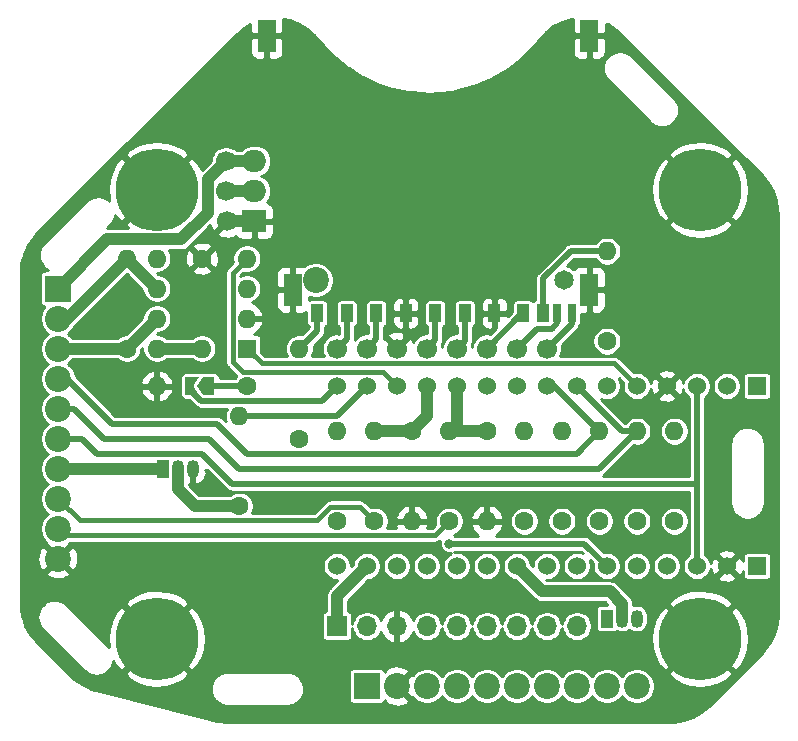
<source format=gtl>
G04 #@! TF.GenerationSoftware,KiCad,Pcbnew,(5.1.10)-1*
G04 #@! TF.CreationDate,2021-09-02T16:04:07+02:00*
G04 #@! TF.ProjectId,Motorrumsstyrning,4d6f746f-7272-4756-9d73-737479726e69,rev?*
G04 #@! TF.SameCoordinates,Original*
G04 #@! TF.FileFunction,Copper,L1,Top*
G04 #@! TF.FilePolarity,Positive*
%FSLAX46Y46*%
G04 Gerber Fmt 4.6, Leading zero omitted, Abs format (unit mm)*
G04 Created by KiCad (PCBNEW (5.1.10)-1) date 2021-09-02 16:04:07*
%MOMM*%
%LPD*%
G01*
G04 APERTURE LIST*
G04 #@! TA.AperFunction,ComponentPad*
%ADD10O,2.000000X1.905000*%
G04 #@! TD*
G04 #@! TA.AperFunction,ComponentPad*
%ADD11R,2.000000X1.905000*%
G04 #@! TD*
G04 #@! TA.AperFunction,SMDPad,CuDef*
%ADD12R,1.000000X1.500000*%
G04 #@! TD*
G04 #@! TA.AperFunction,SMDPad,CuDef*
%ADD13R,0.700000X1.500000*%
G04 #@! TD*
G04 #@! TA.AperFunction,SMDPad,CuDef*
%ADD14R,1.500000X2.800000*%
G04 #@! TD*
G04 #@! TA.AperFunction,ComponentPad*
%ADD15C,1.650000*%
G04 #@! TD*
G04 #@! TA.AperFunction,ComponentPad*
%ADD16C,2.200000*%
G04 #@! TD*
G04 #@! TA.AperFunction,ComponentPad*
%ADD17C,1.530000*%
G04 #@! TD*
G04 #@! TA.AperFunction,ComponentPad*
%ADD18R,1.530000X1.530000*%
G04 #@! TD*
G04 #@! TA.AperFunction,ComponentPad*
%ADD19O,1.700000X1.700000*%
G04 #@! TD*
G04 #@! TA.AperFunction,ComponentPad*
%ADD20R,1.700000X1.700000*%
G04 #@! TD*
G04 #@! TA.AperFunction,ComponentPad*
%ADD21C,1.700000*%
G04 #@! TD*
G04 #@! TA.AperFunction,ComponentPad*
%ADD22O,1.600000X1.600000*%
G04 #@! TD*
G04 #@! TA.AperFunction,ComponentPad*
%ADD23C,1.600000*%
G04 #@! TD*
G04 #@! TA.AperFunction,SMDPad,CuDef*
%ADD24C,0.100000*%
G04 #@! TD*
G04 #@! TA.AperFunction,ComponentPad*
%ADD25R,2.200000X2.200000*%
G04 #@! TD*
G04 #@! TA.AperFunction,ComponentPad*
%ADD26R,1.600000X1.600000*%
G04 #@! TD*
G04 #@! TA.AperFunction,ComponentPad*
%ADD27R,1.050000X1.500000*%
G04 #@! TD*
G04 #@! TA.AperFunction,ComponentPad*
%ADD28O,1.050000X1.500000*%
G04 #@! TD*
G04 #@! TA.AperFunction,ComponentPad*
%ADD29C,7.000000*%
G04 #@! TD*
G04 #@! TA.AperFunction,ViaPad*
%ADD30C,0.800000*%
G04 #@! TD*
G04 #@! TA.AperFunction,Conductor*
%ADD31C,0.500000*%
G04 #@! TD*
G04 #@! TA.AperFunction,Conductor*
%ADD32C,1.000000*%
G04 #@! TD*
G04 #@! TA.AperFunction,Conductor*
%ADD33C,0.400000*%
G04 #@! TD*
G04 #@! TA.AperFunction,Conductor*
%ADD34C,0.254000*%
G04 #@! TD*
G04 #@! TA.AperFunction,Conductor*
%ADD35C,0.100000*%
G04 #@! TD*
G04 APERTURE END LIST*
D10*
X135255000Y-75565000D03*
X135255000Y-78105000D03*
D11*
X135255000Y-80645000D03*
D12*
X143075000Y-88450000D03*
X145575000Y-88450000D03*
X148075000Y-88450000D03*
X150575000Y-88450000D03*
X153075000Y-88450000D03*
X155575000Y-88450000D03*
X158005000Y-88450000D03*
X159705000Y-88450000D03*
X140575000Y-88450000D03*
D13*
X160905000Y-88450000D03*
X162105000Y-88450000D03*
D14*
X163600000Y-64950000D03*
X136300000Y-64950000D03*
X163600000Y-86450000D03*
X138500000Y-86450000D03*
D15*
X161450000Y-85650000D03*
D16*
X140450000Y-85650000D03*
D17*
X142240000Y-94615000D03*
X144780000Y-94615000D03*
X147320000Y-94615000D03*
X149860000Y-94615000D03*
X152400000Y-94615000D03*
X154940000Y-94615000D03*
X157480000Y-94615000D03*
X160020000Y-94615000D03*
X162560000Y-94615000D03*
X165100000Y-94615000D03*
X167640000Y-94615000D03*
X170180000Y-94615000D03*
X172720000Y-94615000D03*
X175260000Y-94615000D03*
D18*
X177800000Y-94615000D03*
D17*
X142240000Y-109855000D03*
X144780000Y-109855000D03*
X147320000Y-109855000D03*
X149860000Y-109855000D03*
X152400000Y-109855000D03*
X154940000Y-109855000D03*
X157480000Y-109855000D03*
X160020000Y-109855000D03*
X162560000Y-109855000D03*
X165100000Y-109855000D03*
X167640000Y-109855000D03*
X170180000Y-109855000D03*
X172720000Y-109855000D03*
X175260000Y-109855000D03*
D18*
X177800000Y-109855000D03*
D19*
X162560000Y-114935000D03*
X160020000Y-114935000D03*
X157480000Y-114935000D03*
X154940000Y-114935000D03*
X152400000Y-114935000D03*
X149860000Y-114935000D03*
X147320000Y-114935000D03*
X144780000Y-114935000D03*
D20*
X142240000Y-114935000D03*
D21*
X132842000Y-78105000D03*
X132969000Y-80645000D03*
X132842000Y-75565000D03*
D22*
X133985000Y-97155000D03*
D23*
X133985000Y-104775000D03*
D22*
X164465000Y-98425000D03*
D23*
X164465000Y-106045000D03*
D22*
X145415000Y-98425000D03*
D23*
X145415000Y-106045000D03*
D22*
X142240000Y-98425000D03*
D23*
X142240000Y-106045000D03*
D21*
X154940000Y-91440000D03*
X152400000Y-91440000D03*
X144780000Y-91440000D03*
X142240000Y-91440000D03*
X160020000Y-91440000D03*
X157480000Y-91440000D03*
X149860000Y-91440000D03*
X147320000Y-91440000D03*
D22*
X165100000Y-83185000D03*
D23*
X165100000Y-90805000D03*
D22*
X158115000Y-98425000D03*
D23*
X158115000Y-106045000D03*
X139065000Y-99060000D03*
D22*
X139065000Y-91440000D03*
X170815000Y-98425000D03*
D23*
X170815000Y-106045000D03*
D22*
X127000000Y-94615000D03*
D23*
X134620000Y-94615000D03*
D22*
X161290000Y-98425000D03*
D23*
X161290000Y-106045000D03*
D22*
X124460000Y-83820000D03*
D23*
X124460000Y-91440000D03*
D22*
X154940000Y-106045000D03*
D23*
X154940000Y-98425000D03*
D22*
X151765000Y-98425000D03*
D23*
X151765000Y-106045000D03*
D22*
X167640000Y-98425000D03*
D23*
X167640000Y-106045000D03*
D22*
X130810000Y-91440000D03*
D23*
X130810000Y-83820000D03*
D22*
X148590000Y-106045000D03*
D23*
X148590000Y-98425000D03*
G04 #@! TA.AperFunction,SMDPad,CuDef*
D24*
G36*
X130371000Y-94615000D02*
G01*
X130871000Y-93865000D01*
X131871000Y-93865000D01*
X131871000Y-95365000D01*
X130871000Y-95365000D01*
X130371000Y-94615000D01*
G37*
G04 #@! TD.AperFunction*
G04 #@! TA.AperFunction,SMDPad,CuDef*
G36*
X129421000Y-93865000D02*
G01*
X130571000Y-93865000D01*
X130071000Y-94615000D01*
X130571000Y-95365000D01*
X129421000Y-95365000D01*
X129421000Y-93865000D01*
G37*
G04 #@! TD.AperFunction*
D25*
X144780000Y-120015000D03*
D16*
X147320000Y-120015000D03*
X149860000Y-120015000D03*
X152400000Y-120015000D03*
X154940000Y-120015000D03*
X157480000Y-120015000D03*
X160020000Y-120015000D03*
X162560000Y-120015000D03*
X165100000Y-120015000D03*
X167640000Y-120015000D03*
D25*
X118618000Y-86360000D03*
D16*
X118618000Y-88900000D03*
X118618000Y-91440000D03*
X118618000Y-93980000D03*
X118618000Y-96520000D03*
X118618000Y-99060000D03*
X118618000Y-101600000D03*
X118618000Y-104140000D03*
X118618000Y-106680000D03*
X118618000Y-109220000D03*
D22*
X127000000Y-91440000D03*
X134620000Y-83820000D03*
X127000000Y-88900000D03*
X134620000Y-86360000D03*
X127000000Y-86360000D03*
X134620000Y-88900000D03*
X127000000Y-83820000D03*
D26*
X134620000Y-91440000D03*
D27*
X127508000Y-101600000D03*
D28*
X130048000Y-101600000D03*
X128778000Y-101600000D03*
D27*
X165100000Y-114300000D03*
D28*
X167640000Y-114300000D03*
X166370000Y-114300000D03*
D29*
X173000000Y-116000000D03*
X173000000Y-78000000D03*
X127000000Y-116000000D03*
X127000000Y-78000000D03*
D30*
X151765000Y-107950000D03*
D31*
X148075000Y-90685000D02*
X147320000Y-91440000D01*
X148075000Y-88450000D02*
X148075000Y-90685000D01*
X155575000Y-88450000D02*
X155575000Y-88265000D01*
D32*
X132969000Y-80645000D02*
X135255000Y-80645000D01*
D33*
X146119999Y-93414999D02*
X147320000Y-94615000D01*
X134274997Y-93414999D02*
X146119999Y-93414999D01*
X133419999Y-92560001D02*
X134274997Y-93414999D01*
X133419999Y-85020001D02*
X133419999Y-92560001D01*
X134620000Y-83820000D02*
X133419999Y-85020001D01*
D32*
X132842000Y-78105000D02*
X135255000Y-78105000D01*
D33*
X135870001Y-92690001D02*
X165715001Y-92690001D01*
X165715001Y-92690001D02*
X167640000Y-94615000D01*
X134620000Y-91440000D02*
X135870001Y-92690001D01*
D31*
X150575000Y-90725000D02*
X149860000Y-91440000D01*
X150575000Y-88450000D02*
X150575000Y-90725000D01*
D32*
X142240000Y-112395000D02*
X144780000Y-109855000D01*
X142240000Y-114935000D02*
X142240000Y-112395000D01*
X124460000Y-83820000D02*
X127000000Y-86360000D01*
X119380000Y-88900000D02*
X124460000Y-83820000D01*
X118618000Y-88900000D02*
X119380000Y-88900000D01*
X124460000Y-91440000D02*
X127000000Y-88900000D01*
X118618000Y-91440000D02*
X124460000Y-91440000D01*
D31*
X145575000Y-90645000D02*
X144780000Y-91440000D01*
X145575000Y-88450000D02*
X145575000Y-90645000D01*
D33*
X163195000Y-107950000D02*
X163322000Y-108077000D01*
D31*
X151765000Y-107950000D02*
X163195000Y-107950000D01*
X163195000Y-107950000D02*
X165100000Y-109855000D01*
X153075000Y-90765000D02*
X152400000Y-91440000D01*
X153075000Y-88450000D02*
X153075000Y-90765000D01*
X157930000Y-88450000D02*
X154940000Y-91440000D01*
X158005000Y-88450000D02*
X157930000Y-88450000D01*
X157480000Y-91440000D02*
X159170000Y-89750000D01*
X160905000Y-89310002D02*
X160905000Y-88450000D01*
X160465002Y-89750000D02*
X160905000Y-89310002D01*
X159170000Y-89750000D02*
X160465002Y-89750000D01*
X162105000Y-89355000D02*
X162105000Y-88450000D01*
X160020000Y-91440000D02*
X162105000Y-89355000D01*
D32*
X131291999Y-77115001D02*
X132842000Y-75565000D01*
X131291999Y-79924003D02*
X131291999Y-77115001D01*
X129016001Y-82200001D02*
X131291999Y-79924003D01*
X122777999Y-82200001D02*
X129016001Y-82200001D01*
X118618000Y-86360000D02*
X122777999Y-82200001D01*
X132842000Y-75565000D02*
X135255000Y-75565000D01*
D31*
X160655000Y-94615000D02*
X160020000Y-94615000D01*
X164465000Y-98425000D02*
X160655000Y-94615000D01*
X162560000Y-100330000D02*
X164465000Y-98425000D01*
X119380000Y-93980000D02*
X123190000Y-97790000D01*
X118618000Y-93980000D02*
X119380000Y-93980000D01*
X123190000Y-97790000D02*
X132080000Y-97790000D01*
X134620000Y-100330000D02*
X162560000Y-100330000D01*
X132080000Y-97790000D02*
X134620000Y-100330000D01*
X166370000Y-98425000D02*
X162560000Y-94615000D01*
X167640000Y-98425000D02*
X166370000Y-98425000D01*
X118618000Y-96520000D02*
X120015000Y-96520000D01*
X120015000Y-96520000D02*
X122555000Y-99060000D01*
X122555000Y-99060000D02*
X131445000Y-99060000D01*
X131445000Y-99060000D02*
X133985000Y-101600000D01*
X164465000Y-101600000D02*
X167640000Y-98425000D01*
X133985000Y-101600000D02*
X164465000Y-101600000D01*
D32*
X152400000Y-97790000D02*
X151765000Y-98425000D01*
X152400000Y-94615000D02*
X152400000Y-97790000D01*
X151765000Y-98425000D02*
X154940000Y-98425000D01*
X145415000Y-98425000D02*
X148590000Y-98425000D01*
X149860000Y-97155000D02*
X148590000Y-98425000D01*
X149860000Y-94615000D02*
X149860000Y-97155000D01*
D33*
X144214999Y-104844999D02*
X145415000Y-106045000D01*
X141663999Y-104844999D02*
X144214999Y-104844999D01*
X140533997Y-105975001D02*
X141663999Y-104844999D01*
X120453001Y-105975001D02*
X140533997Y-105975001D01*
X118618000Y-104140000D02*
X120453001Y-105975001D01*
X150564999Y-107245001D02*
X151765000Y-106045000D01*
X119183001Y-107245001D02*
X150564999Y-107245001D01*
X118618000Y-106680000D02*
X119183001Y-107245001D01*
D32*
X127508000Y-101600000D02*
X118618000Y-101600000D01*
D31*
X140989999Y-95865001D02*
X142240000Y-94615000D01*
X129921000Y-95051412D02*
X129921000Y-94615000D01*
X130734589Y-95865001D02*
X129921000Y-95051412D01*
X140989999Y-95865001D02*
X130734589Y-95865001D01*
D32*
X157480000Y-109855000D02*
X159625000Y-112000000D01*
X166370000Y-113034998D02*
X166370000Y-114300000D01*
X165335002Y-112000000D02*
X166370000Y-113034998D01*
X159625000Y-112000000D02*
X165335002Y-112000000D01*
D31*
X142240000Y-97155000D02*
X144780000Y-94615000D01*
X133985000Y-97155000D02*
X142240000Y-97155000D01*
X118618000Y-99060000D02*
X120650000Y-99060000D01*
X120650000Y-99060000D02*
X121920000Y-100330000D01*
X121920000Y-100330000D02*
X130810000Y-100330000D01*
X130810000Y-100330000D02*
X133350000Y-102870000D01*
X133350000Y-102870000D02*
X172720000Y-102870000D01*
X172720000Y-102870000D02*
X172720000Y-94615000D01*
X172720000Y-109855000D02*
X172720000Y-102870000D01*
X143075000Y-90605000D02*
X142240000Y-91440000D01*
X143075000Y-88450000D02*
X143075000Y-90605000D01*
X134620000Y-94615000D02*
X131371000Y-94615000D01*
D32*
X130203000Y-104775000D02*
X133985000Y-104775000D01*
X128778000Y-103350000D02*
X130203000Y-104775000D01*
X128778000Y-101600000D02*
X128778000Y-103350000D01*
D31*
X159705000Y-85507998D02*
X159705000Y-88450000D01*
X162027998Y-83185000D02*
X159705000Y-85507998D01*
X165100000Y-83185000D02*
X162027998Y-83185000D01*
X140575000Y-89930000D02*
X139065000Y-91440000D01*
X140575000Y-88450000D02*
X140575000Y-89930000D01*
D32*
X127000000Y-91440000D02*
X130810000Y-91440000D01*
D34*
X138268351Y-63634309D02*
X139021400Y-63927911D01*
X139710558Y-64350228D01*
X140319777Y-64893021D01*
X140653213Y-65289903D01*
X141129580Y-65862672D01*
X141137467Y-65871100D01*
X141157344Y-65893118D01*
X142099174Y-66835769D01*
X142101827Y-66838130D01*
X142104231Y-66840752D01*
X142138630Y-66870893D01*
X143184006Y-67697222D01*
X143186921Y-67699261D01*
X143189611Y-67701581D01*
X143227291Y-67727502D01*
X144361937Y-68426223D01*
X144365064Y-68427905D01*
X144368012Y-68429899D01*
X144408459Y-68451247D01*
X145616876Y-69012816D01*
X145620185Y-69014124D01*
X145623338Y-69015757D01*
X145666000Y-69032241D01*
X146931683Y-69448988D01*
X146935125Y-69449902D01*
X146938445Y-69451155D01*
X146982739Y-69462549D01*
X148288400Y-69728781D01*
X148291926Y-69729288D01*
X148295368Y-69730144D01*
X148340688Y-69736292D01*
X149668494Y-69848374D01*
X149672044Y-69848465D01*
X149675574Y-69848916D01*
X149721302Y-69849734D01*
X151053117Y-69806135D01*
X151056656Y-69805811D01*
X151060212Y-69805847D01*
X151105723Y-69801324D01*
X152423356Y-69602638D01*
X152426837Y-69601903D01*
X152430367Y-69601524D01*
X152475014Y-69591729D01*
X152475041Y-69591723D01*
X152475045Y-69591722D01*
X153760494Y-69240666D01*
X153763867Y-69239529D01*
X153767329Y-69238741D01*
X153810553Y-69223795D01*
X155046269Y-68725160D01*
X155049484Y-68723639D01*
X155052833Y-68722451D01*
X155094018Y-68702564D01*
X156263119Y-68063161D01*
X156266129Y-68061279D01*
X156269321Y-68059706D01*
X156307847Y-68035185D01*
X156307905Y-68035149D01*
X156307913Y-68035143D01*
X156699164Y-67757352D01*
X164764192Y-67757352D01*
X164764786Y-67763635D01*
X164784509Y-67957801D01*
X164792613Y-67997994D01*
X164800142Y-68038225D01*
X164801943Y-68044267D01*
X164801945Y-68044276D01*
X164801948Y-68044284D01*
X164859005Y-68230911D01*
X164874738Y-68268709D01*
X164889962Y-68306771D01*
X164892906Y-68312354D01*
X164985132Y-68484355D01*
X165007935Y-68518419D01*
X165030234Y-68552756D01*
X165034200Y-68557654D01*
X165034205Y-68557661D01*
X165034211Y-68557667D01*
X165158084Y-68708472D01*
X165158090Y-68708478D01*
X165172046Y-68725483D01*
X168738981Y-72292420D01*
X168756770Y-72307019D01*
X168765937Y-72316186D01*
X168770841Y-72320158D01*
X168923367Y-72441918D01*
X168957728Y-72464232D01*
X168991768Y-72487020D01*
X168997351Y-72489964D01*
X169170622Y-72579779D01*
X169208636Y-72594983D01*
X169246479Y-72610736D01*
X169252527Y-72612539D01*
X169439944Y-72666988D01*
X169480188Y-72674520D01*
X169520373Y-72682622D01*
X169526650Y-72683215D01*
X169526653Y-72683216D01*
X169526656Y-72683216D01*
X169721080Y-72700225D01*
X169762039Y-72699796D01*
X169803007Y-72699939D01*
X169809286Y-72699301D01*
X169809290Y-72699301D01*
X169809294Y-72699300D01*
X170003310Y-72678224D01*
X170043367Y-72669856D01*
X170083628Y-72662030D01*
X170089663Y-72660184D01*
X170275899Y-72601821D01*
X170313634Y-72585804D01*
X170351536Y-72570336D01*
X170357096Y-72567355D01*
X170357101Y-72567353D01*
X170357106Y-72567350D01*
X170528451Y-72473930D01*
X170562303Y-72450924D01*
X170596538Y-72428350D01*
X170601415Y-72424344D01*
X170751357Y-72299416D01*
X170780121Y-72270247D01*
X170809290Y-72241483D01*
X170813290Y-72236612D01*
X170813298Y-72236604D01*
X170813304Y-72236595D01*
X170936118Y-72084934D01*
X170958681Y-72050716D01*
X170981696Y-72016850D01*
X170984674Y-72011296D01*
X170984679Y-72011288D01*
X170984682Y-72011280D01*
X171075701Y-71838648D01*
X171091184Y-71800710D01*
X171107188Y-71763006D01*
X171109031Y-71756979D01*
X171109033Y-71756973D01*
X171109034Y-71756967D01*
X171164789Y-71569939D01*
X171172601Y-71529748D01*
X171180983Y-71489625D01*
X171181621Y-71483347D01*
X171199988Y-71289047D01*
X171199845Y-71248107D01*
X171200274Y-71207114D01*
X171199680Y-71200831D01*
X171179957Y-71006665D01*
X171171865Y-70966535D01*
X171164325Y-70926242D01*
X171162522Y-70920193D01*
X171105461Y-70733555D01*
X171089732Y-70695769D01*
X171074504Y-70657695D01*
X171071560Y-70652113D01*
X170979334Y-70480111D01*
X170956541Y-70446063D01*
X170934232Y-70411710D01*
X170930260Y-70406805D01*
X170806382Y-70255994D01*
X170792420Y-70238981D01*
X167225483Y-66672046D01*
X167207709Y-66657459D01*
X167198530Y-66648280D01*
X167193625Y-66644308D01*
X167041099Y-66522548D01*
X167006723Y-66500224D01*
X166972698Y-66477446D01*
X166967128Y-66474510D01*
X166967116Y-66474502D01*
X166967103Y-66474497D01*
X166793844Y-66384687D01*
X166755793Y-66369468D01*
X166717986Y-66353730D01*
X166711938Y-66351927D01*
X166524522Y-66297477D01*
X166484253Y-66289941D01*
X166444093Y-66281844D01*
X166437814Y-66281250D01*
X166437810Y-66281250D01*
X166243387Y-66264241D01*
X166202428Y-66264670D01*
X166161458Y-66264527D01*
X166155180Y-66265165D01*
X166155176Y-66265165D01*
X166155172Y-66265166D01*
X165961156Y-66286242D01*
X165921092Y-66294611D01*
X165880838Y-66302436D01*
X165874809Y-66304280D01*
X165874805Y-66304281D01*
X165874802Y-66304282D01*
X165874803Y-66304282D01*
X165688568Y-66362645D01*
X165650860Y-66378651D01*
X165612929Y-66394130D01*
X165607367Y-66397112D01*
X165436015Y-66490536D01*
X165402132Y-66513562D01*
X165367928Y-66536116D01*
X165363051Y-66540122D01*
X165213109Y-66665050D01*
X165184345Y-66694218D01*
X165155177Y-66722982D01*
X165151171Y-66727859D01*
X165028349Y-66879532D01*
X165005808Y-66913716D01*
X164982770Y-66947616D01*
X164979791Y-66953173D01*
X164979788Y-66953177D01*
X164979788Y-66953178D01*
X164888765Y-67125818D01*
X164873287Y-67163744D01*
X164857278Y-67201460D01*
X164855435Y-67207487D01*
X164855433Y-67207493D01*
X164855433Y-67207495D01*
X164799677Y-67394527D01*
X164791864Y-67434724D01*
X164783483Y-67474841D01*
X164782845Y-67481120D01*
X164764478Y-67675419D01*
X164764621Y-67716359D01*
X164764192Y-67757352D01*
X156699164Y-67757352D01*
X157394422Y-67263714D01*
X157397196Y-67261490D01*
X157400179Y-67259558D01*
X157435635Y-67230667D01*
X158411143Y-66350000D01*
X162211928Y-66350000D01*
X162224188Y-66474482D01*
X162260498Y-66594180D01*
X162319463Y-66704494D01*
X162398815Y-66801185D01*
X162495506Y-66880537D01*
X162605820Y-66939502D01*
X162725518Y-66975812D01*
X162850000Y-66988072D01*
X163314250Y-66985000D01*
X163473000Y-66826250D01*
X163473000Y-65077000D01*
X163727000Y-65077000D01*
X163727000Y-66826250D01*
X163885750Y-66985000D01*
X164350000Y-66988072D01*
X164474482Y-66975812D01*
X164594180Y-66939502D01*
X164704494Y-66880537D01*
X164801185Y-66801185D01*
X164880537Y-66704494D01*
X164939502Y-66594180D01*
X164975812Y-66474482D01*
X164988072Y-66350000D01*
X164985000Y-65235750D01*
X164826250Y-65077000D01*
X163727000Y-65077000D01*
X163473000Y-65077000D01*
X162373750Y-65077000D01*
X162215000Y-65235750D01*
X162211928Y-66350000D01*
X158411143Y-66350000D01*
X158424728Y-66337736D01*
X158427225Y-66335202D01*
X158429960Y-66332937D01*
X158461803Y-66300107D01*
X159338036Y-65300074D01*
X159903556Y-64671336D01*
X160541948Y-64175611D01*
X161258035Y-63800771D01*
X162029185Y-63558661D01*
X162213376Y-63535294D01*
X162211928Y-63550000D01*
X162215000Y-64664250D01*
X162373750Y-64823000D01*
X163473000Y-64823000D01*
X163473000Y-64803000D01*
X163727000Y-64803000D01*
X163727000Y-64823000D01*
X164826250Y-64823000D01*
X164985000Y-64664250D01*
X164987036Y-63925745D01*
X165167161Y-64003580D01*
X165847019Y-64454761D01*
X166224771Y-64792926D01*
X178201684Y-76769840D01*
X178733114Y-77405423D01*
X179133573Y-78107504D01*
X179403376Y-78869403D01*
X179535919Y-79678797D01*
X179548001Y-80008298D01*
X179548000Y-113979865D01*
X179474353Y-114805066D01*
X179261075Y-115584678D01*
X178913108Y-116314205D01*
X178434508Y-116980248D01*
X178210046Y-117221798D01*
X173730166Y-121701679D01*
X173094579Y-122233112D01*
X172392501Y-122633571D01*
X171630595Y-122903376D01*
X170821204Y-123035919D01*
X170491729Y-123048000D01*
X133020135Y-123048000D01*
X132176965Y-122972749D01*
X132117340Y-122961429D01*
X122147140Y-120468444D01*
X121341197Y-120232769D01*
X121307592Y-120216014D01*
X131549884Y-120216014D01*
X131550170Y-120256981D01*
X131549884Y-120297948D01*
X131550500Y-120304229D01*
X131570901Y-120498326D01*
X131579141Y-120538470D01*
X131586815Y-120578696D01*
X131588639Y-120584738D01*
X131646351Y-120771176D01*
X131662243Y-120808982D01*
X131677573Y-120846925D01*
X131680533Y-120852493D01*
X131680535Y-120852498D01*
X131680536Y-120852499D01*
X131773360Y-121024174D01*
X131796268Y-121058138D01*
X131818702Y-121092419D01*
X131822680Y-121097295D01*
X131822689Y-121097308D01*
X131822696Y-121097315D01*
X131947094Y-121247687D01*
X131976164Y-121276554D01*
X132004826Y-121305823D01*
X132009689Y-121309846D01*
X132160931Y-121433196D01*
X132195046Y-121455862D01*
X132228856Y-121479012D01*
X132234407Y-121482014D01*
X132406730Y-121573639D01*
X132444630Y-121589260D01*
X132482259Y-121605388D01*
X132488278Y-121607251D01*
X132488288Y-121607255D01*
X132488298Y-121607257D01*
X132675124Y-121663664D01*
X132715337Y-121671626D01*
X132755382Y-121680138D01*
X132761658Y-121680798D01*
X132955892Y-121699843D01*
X132955895Y-121699843D01*
X132977795Y-121702000D01*
X138022205Y-121702000D01*
X138045090Y-121699746D01*
X138058069Y-121699746D01*
X138064346Y-121699086D01*
X138258296Y-121677331D01*
X138298344Y-121668818D01*
X138338556Y-121660856D01*
X138344585Y-121658990D01*
X138530615Y-121599977D01*
X138568314Y-121583819D01*
X138606143Y-121568227D01*
X138611687Y-121565229D01*
X138611697Y-121565225D01*
X138611705Y-121565219D01*
X138782720Y-121471203D01*
X138816514Y-121448064D01*
X138850644Y-121425388D01*
X138855503Y-121421368D01*
X138855508Y-121421365D01*
X138855512Y-121421361D01*
X139005012Y-121295916D01*
X139033692Y-121266630D01*
X139062746Y-121237778D01*
X139066724Y-121232899D01*
X139066734Y-121232889D01*
X139066741Y-121232878D01*
X139189025Y-121080787D01*
X139211457Y-121046508D01*
X139234364Y-121012547D01*
X139237324Y-121006980D01*
X139237329Y-121006972D01*
X139237332Y-121006964D01*
X139327747Y-120834019D01*
X139343101Y-120796018D01*
X139358970Y-120758266D01*
X139360790Y-120752236D01*
X139360794Y-120752227D01*
X139360796Y-120752218D01*
X139415897Y-120564998D01*
X139423566Y-120524794D01*
X139431811Y-120484630D01*
X139432427Y-120478348D01*
X139450116Y-120283987D01*
X139449830Y-120243019D01*
X139450116Y-120202052D01*
X139449500Y-120195771D01*
X139429099Y-120001674D01*
X139420859Y-119961530D01*
X139413185Y-119921304D01*
X139411361Y-119915262D01*
X139353649Y-119728824D01*
X139337757Y-119691018D01*
X139322427Y-119653075D01*
X139319469Y-119647511D01*
X139319465Y-119647502D01*
X139319460Y-119647495D01*
X139226640Y-119475826D01*
X139203732Y-119441862D01*
X139181298Y-119407581D01*
X139177309Y-119402690D01*
X139052905Y-119252313D01*
X139023839Y-119223448D01*
X138995174Y-119194177D01*
X138990317Y-119190159D01*
X138990311Y-119190153D01*
X138990304Y-119190149D01*
X138839069Y-119066804D01*
X138804972Y-119044150D01*
X138771145Y-119020988D01*
X138765601Y-119017991D01*
X138765593Y-119017986D01*
X138765585Y-119017983D01*
X138593271Y-118926361D01*
X138565708Y-118915000D01*
X143250934Y-118915000D01*
X143250934Y-121115000D01*
X143259178Y-121198707D01*
X143283595Y-121279196D01*
X143323245Y-121353376D01*
X143376605Y-121418395D01*
X143441624Y-121471755D01*
X143515804Y-121511405D01*
X143596293Y-121535822D01*
X143680000Y-121544066D01*
X145880000Y-121544066D01*
X145963707Y-121535822D01*
X146044196Y-121511405D01*
X146118376Y-121471755D01*
X146183395Y-121418395D01*
X146236755Y-121353376D01*
X146276405Y-121279196D01*
X146293429Y-121223077D01*
X146400726Y-121496338D01*
X146707384Y-121647216D01*
X147037585Y-121735369D01*
X147378639Y-121757409D01*
X147717439Y-121712489D01*
X148040966Y-121602336D01*
X148239274Y-121496338D01*
X148347107Y-121221712D01*
X147320000Y-120194605D01*
X147305858Y-120208748D01*
X147126253Y-120029143D01*
X147140395Y-120015000D01*
X147499605Y-120015000D01*
X148526712Y-121042107D01*
X148671734Y-120985163D01*
X148673901Y-120988406D01*
X148886594Y-121201099D01*
X149136694Y-121368210D01*
X149414590Y-121483319D01*
X149709604Y-121542000D01*
X150010396Y-121542000D01*
X150305410Y-121483319D01*
X150583306Y-121368210D01*
X150833406Y-121201099D01*
X151046099Y-120988406D01*
X151130000Y-120862839D01*
X151213901Y-120988406D01*
X151426594Y-121201099D01*
X151676694Y-121368210D01*
X151954590Y-121483319D01*
X152249604Y-121542000D01*
X152550396Y-121542000D01*
X152845410Y-121483319D01*
X153123306Y-121368210D01*
X153373406Y-121201099D01*
X153586099Y-120988406D01*
X153670000Y-120862839D01*
X153753901Y-120988406D01*
X153966594Y-121201099D01*
X154216694Y-121368210D01*
X154494590Y-121483319D01*
X154789604Y-121542000D01*
X155090396Y-121542000D01*
X155385410Y-121483319D01*
X155663306Y-121368210D01*
X155913406Y-121201099D01*
X156126099Y-120988406D01*
X156210000Y-120862839D01*
X156293901Y-120988406D01*
X156506594Y-121201099D01*
X156756694Y-121368210D01*
X157034590Y-121483319D01*
X157329604Y-121542000D01*
X157630396Y-121542000D01*
X157925410Y-121483319D01*
X158203306Y-121368210D01*
X158453406Y-121201099D01*
X158666099Y-120988406D01*
X158750000Y-120862839D01*
X158833901Y-120988406D01*
X159046594Y-121201099D01*
X159296694Y-121368210D01*
X159574590Y-121483319D01*
X159869604Y-121542000D01*
X160170396Y-121542000D01*
X160465410Y-121483319D01*
X160743306Y-121368210D01*
X160993406Y-121201099D01*
X161206099Y-120988406D01*
X161290000Y-120862839D01*
X161373901Y-120988406D01*
X161586594Y-121201099D01*
X161836694Y-121368210D01*
X162114590Y-121483319D01*
X162409604Y-121542000D01*
X162710396Y-121542000D01*
X163005410Y-121483319D01*
X163283306Y-121368210D01*
X163533406Y-121201099D01*
X163746099Y-120988406D01*
X163830000Y-120862839D01*
X163913901Y-120988406D01*
X164126594Y-121201099D01*
X164376694Y-121368210D01*
X164654590Y-121483319D01*
X164949604Y-121542000D01*
X165250396Y-121542000D01*
X165545410Y-121483319D01*
X165823306Y-121368210D01*
X166073406Y-121201099D01*
X166286099Y-120988406D01*
X166370000Y-120862839D01*
X166453901Y-120988406D01*
X166666594Y-121201099D01*
X166916694Y-121368210D01*
X167194590Y-121483319D01*
X167489604Y-121542000D01*
X167790396Y-121542000D01*
X168085410Y-121483319D01*
X168363306Y-121368210D01*
X168613406Y-121201099D01*
X168826099Y-120988406D01*
X168993210Y-120738306D01*
X169108319Y-120460410D01*
X169167000Y-120165396D01*
X169167000Y-119864604D01*
X169108319Y-119569590D01*
X168993210Y-119291694D01*
X168826099Y-119041594D01*
X168698660Y-118914155D01*
X170265450Y-118914155D01*
X170661634Y-119434550D01*
X171376612Y-119824748D01*
X172153976Y-120067964D01*
X172963853Y-120154851D01*
X173775118Y-120082069D01*
X174556597Y-119852415D01*
X175278256Y-119474715D01*
X175338366Y-119434550D01*
X175734550Y-118914155D01*
X173000000Y-116179605D01*
X170265450Y-118914155D01*
X168698660Y-118914155D01*
X168613406Y-118828901D01*
X168363306Y-118661790D01*
X168085410Y-118546681D01*
X167790396Y-118488000D01*
X167489604Y-118488000D01*
X167194590Y-118546681D01*
X166916694Y-118661790D01*
X166666594Y-118828901D01*
X166453901Y-119041594D01*
X166370000Y-119167161D01*
X166286099Y-119041594D01*
X166073406Y-118828901D01*
X165823306Y-118661790D01*
X165545410Y-118546681D01*
X165250396Y-118488000D01*
X164949604Y-118488000D01*
X164654590Y-118546681D01*
X164376694Y-118661790D01*
X164126594Y-118828901D01*
X163913901Y-119041594D01*
X163830000Y-119167161D01*
X163746099Y-119041594D01*
X163533406Y-118828901D01*
X163283306Y-118661790D01*
X163005410Y-118546681D01*
X162710396Y-118488000D01*
X162409604Y-118488000D01*
X162114590Y-118546681D01*
X161836694Y-118661790D01*
X161586594Y-118828901D01*
X161373901Y-119041594D01*
X161290000Y-119167161D01*
X161206099Y-119041594D01*
X160993406Y-118828901D01*
X160743306Y-118661790D01*
X160465410Y-118546681D01*
X160170396Y-118488000D01*
X159869604Y-118488000D01*
X159574590Y-118546681D01*
X159296694Y-118661790D01*
X159046594Y-118828901D01*
X158833901Y-119041594D01*
X158750000Y-119167161D01*
X158666099Y-119041594D01*
X158453406Y-118828901D01*
X158203306Y-118661790D01*
X157925410Y-118546681D01*
X157630396Y-118488000D01*
X157329604Y-118488000D01*
X157034590Y-118546681D01*
X156756694Y-118661790D01*
X156506594Y-118828901D01*
X156293901Y-119041594D01*
X156210000Y-119167161D01*
X156126099Y-119041594D01*
X155913406Y-118828901D01*
X155663306Y-118661790D01*
X155385410Y-118546681D01*
X155090396Y-118488000D01*
X154789604Y-118488000D01*
X154494590Y-118546681D01*
X154216694Y-118661790D01*
X153966594Y-118828901D01*
X153753901Y-119041594D01*
X153670000Y-119167161D01*
X153586099Y-119041594D01*
X153373406Y-118828901D01*
X153123306Y-118661790D01*
X152845410Y-118546681D01*
X152550396Y-118488000D01*
X152249604Y-118488000D01*
X151954590Y-118546681D01*
X151676694Y-118661790D01*
X151426594Y-118828901D01*
X151213901Y-119041594D01*
X151130000Y-119167161D01*
X151046099Y-119041594D01*
X150833406Y-118828901D01*
X150583306Y-118661790D01*
X150305410Y-118546681D01*
X150010396Y-118488000D01*
X149709604Y-118488000D01*
X149414590Y-118546681D01*
X149136694Y-118661790D01*
X148886594Y-118828901D01*
X148673901Y-119041594D01*
X148671734Y-119044837D01*
X148526712Y-118987893D01*
X147499605Y-120015000D01*
X147140395Y-120015000D01*
X147126253Y-120000858D01*
X147305858Y-119821253D01*
X147320000Y-119835395D01*
X148347107Y-118808288D01*
X148239274Y-118533662D01*
X147932616Y-118382784D01*
X147602415Y-118294631D01*
X147261361Y-118272591D01*
X146922561Y-118317511D01*
X146599034Y-118427664D01*
X146400726Y-118533662D01*
X146293429Y-118806923D01*
X146276405Y-118750804D01*
X146236755Y-118676624D01*
X146183395Y-118611605D01*
X146118376Y-118558245D01*
X146044196Y-118518595D01*
X145963707Y-118494178D01*
X145880000Y-118485934D01*
X143680000Y-118485934D01*
X143596293Y-118494178D01*
X143515804Y-118518595D01*
X143441624Y-118558245D01*
X143376605Y-118611605D01*
X143323245Y-118676624D01*
X143283595Y-118750804D01*
X143259178Y-118831293D01*
X143250934Y-118915000D01*
X138565708Y-118915000D01*
X138555369Y-118910739D01*
X138517741Y-118894612D01*
X138511722Y-118892749D01*
X138511712Y-118892745D01*
X138511702Y-118892743D01*
X138324876Y-118836337D01*
X138284693Y-118828380D01*
X138244618Y-118819862D01*
X138238341Y-118819202D01*
X138044108Y-118800157D01*
X138044105Y-118800157D01*
X138022205Y-118798000D01*
X132977795Y-118798000D01*
X132954910Y-118800254D01*
X132941930Y-118800254D01*
X132935654Y-118800914D01*
X132741704Y-118822669D01*
X132701656Y-118831182D01*
X132661444Y-118839144D01*
X132655415Y-118841010D01*
X132469385Y-118900023D01*
X132431726Y-118916164D01*
X132393857Y-118931773D01*
X132388305Y-118934774D01*
X132217280Y-119028797D01*
X132183513Y-119051918D01*
X132149356Y-119074611D01*
X132144497Y-119078632D01*
X132144492Y-119078635D01*
X132144488Y-119078639D01*
X131994988Y-119204084D01*
X131966308Y-119233370D01*
X131937254Y-119262222D01*
X131933270Y-119267107D01*
X131933266Y-119267111D01*
X131933265Y-119267113D01*
X131810975Y-119419213D01*
X131788549Y-119453483D01*
X131765635Y-119487454D01*
X131762676Y-119493020D01*
X131762671Y-119493028D01*
X131762668Y-119493036D01*
X131672253Y-119665982D01*
X131656899Y-119703983D01*
X131641030Y-119741735D01*
X131639210Y-119747764D01*
X131639206Y-119747773D01*
X131639204Y-119747782D01*
X131584103Y-119935002D01*
X131576432Y-119975214D01*
X131568189Y-120015371D01*
X131567573Y-120021652D01*
X131549884Y-120216014D01*
X121307592Y-120216014D01*
X120617855Y-119872126D01*
X119958672Y-119380785D01*
X119779612Y-119211456D01*
X116798321Y-116230166D01*
X116266888Y-115594579D01*
X115866429Y-114892501D01*
X115623716Y-114207100D01*
X116885512Y-114207100D01*
X116886106Y-114213383D01*
X116905829Y-114407549D01*
X116913933Y-114447742D01*
X116921462Y-114487973D01*
X116923263Y-114494015D01*
X116923265Y-114494024D01*
X116923268Y-114494032D01*
X116980325Y-114680659D01*
X116996058Y-114718457D01*
X117011282Y-114756519D01*
X117014226Y-114762102D01*
X117106452Y-114934103D01*
X117129255Y-114968167D01*
X117151554Y-115002504D01*
X117155520Y-115007402D01*
X117155525Y-115007409D01*
X117155531Y-115007415D01*
X117279404Y-115158220D01*
X117279410Y-115158226D01*
X117293366Y-115175231D01*
X120860301Y-118742168D01*
X120878090Y-118756767D01*
X120887257Y-118765934D01*
X120892161Y-118769906D01*
X121044687Y-118891666D01*
X121079048Y-118913980D01*
X121113088Y-118936768D01*
X121118671Y-118939712D01*
X121291942Y-119029527D01*
X121329956Y-119044731D01*
X121367799Y-119060484D01*
X121373847Y-119062287D01*
X121561264Y-119116736D01*
X121601508Y-119124268D01*
X121641693Y-119132370D01*
X121647970Y-119132963D01*
X121647973Y-119132964D01*
X121647976Y-119132964D01*
X121842400Y-119149973D01*
X121883359Y-119149544D01*
X121924327Y-119149687D01*
X121930606Y-119149049D01*
X121930610Y-119149049D01*
X121930614Y-119149048D01*
X122124630Y-119127972D01*
X122164687Y-119119604D01*
X122204948Y-119111778D01*
X122210983Y-119109932D01*
X122397219Y-119051569D01*
X122434954Y-119035552D01*
X122472856Y-119020084D01*
X122478416Y-119017103D01*
X122478421Y-119017101D01*
X122478426Y-119017098D01*
X122649771Y-118923678D01*
X122663783Y-118914155D01*
X124265450Y-118914155D01*
X124661634Y-119434550D01*
X125376612Y-119824748D01*
X126153976Y-120067964D01*
X126963853Y-120154851D01*
X127775118Y-120082069D01*
X128556597Y-119852415D01*
X129278256Y-119474715D01*
X129338366Y-119434550D01*
X129734550Y-118914155D01*
X127000000Y-116179605D01*
X124265450Y-118914155D01*
X122663783Y-118914155D01*
X122683623Y-118900672D01*
X122717858Y-118878098D01*
X122722735Y-118874092D01*
X122872677Y-118749164D01*
X122901441Y-118719995D01*
X122930610Y-118691231D01*
X122934610Y-118686360D01*
X122934618Y-118686352D01*
X122934624Y-118686343D01*
X123057438Y-118534682D01*
X123080001Y-118500464D01*
X123103016Y-118466598D01*
X123105994Y-118461044D01*
X123105999Y-118461036D01*
X123106002Y-118461028D01*
X123197021Y-118288396D01*
X123212504Y-118250458D01*
X123228508Y-118212754D01*
X123230351Y-118206727D01*
X123230353Y-118206721D01*
X123230354Y-118206715D01*
X123286109Y-118019687D01*
X123293921Y-117979496D01*
X123302303Y-117939373D01*
X123302941Y-117933095D01*
X123309320Y-117865618D01*
X123525285Y-118278256D01*
X123565450Y-118338366D01*
X124085845Y-118734550D01*
X126820395Y-116000000D01*
X127179605Y-116000000D01*
X129914155Y-118734550D01*
X130434550Y-118338366D01*
X130824748Y-117623388D01*
X131067964Y-116846024D01*
X131154851Y-116036147D01*
X131082069Y-115224882D01*
X130852415Y-114443403D01*
X130664835Y-114085000D01*
X140960934Y-114085000D01*
X140960934Y-115785000D01*
X140969178Y-115868707D01*
X140993595Y-115949196D01*
X141033245Y-116023376D01*
X141086605Y-116088395D01*
X141151624Y-116141755D01*
X141225804Y-116181405D01*
X141306293Y-116205822D01*
X141390000Y-116214066D01*
X143090000Y-116214066D01*
X143173707Y-116205822D01*
X143254196Y-116181405D01*
X143328376Y-116141755D01*
X143393395Y-116088395D01*
X143446755Y-116023376D01*
X143486405Y-115949196D01*
X143510822Y-115868707D01*
X143519066Y-115785000D01*
X143519066Y-115141544D01*
X143552074Y-115307487D01*
X143648337Y-115539886D01*
X143788089Y-115749040D01*
X143965960Y-115926911D01*
X144175114Y-116066663D01*
X144407513Y-116162926D01*
X144654226Y-116212000D01*
X144905774Y-116212000D01*
X145152487Y-116162926D01*
X145384886Y-116066663D01*
X145594040Y-115926911D01*
X145771911Y-115749040D01*
X145911663Y-115539886D01*
X145941197Y-115468584D01*
X145975843Y-115566252D01*
X146124822Y-115816355D01*
X146319731Y-116032588D01*
X146553080Y-116206641D01*
X146815901Y-116331825D01*
X146963110Y-116376476D01*
X147193000Y-116255155D01*
X147193000Y-115062000D01*
X147173000Y-115062000D01*
X147173000Y-114808000D01*
X147193000Y-114808000D01*
X147193000Y-113614845D01*
X147447000Y-113614845D01*
X147447000Y-114808000D01*
X147467000Y-114808000D01*
X147467000Y-115062000D01*
X147447000Y-115062000D01*
X147447000Y-116255155D01*
X147676890Y-116376476D01*
X147824099Y-116331825D01*
X148086920Y-116206641D01*
X148320269Y-116032588D01*
X148515178Y-115816355D01*
X148664157Y-115566252D01*
X148698803Y-115468584D01*
X148728337Y-115539886D01*
X148868089Y-115749040D01*
X149045960Y-115926911D01*
X149255114Y-116066663D01*
X149487513Y-116162926D01*
X149734226Y-116212000D01*
X149985774Y-116212000D01*
X150232487Y-116162926D01*
X150464886Y-116066663D01*
X150674040Y-115926911D01*
X150851911Y-115749040D01*
X150991663Y-115539886D01*
X151087926Y-115307487D01*
X151130000Y-115095966D01*
X151172074Y-115307487D01*
X151268337Y-115539886D01*
X151408089Y-115749040D01*
X151585960Y-115926911D01*
X151795114Y-116066663D01*
X152027513Y-116162926D01*
X152274226Y-116212000D01*
X152525774Y-116212000D01*
X152772487Y-116162926D01*
X153004886Y-116066663D01*
X153214040Y-115926911D01*
X153391911Y-115749040D01*
X153531663Y-115539886D01*
X153627926Y-115307487D01*
X153670000Y-115095966D01*
X153712074Y-115307487D01*
X153808337Y-115539886D01*
X153948089Y-115749040D01*
X154125960Y-115926911D01*
X154335114Y-116066663D01*
X154567513Y-116162926D01*
X154814226Y-116212000D01*
X155065774Y-116212000D01*
X155312487Y-116162926D01*
X155544886Y-116066663D01*
X155754040Y-115926911D01*
X155931911Y-115749040D01*
X156071663Y-115539886D01*
X156167926Y-115307487D01*
X156210000Y-115095966D01*
X156252074Y-115307487D01*
X156348337Y-115539886D01*
X156488089Y-115749040D01*
X156665960Y-115926911D01*
X156875114Y-116066663D01*
X157107513Y-116162926D01*
X157354226Y-116212000D01*
X157605774Y-116212000D01*
X157852487Y-116162926D01*
X158084886Y-116066663D01*
X158294040Y-115926911D01*
X158471911Y-115749040D01*
X158611663Y-115539886D01*
X158707926Y-115307487D01*
X158750000Y-115095966D01*
X158792074Y-115307487D01*
X158888337Y-115539886D01*
X159028089Y-115749040D01*
X159205960Y-115926911D01*
X159415114Y-116066663D01*
X159647513Y-116162926D01*
X159894226Y-116212000D01*
X160145774Y-116212000D01*
X160392487Y-116162926D01*
X160624886Y-116066663D01*
X160834040Y-115926911D01*
X161011911Y-115749040D01*
X161151663Y-115539886D01*
X161247926Y-115307487D01*
X161290000Y-115095966D01*
X161332074Y-115307487D01*
X161428337Y-115539886D01*
X161568089Y-115749040D01*
X161745960Y-115926911D01*
X161955114Y-116066663D01*
X162187513Y-116162926D01*
X162434226Y-116212000D01*
X162685774Y-116212000D01*
X162932487Y-116162926D01*
X163164886Y-116066663D01*
X163318752Y-115963853D01*
X168845149Y-115963853D01*
X168917931Y-116775118D01*
X169147585Y-117556597D01*
X169525285Y-118278256D01*
X169565450Y-118338366D01*
X170085845Y-118734550D01*
X172820395Y-116000000D01*
X173179605Y-116000000D01*
X175914155Y-118734550D01*
X176434550Y-118338366D01*
X176824748Y-117623388D01*
X177067964Y-116846024D01*
X177154851Y-116036147D01*
X177082069Y-115224882D01*
X176852415Y-114443403D01*
X176474715Y-113721744D01*
X176434550Y-113661634D01*
X175914155Y-113265450D01*
X173179605Y-116000000D01*
X172820395Y-116000000D01*
X170085845Y-113265450D01*
X169565450Y-113661634D01*
X169175252Y-114376612D01*
X168932036Y-115153976D01*
X168845149Y-115963853D01*
X163318752Y-115963853D01*
X163374040Y-115926911D01*
X163551911Y-115749040D01*
X163691663Y-115539886D01*
X163787926Y-115307487D01*
X163837000Y-115060774D01*
X163837000Y-114809226D01*
X163787926Y-114562513D01*
X163691663Y-114330114D01*
X163551911Y-114120960D01*
X163374040Y-113943089D01*
X163164886Y-113803337D01*
X162932487Y-113707074D01*
X162685774Y-113658000D01*
X162434226Y-113658000D01*
X162187513Y-113707074D01*
X161955114Y-113803337D01*
X161745960Y-113943089D01*
X161568089Y-114120960D01*
X161428337Y-114330114D01*
X161332074Y-114562513D01*
X161290000Y-114774034D01*
X161247926Y-114562513D01*
X161151663Y-114330114D01*
X161011911Y-114120960D01*
X160834040Y-113943089D01*
X160624886Y-113803337D01*
X160392487Y-113707074D01*
X160145774Y-113658000D01*
X159894226Y-113658000D01*
X159647513Y-113707074D01*
X159415114Y-113803337D01*
X159205960Y-113943089D01*
X159028089Y-114120960D01*
X158888337Y-114330114D01*
X158792074Y-114562513D01*
X158750000Y-114774034D01*
X158707926Y-114562513D01*
X158611663Y-114330114D01*
X158471911Y-114120960D01*
X158294040Y-113943089D01*
X158084886Y-113803337D01*
X157852487Y-113707074D01*
X157605774Y-113658000D01*
X157354226Y-113658000D01*
X157107513Y-113707074D01*
X156875114Y-113803337D01*
X156665960Y-113943089D01*
X156488089Y-114120960D01*
X156348337Y-114330114D01*
X156252074Y-114562513D01*
X156210000Y-114774034D01*
X156167926Y-114562513D01*
X156071663Y-114330114D01*
X155931911Y-114120960D01*
X155754040Y-113943089D01*
X155544886Y-113803337D01*
X155312487Y-113707074D01*
X155065774Y-113658000D01*
X154814226Y-113658000D01*
X154567513Y-113707074D01*
X154335114Y-113803337D01*
X154125960Y-113943089D01*
X153948089Y-114120960D01*
X153808337Y-114330114D01*
X153712074Y-114562513D01*
X153670000Y-114774034D01*
X153627926Y-114562513D01*
X153531663Y-114330114D01*
X153391911Y-114120960D01*
X153214040Y-113943089D01*
X153004886Y-113803337D01*
X152772487Y-113707074D01*
X152525774Y-113658000D01*
X152274226Y-113658000D01*
X152027513Y-113707074D01*
X151795114Y-113803337D01*
X151585960Y-113943089D01*
X151408089Y-114120960D01*
X151268337Y-114330114D01*
X151172074Y-114562513D01*
X151130000Y-114774034D01*
X151087926Y-114562513D01*
X150991663Y-114330114D01*
X150851911Y-114120960D01*
X150674040Y-113943089D01*
X150464886Y-113803337D01*
X150232487Y-113707074D01*
X149985774Y-113658000D01*
X149734226Y-113658000D01*
X149487513Y-113707074D01*
X149255114Y-113803337D01*
X149045960Y-113943089D01*
X148868089Y-114120960D01*
X148728337Y-114330114D01*
X148698803Y-114401416D01*
X148664157Y-114303748D01*
X148515178Y-114053645D01*
X148320269Y-113837412D01*
X148086920Y-113663359D01*
X147824099Y-113538175D01*
X147676890Y-113493524D01*
X147447000Y-113614845D01*
X147193000Y-113614845D01*
X146963110Y-113493524D01*
X146815901Y-113538175D01*
X146553080Y-113663359D01*
X146319731Y-113837412D01*
X146124822Y-114053645D01*
X145975843Y-114303748D01*
X145941197Y-114401416D01*
X145911663Y-114330114D01*
X145771911Y-114120960D01*
X145594040Y-113943089D01*
X145384886Y-113803337D01*
X145152487Y-113707074D01*
X144905774Y-113658000D01*
X144654226Y-113658000D01*
X144407513Y-113707074D01*
X144175114Y-113803337D01*
X143965960Y-113943089D01*
X143788089Y-114120960D01*
X143648337Y-114330114D01*
X143552074Y-114562513D01*
X143519066Y-114728456D01*
X143519066Y-114085000D01*
X143510822Y-114001293D01*
X143486405Y-113920804D01*
X143446755Y-113846624D01*
X143393395Y-113781605D01*
X143328376Y-113728245D01*
X143254196Y-113688595D01*
X143173707Y-113664178D01*
X143167000Y-113663517D01*
X143167000Y-112778975D01*
X144899367Y-111046609D01*
X145127694Y-111001193D01*
X145344624Y-110911337D01*
X145539856Y-110780887D01*
X145705887Y-110614856D01*
X145836337Y-110419624D01*
X145926193Y-110202694D01*
X145972000Y-109972402D01*
X145972000Y-109737598D01*
X146128000Y-109737598D01*
X146128000Y-109972402D01*
X146173807Y-110202694D01*
X146263663Y-110419624D01*
X146394113Y-110614856D01*
X146560144Y-110780887D01*
X146755376Y-110911337D01*
X146972306Y-111001193D01*
X147202598Y-111047000D01*
X147437402Y-111047000D01*
X147667694Y-111001193D01*
X147884624Y-110911337D01*
X148079856Y-110780887D01*
X148245887Y-110614856D01*
X148376337Y-110419624D01*
X148466193Y-110202694D01*
X148512000Y-109972402D01*
X148512000Y-109737598D01*
X148668000Y-109737598D01*
X148668000Y-109972402D01*
X148713807Y-110202694D01*
X148803663Y-110419624D01*
X148934113Y-110614856D01*
X149100144Y-110780887D01*
X149295376Y-110911337D01*
X149512306Y-111001193D01*
X149742598Y-111047000D01*
X149977402Y-111047000D01*
X150207694Y-111001193D01*
X150424624Y-110911337D01*
X150619856Y-110780887D01*
X150785887Y-110614856D01*
X150916337Y-110419624D01*
X151006193Y-110202694D01*
X151052000Y-109972402D01*
X151052000Y-109737598D01*
X151006193Y-109507306D01*
X150916337Y-109290376D01*
X150785887Y-109095144D01*
X150619856Y-108929113D01*
X150424624Y-108798663D01*
X150207694Y-108708807D01*
X149977402Y-108663000D01*
X149742598Y-108663000D01*
X149512306Y-108708807D01*
X149295376Y-108798663D01*
X149100144Y-108929113D01*
X148934113Y-109095144D01*
X148803663Y-109290376D01*
X148713807Y-109507306D01*
X148668000Y-109737598D01*
X148512000Y-109737598D01*
X148466193Y-109507306D01*
X148376337Y-109290376D01*
X148245887Y-109095144D01*
X148079856Y-108929113D01*
X147884624Y-108798663D01*
X147667694Y-108708807D01*
X147437402Y-108663000D01*
X147202598Y-108663000D01*
X146972306Y-108708807D01*
X146755376Y-108798663D01*
X146560144Y-108929113D01*
X146394113Y-109095144D01*
X146263663Y-109290376D01*
X146173807Y-109507306D01*
X146128000Y-109737598D01*
X145972000Y-109737598D01*
X145926193Y-109507306D01*
X145836337Y-109290376D01*
X145705887Y-109095144D01*
X145539856Y-108929113D01*
X145344624Y-108798663D01*
X145127694Y-108708807D01*
X144897402Y-108663000D01*
X144662598Y-108663000D01*
X144432306Y-108708807D01*
X144215376Y-108798663D01*
X144020144Y-108929113D01*
X143854113Y-109095144D01*
X143723663Y-109290376D01*
X143633807Y-109507306D01*
X143588391Y-109735633D01*
X143432000Y-109892024D01*
X143432000Y-109737598D01*
X143386193Y-109507306D01*
X143296337Y-109290376D01*
X143165887Y-109095144D01*
X142999856Y-108929113D01*
X142804624Y-108798663D01*
X142587694Y-108708807D01*
X142357402Y-108663000D01*
X142122598Y-108663000D01*
X141892306Y-108708807D01*
X141675376Y-108798663D01*
X141480144Y-108929113D01*
X141314113Y-109095144D01*
X141183663Y-109290376D01*
X141093807Y-109507306D01*
X141048000Y-109737598D01*
X141048000Y-109972402D01*
X141093807Y-110202694D01*
X141183663Y-110419624D01*
X141314113Y-110614856D01*
X141480144Y-110780887D01*
X141675376Y-110911337D01*
X141892306Y-111001193D01*
X142122598Y-111047000D01*
X142277025Y-111047000D01*
X141616708Y-111707317D01*
X141581342Y-111736341D01*
X141552317Y-111771708D01*
X141552312Y-111771713D01*
X141465499Y-111877495D01*
X141379420Y-112038537D01*
X141359710Y-112103513D01*
X141337949Y-112175252D01*
X141326414Y-112213277D01*
X141308516Y-112395000D01*
X141313001Y-112440537D01*
X141313001Y-113663517D01*
X141306293Y-113664178D01*
X141225804Y-113688595D01*
X141151624Y-113728245D01*
X141086605Y-113781605D01*
X141033245Y-113846624D01*
X140993595Y-113920804D01*
X140969178Y-114001293D01*
X140960934Y-114085000D01*
X130664835Y-114085000D01*
X130474715Y-113721744D01*
X130434550Y-113661634D01*
X129914155Y-113265450D01*
X127179605Y-116000000D01*
X126820395Y-116000000D01*
X124085845Y-113265450D01*
X123565450Y-113661634D01*
X123175252Y-114376612D01*
X122932036Y-115153976D01*
X122845149Y-115963853D01*
X122909830Y-116684819D01*
X119346803Y-113121794D01*
X119329029Y-113107207D01*
X119319850Y-113098028D01*
X119314945Y-113094056D01*
X119304660Y-113085845D01*
X124265450Y-113085845D01*
X127000000Y-115820395D01*
X129734550Y-113085845D01*
X129338366Y-112565450D01*
X128623388Y-112175252D01*
X127846024Y-111932036D01*
X127036147Y-111845149D01*
X126224882Y-111917931D01*
X125443403Y-112147585D01*
X124721744Y-112525285D01*
X124661634Y-112565450D01*
X124265450Y-113085845D01*
X119304660Y-113085845D01*
X119162419Y-112972296D01*
X119128043Y-112949972D01*
X119094018Y-112927194D01*
X119088448Y-112924258D01*
X119088436Y-112924250D01*
X119088423Y-112924245D01*
X118915164Y-112834435D01*
X118877113Y-112819216D01*
X118839306Y-112803478D01*
X118833258Y-112801675D01*
X118645842Y-112747225D01*
X118605573Y-112739689D01*
X118565413Y-112731592D01*
X118559134Y-112730998D01*
X118559130Y-112730998D01*
X118364707Y-112713989D01*
X118323748Y-112714418D01*
X118282778Y-112714275D01*
X118276500Y-112714913D01*
X118276496Y-112714913D01*
X118276492Y-112714914D01*
X118082476Y-112735990D01*
X118042412Y-112744359D01*
X118002158Y-112752184D01*
X117996129Y-112754028D01*
X117996125Y-112754029D01*
X117996122Y-112754030D01*
X117996123Y-112754030D01*
X117809888Y-112812393D01*
X117772180Y-112828399D01*
X117734249Y-112843878D01*
X117728687Y-112846860D01*
X117557335Y-112940284D01*
X117523452Y-112963310D01*
X117489248Y-112985864D01*
X117484371Y-112989870D01*
X117334429Y-113114798D01*
X117305665Y-113143966D01*
X117276497Y-113172730D01*
X117272491Y-113177607D01*
X117149669Y-113329280D01*
X117127128Y-113363464D01*
X117104090Y-113397364D01*
X117101111Y-113402921D01*
X117101108Y-113402925D01*
X117101108Y-113402926D01*
X117010085Y-113575566D01*
X116994607Y-113613492D01*
X116978598Y-113651208D01*
X116976755Y-113657235D01*
X116976753Y-113657241D01*
X116976753Y-113657243D01*
X116920997Y-113844275D01*
X116913184Y-113884472D01*
X116904803Y-113924589D01*
X116904165Y-113930868D01*
X116885798Y-114125167D01*
X116885941Y-114166107D01*
X116885512Y-114207100D01*
X115623716Y-114207100D01*
X115596624Y-114130595D01*
X115464081Y-113321204D01*
X115452000Y-112991729D01*
X115452000Y-110426712D01*
X117590893Y-110426712D01*
X117698726Y-110701338D01*
X118005384Y-110852216D01*
X118335585Y-110940369D01*
X118676639Y-110962409D01*
X119015439Y-110917489D01*
X119338966Y-110807336D01*
X119537274Y-110701338D01*
X119645107Y-110426712D01*
X118618000Y-109399605D01*
X117590893Y-110426712D01*
X115452000Y-110426712D01*
X115452000Y-109278639D01*
X116875591Y-109278639D01*
X116920511Y-109617439D01*
X117030664Y-109940966D01*
X117136662Y-110139274D01*
X117411288Y-110247107D01*
X118438395Y-109220000D01*
X118797605Y-109220000D01*
X119824712Y-110247107D01*
X120099338Y-110139274D01*
X120250216Y-109832616D01*
X120338369Y-109502415D01*
X120360409Y-109161361D01*
X120315489Y-108822561D01*
X120205336Y-108499034D01*
X120099338Y-108300726D01*
X119824712Y-108192893D01*
X118797605Y-109220000D01*
X118438395Y-109220000D01*
X117411288Y-108192893D01*
X117136662Y-108300726D01*
X116985784Y-108607384D01*
X116897631Y-108937585D01*
X116875591Y-109278639D01*
X115452000Y-109278639D01*
X115452000Y-85020135D01*
X115525647Y-84194935D01*
X115713950Y-83506613D01*
X117014241Y-83506613D01*
X117014670Y-83547572D01*
X117014527Y-83588541D01*
X117015165Y-83594820D01*
X117036242Y-83788844D01*
X117044610Y-83828901D01*
X117052436Y-83869162D01*
X117054282Y-83875197D01*
X117112645Y-84061433D01*
X117128662Y-84099168D01*
X117144130Y-84137070D01*
X117147111Y-84142630D01*
X117147113Y-84142635D01*
X117147116Y-84142640D01*
X117240536Y-84313985D01*
X117263542Y-84347837D01*
X117286116Y-84382072D01*
X117290122Y-84386949D01*
X117415050Y-84536891D01*
X117444219Y-84565655D01*
X117472983Y-84594824D01*
X117477854Y-84598824D01*
X117477862Y-84598832D01*
X117477871Y-84598838D01*
X117629532Y-84721652D01*
X117663750Y-84744215D01*
X117697616Y-84767230D01*
X117703170Y-84770208D01*
X117703178Y-84770213D01*
X117703186Y-84770216D01*
X117818347Y-84830934D01*
X117518000Y-84830934D01*
X117434293Y-84839178D01*
X117353804Y-84863595D01*
X117279624Y-84903245D01*
X117214605Y-84956605D01*
X117161245Y-85021624D01*
X117121595Y-85095804D01*
X117097178Y-85176293D01*
X117088934Y-85260000D01*
X117088934Y-87460000D01*
X117097178Y-87543707D01*
X117121595Y-87624196D01*
X117161245Y-87698376D01*
X117214605Y-87763395D01*
X117279624Y-87816755D01*
X117353804Y-87856405D01*
X117434293Y-87880822D01*
X117473784Y-87884711D01*
X117431901Y-87926594D01*
X117264790Y-88176694D01*
X117149681Y-88454590D01*
X117091000Y-88749604D01*
X117091000Y-89050396D01*
X117149681Y-89345410D01*
X117264790Y-89623306D01*
X117431901Y-89873406D01*
X117644594Y-90086099D01*
X117770161Y-90170000D01*
X117644594Y-90253901D01*
X117431901Y-90466594D01*
X117264790Y-90716694D01*
X117149681Y-90994590D01*
X117091000Y-91289604D01*
X117091000Y-91590396D01*
X117149681Y-91885410D01*
X117264790Y-92163306D01*
X117431901Y-92413406D01*
X117644594Y-92626099D01*
X117770161Y-92710000D01*
X117644594Y-92793901D01*
X117431901Y-93006594D01*
X117264790Y-93256694D01*
X117149681Y-93534590D01*
X117091000Y-93829604D01*
X117091000Y-94130396D01*
X117149681Y-94425410D01*
X117264790Y-94703306D01*
X117431901Y-94953406D01*
X117644594Y-95166099D01*
X117770161Y-95250000D01*
X117644594Y-95333901D01*
X117431901Y-95546594D01*
X117264790Y-95796694D01*
X117149681Y-96074590D01*
X117091000Y-96369604D01*
X117091000Y-96670396D01*
X117149681Y-96965410D01*
X117264790Y-97243306D01*
X117431901Y-97493406D01*
X117644594Y-97706099D01*
X117770161Y-97790000D01*
X117644594Y-97873901D01*
X117431901Y-98086594D01*
X117264790Y-98336694D01*
X117149681Y-98614590D01*
X117091000Y-98909604D01*
X117091000Y-99210396D01*
X117149681Y-99505410D01*
X117264790Y-99783306D01*
X117431901Y-100033406D01*
X117644594Y-100246099D01*
X117770161Y-100330000D01*
X117644594Y-100413901D01*
X117431901Y-100626594D01*
X117264790Y-100876694D01*
X117149681Y-101154590D01*
X117091000Y-101449604D01*
X117091000Y-101750396D01*
X117149681Y-102045410D01*
X117264790Y-102323306D01*
X117431901Y-102573406D01*
X117644594Y-102786099D01*
X117770161Y-102870000D01*
X117644594Y-102953901D01*
X117431901Y-103166594D01*
X117264790Y-103416694D01*
X117149681Y-103694590D01*
X117091000Y-103989604D01*
X117091000Y-104290396D01*
X117149681Y-104585410D01*
X117264790Y-104863306D01*
X117431901Y-105113406D01*
X117644594Y-105326099D01*
X117770161Y-105410000D01*
X117644594Y-105493901D01*
X117431901Y-105706594D01*
X117264790Y-105956694D01*
X117149681Y-106234590D01*
X117091000Y-106529604D01*
X117091000Y-106830396D01*
X117149681Y-107125410D01*
X117264790Y-107403306D01*
X117431901Y-107653406D01*
X117644594Y-107866099D01*
X117647837Y-107868266D01*
X117590893Y-108013288D01*
X118618000Y-109040395D01*
X119645107Y-108013288D01*
X119589630Y-107872001D01*
X150534205Y-107872001D01*
X150564999Y-107875034D01*
X150595793Y-107872001D01*
X150687912Y-107862928D01*
X150806102Y-107827076D01*
X150915027Y-107768854D01*
X150966182Y-107726873D01*
X150938000Y-107868548D01*
X150938000Y-108031452D01*
X150969782Y-108191227D01*
X151032123Y-108341731D01*
X151122628Y-108477181D01*
X151237819Y-108592372D01*
X151373269Y-108682877D01*
X151523773Y-108745218D01*
X151683548Y-108777000D01*
X151846452Y-108777000D01*
X151925761Y-108761224D01*
X151835376Y-108798663D01*
X151640144Y-108929113D01*
X151474113Y-109095144D01*
X151343663Y-109290376D01*
X151253807Y-109507306D01*
X151208000Y-109737598D01*
X151208000Y-109972402D01*
X151253807Y-110202694D01*
X151343663Y-110419624D01*
X151474113Y-110614856D01*
X151640144Y-110780887D01*
X151835376Y-110911337D01*
X152052306Y-111001193D01*
X152282598Y-111047000D01*
X152517402Y-111047000D01*
X152747694Y-111001193D01*
X152964624Y-110911337D01*
X153159856Y-110780887D01*
X153325887Y-110614856D01*
X153456337Y-110419624D01*
X153546193Y-110202694D01*
X153592000Y-109972402D01*
X153592000Y-109737598D01*
X153748000Y-109737598D01*
X153748000Y-109972402D01*
X153793807Y-110202694D01*
X153883663Y-110419624D01*
X154014113Y-110614856D01*
X154180144Y-110780887D01*
X154375376Y-110911337D01*
X154592306Y-111001193D01*
X154822598Y-111047000D01*
X155057402Y-111047000D01*
X155287694Y-111001193D01*
X155504624Y-110911337D01*
X155699856Y-110780887D01*
X155865887Y-110614856D01*
X155996337Y-110419624D01*
X156086193Y-110202694D01*
X156132000Y-109972402D01*
X156132000Y-109737598D01*
X156288000Y-109737598D01*
X156288000Y-109972402D01*
X156333807Y-110202694D01*
X156423663Y-110419624D01*
X156554113Y-110614856D01*
X156720144Y-110780887D01*
X156915376Y-110911337D01*
X157132306Y-111001193D01*
X157360634Y-111046609D01*
X158937316Y-112623292D01*
X158966341Y-112658659D01*
X159001708Y-112687684D01*
X159001712Y-112687688D01*
X159107494Y-112774501D01*
X159254869Y-112853275D01*
X159268536Y-112860580D01*
X159443276Y-112913587D01*
X159579462Y-112927000D01*
X159579472Y-112927000D01*
X159624999Y-112931484D01*
X159670526Y-112927000D01*
X164951027Y-112927000D01*
X165144961Y-113120934D01*
X164575000Y-113120934D01*
X164491293Y-113129178D01*
X164410804Y-113153595D01*
X164336624Y-113193245D01*
X164271605Y-113246605D01*
X164218245Y-113311624D01*
X164178595Y-113385804D01*
X164154178Y-113466293D01*
X164145934Y-113550000D01*
X164145934Y-115050000D01*
X164154178Y-115133707D01*
X164178595Y-115214196D01*
X164218245Y-115288376D01*
X164271605Y-115353395D01*
X164336624Y-115406755D01*
X164410804Y-115446405D01*
X164491293Y-115470822D01*
X164575000Y-115479066D01*
X165625000Y-115479066D01*
X165708707Y-115470822D01*
X165789196Y-115446405D01*
X165863376Y-115406755D01*
X165917310Y-115362493D01*
X166003924Y-115408789D01*
X166183376Y-115463225D01*
X166370000Y-115481606D01*
X166556625Y-115463225D01*
X166736077Y-115408789D01*
X166901462Y-115320389D01*
X167005000Y-115235417D01*
X167108539Y-115320389D01*
X167273924Y-115408789D01*
X167453376Y-115463225D01*
X167640000Y-115481606D01*
X167826625Y-115463225D01*
X168006077Y-115408789D01*
X168171462Y-115320389D01*
X168316423Y-115201423D01*
X168435389Y-115056462D01*
X168523789Y-114891077D01*
X168578225Y-114711625D01*
X168592000Y-114571764D01*
X168592000Y-114028235D01*
X168578225Y-113888375D01*
X168523789Y-113708923D01*
X168435389Y-113543538D01*
X168316423Y-113398577D01*
X168171462Y-113279611D01*
X168006076Y-113191211D01*
X167826624Y-113136775D01*
X167640000Y-113118394D01*
X167453375Y-113136775D01*
X167297000Y-113184211D01*
X167297000Y-113085845D01*
X170265450Y-113085845D01*
X173000000Y-115820395D01*
X175734550Y-113085845D01*
X175338366Y-112565450D01*
X174623388Y-112175252D01*
X173846024Y-111932036D01*
X173036147Y-111845149D01*
X172224882Y-111917931D01*
X171443403Y-112147585D01*
X170721744Y-112525285D01*
X170661634Y-112565450D01*
X170265450Y-113085845D01*
X167297000Y-113085845D01*
X167297000Y-113080524D01*
X167301484Y-113034997D01*
X167297000Y-112989470D01*
X167297000Y-112989460D01*
X167283587Y-112853274D01*
X167230580Y-112678534D01*
X167148666Y-112525285D01*
X167144501Y-112517492D01*
X167057688Y-112411710D01*
X167057684Y-112411706D01*
X167028659Y-112376339D01*
X166993293Y-112347315D01*
X166022689Y-111376712D01*
X165993661Y-111341341D01*
X165852507Y-111225499D01*
X165691466Y-111139420D01*
X165516726Y-111086413D01*
X165380540Y-111073000D01*
X165380529Y-111073000D01*
X165335002Y-111068516D01*
X165289475Y-111073000D01*
X160008976Y-111073000D01*
X159982976Y-111047000D01*
X160137402Y-111047000D01*
X160367694Y-111001193D01*
X160584624Y-110911337D01*
X160779856Y-110780887D01*
X160945887Y-110614856D01*
X161076337Y-110419624D01*
X161166193Y-110202694D01*
X161212000Y-109972402D01*
X161212000Y-109737598D01*
X161166193Y-109507306D01*
X161076337Y-109290376D01*
X160945887Y-109095144D01*
X160779856Y-108929113D01*
X160584624Y-108798663D01*
X160367694Y-108708807D01*
X160137402Y-108663000D01*
X159902598Y-108663000D01*
X159672306Y-108708807D01*
X159455376Y-108798663D01*
X159260144Y-108929113D01*
X159094113Y-109095144D01*
X158963663Y-109290376D01*
X158873807Y-109507306D01*
X158828000Y-109737598D01*
X158828000Y-109892025D01*
X158671609Y-109735634D01*
X158626193Y-109507306D01*
X158536337Y-109290376D01*
X158405887Y-109095144D01*
X158239856Y-108929113D01*
X158044624Y-108798663D01*
X157827694Y-108708807D01*
X157597402Y-108663000D01*
X157362598Y-108663000D01*
X157132306Y-108708807D01*
X156915376Y-108798663D01*
X156720144Y-108929113D01*
X156554113Y-109095144D01*
X156423663Y-109290376D01*
X156333807Y-109507306D01*
X156288000Y-109737598D01*
X156132000Y-109737598D01*
X156086193Y-109507306D01*
X155996337Y-109290376D01*
X155865887Y-109095144D01*
X155699856Y-108929113D01*
X155504624Y-108798663D01*
X155287694Y-108708807D01*
X155057402Y-108663000D01*
X154822598Y-108663000D01*
X154592306Y-108708807D01*
X154375376Y-108798663D01*
X154180144Y-108929113D01*
X154014113Y-109095144D01*
X153883663Y-109290376D01*
X153793807Y-109507306D01*
X153748000Y-109737598D01*
X153592000Y-109737598D01*
X153546193Y-109507306D01*
X153456337Y-109290376D01*
X153325887Y-109095144D01*
X153159856Y-108929113D01*
X152964624Y-108798663D01*
X152747694Y-108708807D01*
X152517402Y-108663000D01*
X152282598Y-108663000D01*
X152132770Y-108692802D01*
X152156731Y-108682877D01*
X152240357Y-108627000D01*
X162914578Y-108627000D01*
X163059099Y-108771522D01*
X162907694Y-108708807D01*
X162677402Y-108663000D01*
X162442598Y-108663000D01*
X162212306Y-108708807D01*
X161995376Y-108798663D01*
X161800144Y-108929113D01*
X161634113Y-109095144D01*
X161503663Y-109290376D01*
X161413807Y-109507306D01*
X161368000Y-109737598D01*
X161368000Y-109972402D01*
X161413807Y-110202694D01*
X161503663Y-110419624D01*
X161634113Y-110614856D01*
X161800144Y-110780887D01*
X161995376Y-110911337D01*
X162212306Y-111001193D01*
X162442598Y-111047000D01*
X162677402Y-111047000D01*
X162907694Y-111001193D01*
X163124624Y-110911337D01*
X163319856Y-110780887D01*
X163485887Y-110614856D01*
X163616337Y-110419624D01*
X163706193Y-110202694D01*
X163752000Y-109972402D01*
X163752000Y-109737598D01*
X163706193Y-109507306D01*
X163643479Y-109355901D01*
X163927440Y-109639863D01*
X163908000Y-109737598D01*
X163908000Y-109972402D01*
X163953807Y-110202694D01*
X164043663Y-110419624D01*
X164174113Y-110614856D01*
X164340144Y-110780887D01*
X164535376Y-110911337D01*
X164752306Y-111001193D01*
X164982598Y-111047000D01*
X165217402Y-111047000D01*
X165447694Y-111001193D01*
X165664624Y-110911337D01*
X165859856Y-110780887D01*
X166025887Y-110614856D01*
X166156337Y-110419624D01*
X166246193Y-110202694D01*
X166292000Y-109972402D01*
X166292000Y-109737598D01*
X166448000Y-109737598D01*
X166448000Y-109972402D01*
X166493807Y-110202694D01*
X166583663Y-110419624D01*
X166714113Y-110614856D01*
X166880144Y-110780887D01*
X167075376Y-110911337D01*
X167292306Y-111001193D01*
X167522598Y-111047000D01*
X167757402Y-111047000D01*
X167987694Y-111001193D01*
X168204624Y-110911337D01*
X168399856Y-110780887D01*
X168565887Y-110614856D01*
X168696337Y-110419624D01*
X168786193Y-110202694D01*
X168832000Y-109972402D01*
X168832000Y-109737598D01*
X168988000Y-109737598D01*
X168988000Y-109972402D01*
X169033807Y-110202694D01*
X169123663Y-110419624D01*
X169254113Y-110614856D01*
X169420144Y-110780887D01*
X169615376Y-110911337D01*
X169832306Y-111001193D01*
X170062598Y-111047000D01*
X170297402Y-111047000D01*
X170527694Y-111001193D01*
X170744624Y-110911337D01*
X170939856Y-110780887D01*
X171105887Y-110614856D01*
X171236337Y-110419624D01*
X171326193Y-110202694D01*
X171372000Y-109972402D01*
X171372000Y-109737598D01*
X171326193Y-109507306D01*
X171236337Y-109290376D01*
X171105887Y-109095144D01*
X170939856Y-108929113D01*
X170744624Y-108798663D01*
X170527694Y-108708807D01*
X170297402Y-108663000D01*
X170062598Y-108663000D01*
X169832306Y-108708807D01*
X169615376Y-108798663D01*
X169420144Y-108929113D01*
X169254113Y-109095144D01*
X169123663Y-109290376D01*
X169033807Y-109507306D01*
X168988000Y-109737598D01*
X168832000Y-109737598D01*
X168786193Y-109507306D01*
X168696337Y-109290376D01*
X168565887Y-109095144D01*
X168399856Y-108929113D01*
X168204624Y-108798663D01*
X167987694Y-108708807D01*
X167757402Y-108663000D01*
X167522598Y-108663000D01*
X167292306Y-108708807D01*
X167075376Y-108798663D01*
X166880144Y-108929113D01*
X166714113Y-109095144D01*
X166583663Y-109290376D01*
X166493807Y-109507306D01*
X166448000Y-109737598D01*
X166292000Y-109737598D01*
X166246193Y-109507306D01*
X166156337Y-109290376D01*
X166025887Y-109095144D01*
X165859856Y-108929113D01*
X165664624Y-108798663D01*
X165447694Y-108708807D01*
X165217402Y-108663000D01*
X164982598Y-108663000D01*
X164884863Y-108682440D01*
X163697226Y-107494804D01*
X163676027Y-107468973D01*
X163572941Y-107384372D01*
X163455330Y-107321508D01*
X163327715Y-107282796D01*
X163228252Y-107273000D01*
X163228245Y-107273000D01*
X163195000Y-107269726D01*
X163161755Y-107273000D01*
X155681517Y-107273000D01*
X155903414Y-107108519D01*
X156092385Y-106900131D01*
X156237070Y-106658881D01*
X156331909Y-106394040D01*
X156210624Y-106172000D01*
X155067000Y-106172000D01*
X155067000Y-106192000D01*
X154813000Y-106192000D01*
X154813000Y-106172000D01*
X153669376Y-106172000D01*
X153548091Y-106394040D01*
X153642930Y-106658881D01*
X153787615Y-106900131D01*
X153976586Y-107108519D01*
X154198483Y-107273000D01*
X152240357Y-107273000D01*
X152156731Y-107217123D01*
X152149141Y-107213979D01*
X152346202Y-107132353D01*
X152547167Y-106998073D01*
X152718073Y-106827167D01*
X152852353Y-106626202D01*
X152944847Y-106402903D01*
X152992000Y-106165849D01*
X152992000Y-105924151D01*
X156888000Y-105924151D01*
X156888000Y-106165849D01*
X156935153Y-106402903D01*
X157027647Y-106626202D01*
X157161927Y-106827167D01*
X157332833Y-106998073D01*
X157533798Y-107132353D01*
X157757097Y-107224847D01*
X157994151Y-107272000D01*
X158235849Y-107272000D01*
X158472903Y-107224847D01*
X158696202Y-107132353D01*
X158897167Y-106998073D01*
X159068073Y-106827167D01*
X159202353Y-106626202D01*
X159294847Y-106402903D01*
X159342000Y-106165849D01*
X159342000Y-105924151D01*
X160063000Y-105924151D01*
X160063000Y-106165849D01*
X160110153Y-106402903D01*
X160202647Y-106626202D01*
X160336927Y-106827167D01*
X160507833Y-106998073D01*
X160708798Y-107132353D01*
X160932097Y-107224847D01*
X161169151Y-107272000D01*
X161410849Y-107272000D01*
X161647903Y-107224847D01*
X161871202Y-107132353D01*
X162072167Y-106998073D01*
X162243073Y-106827167D01*
X162377353Y-106626202D01*
X162469847Y-106402903D01*
X162517000Y-106165849D01*
X162517000Y-105924151D01*
X163238000Y-105924151D01*
X163238000Y-106165849D01*
X163285153Y-106402903D01*
X163377647Y-106626202D01*
X163511927Y-106827167D01*
X163682833Y-106998073D01*
X163883798Y-107132353D01*
X164107097Y-107224847D01*
X164344151Y-107272000D01*
X164585849Y-107272000D01*
X164822903Y-107224847D01*
X165046202Y-107132353D01*
X165247167Y-106998073D01*
X165418073Y-106827167D01*
X165552353Y-106626202D01*
X165644847Y-106402903D01*
X165692000Y-106165849D01*
X165692000Y-105924151D01*
X166413000Y-105924151D01*
X166413000Y-106165849D01*
X166460153Y-106402903D01*
X166552647Y-106626202D01*
X166686927Y-106827167D01*
X166857833Y-106998073D01*
X167058798Y-107132353D01*
X167282097Y-107224847D01*
X167519151Y-107272000D01*
X167760849Y-107272000D01*
X167997903Y-107224847D01*
X168221202Y-107132353D01*
X168422167Y-106998073D01*
X168593073Y-106827167D01*
X168727353Y-106626202D01*
X168819847Y-106402903D01*
X168867000Y-106165849D01*
X168867000Y-105924151D01*
X169588000Y-105924151D01*
X169588000Y-106165849D01*
X169635153Y-106402903D01*
X169727647Y-106626202D01*
X169861927Y-106827167D01*
X170032833Y-106998073D01*
X170233798Y-107132353D01*
X170457097Y-107224847D01*
X170694151Y-107272000D01*
X170935849Y-107272000D01*
X171172903Y-107224847D01*
X171396202Y-107132353D01*
X171597167Y-106998073D01*
X171768073Y-106827167D01*
X171902353Y-106626202D01*
X171994847Y-106402903D01*
X172042000Y-106165849D01*
X172042000Y-105924151D01*
X171994847Y-105687097D01*
X171902353Y-105463798D01*
X171768073Y-105262833D01*
X171597167Y-105091927D01*
X171396202Y-104957647D01*
X171172903Y-104865153D01*
X170935849Y-104818000D01*
X170694151Y-104818000D01*
X170457097Y-104865153D01*
X170233798Y-104957647D01*
X170032833Y-105091927D01*
X169861927Y-105262833D01*
X169727647Y-105463798D01*
X169635153Y-105687097D01*
X169588000Y-105924151D01*
X168867000Y-105924151D01*
X168819847Y-105687097D01*
X168727353Y-105463798D01*
X168593073Y-105262833D01*
X168422167Y-105091927D01*
X168221202Y-104957647D01*
X167997903Y-104865153D01*
X167760849Y-104818000D01*
X167519151Y-104818000D01*
X167282097Y-104865153D01*
X167058798Y-104957647D01*
X166857833Y-105091927D01*
X166686927Y-105262833D01*
X166552647Y-105463798D01*
X166460153Y-105687097D01*
X166413000Y-105924151D01*
X165692000Y-105924151D01*
X165644847Y-105687097D01*
X165552353Y-105463798D01*
X165418073Y-105262833D01*
X165247167Y-105091927D01*
X165046202Y-104957647D01*
X164822903Y-104865153D01*
X164585849Y-104818000D01*
X164344151Y-104818000D01*
X164107097Y-104865153D01*
X163883798Y-104957647D01*
X163682833Y-105091927D01*
X163511927Y-105262833D01*
X163377647Y-105463798D01*
X163285153Y-105687097D01*
X163238000Y-105924151D01*
X162517000Y-105924151D01*
X162469847Y-105687097D01*
X162377353Y-105463798D01*
X162243073Y-105262833D01*
X162072167Y-105091927D01*
X161871202Y-104957647D01*
X161647903Y-104865153D01*
X161410849Y-104818000D01*
X161169151Y-104818000D01*
X160932097Y-104865153D01*
X160708798Y-104957647D01*
X160507833Y-105091927D01*
X160336927Y-105262833D01*
X160202647Y-105463798D01*
X160110153Y-105687097D01*
X160063000Y-105924151D01*
X159342000Y-105924151D01*
X159294847Y-105687097D01*
X159202353Y-105463798D01*
X159068073Y-105262833D01*
X158897167Y-105091927D01*
X158696202Y-104957647D01*
X158472903Y-104865153D01*
X158235849Y-104818000D01*
X157994151Y-104818000D01*
X157757097Y-104865153D01*
X157533798Y-104957647D01*
X157332833Y-105091927D01*
X157161927Y-105262833D01*
X157027647Y-105463798D01*
X156935153Y-105687097D01*
X156888000Y-105924151D01*
X152992000Y-105924151D01*
X152946610Y-105695960D01*
X153548091Y-105695960D01*
X153669376Y-105918000D01*
X154813000Y-105918000D01*
X154813000Y-104775085D01*
X155067000Y-104775085D01*
X155067000Y-105918000D01*
X156210624Y-105918000D01*
X156331909Y-105695960D01*
X156237070Y-105431119D01*
X156092385Y-105189869D01*
X155903414Y-104981481D01*
X155677420Y-104813963D01*
X155423087Y-104693754D01*
X155289039Y-104653096D01*
X155067000Y-104775085D01*
X154813000Y-104775085D01*
X154590961Y-104653096D01*
X154456913Y-104693754D01*
X154202580Y-104813963D01*
X153976586Y-104981481D01*
X153787615Y-105189869D01*
X153642930Y-105431119D01*
X153548091Y-105695960D01*
X152946610Y-105695960D01*
X152944847Y-105687097D01*
X152852353Y-105463798D01*
X152718073Y-105262833D01*
X152547167Y-105091927D01*
X152346202Y-104957647D01*
X152122903Y-104865153D01*
X151885849Y-104818000D01*
X151644151Y-104818000D01*
X151407097Y-104865153D01*
X151183798Y-104957647D01*
X150982833Y-105091927D01*
X150811927Y-105262833D01*
X150677647Y-105463798D01*
X150585153Y-105687097D01*
X150538000Y-105924151D01*
X150538000Y-106165849D01*
X150574407Y-106348881D01*
X150305288Y-106618001D01*
X149901709Y-106618001D01*
X149981909Y-106394040D01*
X149860624Y-106172000D01*
X148717000Y-106172000D01*
X148717000Y-106192000D01*
X148463000Y-106192000D01*
X148463000Y-106172000D01*
X147319376Y-106172000D01*
X147198091Y-106394040D01*
X147278291Y-106618001D01*
X146505750Y-106618001D01*
X146594847Y-106402903D01*
X146642000Y-106165849D01*
X146642000Y-105924151D01*
X146596610Y-105695960D01*
X147198091Y-105695960D01*
X147319376Y-105918000D01*
X148463000Y-105918000D01*
X148463000Y-104775085D01*
X148717000Y-104775085D01*
X148717000Y-105918000D01*
X149860624Y-105918000D01*
X149981909Y-105695960D01*
X149887070Y-105431119D01*
X149742385Y-105189869D01*
X149553414Y-104981481D01*
X149327420Y-104813963D01*
X149073087Y-104693754D01*
X148939039Y-104653096D01*
X148717000Y-104775085D01*
X148463000Y-104775085D01*
X148240961Y-104653096D01*
X148106913Y-104693754D01*
X147852580Y-104813963D01*
X147626586Y-104981481D01*
X147437615Y-105189869D01*
X147292930Y-105431119D01*
X147198091Y-105695960D01*
X146596610Y-105695960D01*
X146594847Y-105687097D01*
X146502353Y-105463798D01*
X146368073Y-105262833D01*
X146197167Y-105091927D01*
X145996202Y-104957647D01*
X145772903Y-104865153D01*
X145535849Y-104818000D01*
X145294151Y-104818000D01*
X145111119Y-104854407D01*
X144680137Y-104423426D01*
X144660500Y-104399498D01*
X144565027Y-104321146D01*
X144456102Y-104262924D01*
X144337912Y-104227072D01*
X144245793Y-104217999D01*
X144214999Y-104214966D01*
X144184205Y-104217999D01*
X141694792Y-104217999D01*
X141663998Y-104214966D01*
X141541086Y-104227072D01*
X141422896Y-104262924D01*
X141313971Y-104321146D01*
X141218498Y-104399498D01*
X141198865Y-104423421D01*
X140274286Y-105348001D01*
X135075750Y-105348001D01*
X135164847Y-105132903D01*
X135212000Y-104895849D01*
X135212000Y-104654151D01*
X135164847Y-104417097D01*
X135072353Y-104193798D01*
X134938073Y-103992833D01*
X134767167Y-103821927D01*
X134566202Y-103687647D01*
X134342903Y-103595153D01*
X134105849Y-103548000D01*
X133864151Y-103548000D01*
X133627097Y-103595153D01*
X133403798Y-103687647D01*
X133202833Y-103821927D01*
X133176760Y-103848000D01*
X130586975Y-103848000D01*
X129705000Y-102966025D01*
X129705000Y-102938710D01*
X129742190Y-102943964D01*
X129921000Y-102818163D01*
X129921000Y-101727000D01*
X129901000Y-101727000D01*
X129901000Y-101473000D01*
X129921000Y-101473000D01*
X129921000Y-101453000D01*
X130175000Y-101453000D01*
X130175000Y-101473000D01*
X130195000Y-101473000D01*
X130195000Y-101727000D01*
X130175000Y-101727000D01*
X130175000Y-102818163D01*
X130353810Y-102943964D01*
X130415337Y-102935272D01*
X130624882Y-102842275D01*
X130812258Y-102710184D01*
X130970264Y-102544076D01*
X131092828Y-102350334D01*
X131175239Y-102136404D01*
X131214331Y-101910507D01*
X131054600Y-101727002D01*
X131208000Y-101727002D01*
X131208000Y-101685422D01*
X132847774Y-103325196D01*
X132868973Y-103351027D01*
X132972059Y-103435628D01*
X133089670Y-103498492D01*
X133217285Y-103537204D01*
X133316748Y-103547000D01*
X133316757Y-103547000D01*
X133349999Y-103550274D01*
X133383241Y-103547000D01*
X172043001Y-103547000D01*
X172043000Y-108873750D01*
X171960144Y-108929113D01*
X171794113Y-109095144D01*
X171663663Y-109290376D01*
X171573807Y-109507306D01*
X171528000Y-109737598D01*
X171528000Y-109972402D01*
X171573807Y-110202694D01*
X171663663Y-110419624D01*
X171794113Y-110614856D01*
X171960144Y-110780887D01*
X172155376Y-110911337D01*
X172372306Y-111001193D01*
X172602598Y-111047000D01*
X172837402Y-111047000D01*
X173067694Y-111001193D01*
X173284624Y-110911337D01*
X173417268Y-110822707D01*
X174471898Y-110822707D01*
X174539240Y-111063106D01*
X174788780Y-111180506D01*
X175056427Y-111246967D01*
X175331899Y-111259936D01*
X175604607Y-111218914D01*
X175864072Y-111125478D01*
X175980760Y-111063106D01*
X176048102Y-110822707D01*
X175260000Y-110034605D01*
X174471898Y-110822707D01*
X173417268Y-110822707D01*
X173479856Y-110780887D01*
X173645887Y-110614856D01*
X173776337Y-110419624D01*
X173866193Y-110202694D01*
X173883478Y-110115793D01*
X173896086Y-110199607D01*
X173989522Y-110459072D01*
X174051894Y-110575760D01*
X174292293Y-110643102D01*
X175080395Y-109855000D01*
X175439605Y-109855000D01*
X176227707Y-110643102D01*
X176468106Y-110575760D01*
X176585506Y-110326220D01*
X176605934Y-110243954D01*
X176605934Y-110620000D01*
X176614178Y-110703707D01*
X176638595Y-110784196D01*
X176678245Y-110858376D01*
X176731605Y-110923395D01*
X176796624Y-110976755D01*
X176870804Y-111016405D01*
X176951293Y-111040822D01*
X177035000Y-111049066D01*
X178565000Y-111049066D01*
X178648707Y-111040822D01*
X178729196Y-111016405D01*
X178803376Y-110976755D01*
X178868395Y-110923395D01*
X178921755Y-110858376D01*
X178961405Y-110784196D01*
X178985822Y-110703707D01*
X178994066Y-110620000D01*
X178994066Y-109090000D01*
X178985822Y-109006293D01*
X178961405Y-108925804D01*
X178921755Y-108851624D01*
X178868395Y-108786605D01*
X178803376Y-108733245D01*
X178729196Y-108693595D01*
X178648707Y-108669178D01*
X178565000Y-108660934D01*
X177035000Y-108660934D01*
X176951293Y-108669178D01*
X176870804Y-108693595D01*
X176796624Y-108733245D01*
X176731605Y-108786605D01*
X176678245Y-108851624D01*
X176638595Y-108925804D01*
X176614178Y-109006293D01*
X176605934Y-109090000D01*
X176605934Y-109460464D01*
X176530478Y-109250928D01*
X176468106Y-109134240D01*
X176227707Y-109066898D01*
X175439605Y-109855000D01*
X175080395Y-109855000D01*
X174292293Y-109066898D01*
X174051894Y-109134240D01*
X173934494Y-109383780D01*
X173882928Y-109591442D01*
X173866193Y-109507306D01*
X173776337Y-109290376D01*
X173645887Y-109095144D01*
X173479856Y-108929113D01*
X173417269Y-108887293D01*
X174471898Y-108887293D01*
X175260000Y-109675395D01*
X176048102Y-108887293D01*
X175980760Y-108646894D01*
X175731220Y-108529494D01*
X175463573Y-108463033D01*
X175188101Y-108450064D01*
X174915393Y-108491086D01*
X174655928Y-108584522D01*
X174539240Y-108646894D01*
X174471898Y-108887293D01*
X173417269Y-108887293D01*
X173397000Y-108873750D01*
X173397000Y-104522204D01*
X175548000Y-104522204D01*
X175550254Y-104545089D01*
X175550254Y-104558069D01*
X175550914Y-104564346D01*
X175572669Y-104758296D01*
X175581182Y-104798344D01*
X175589144Y-104838556D01*
X175591010Y-104844585D01*
X175650023Y-105030615D01*
X175666181Y-105068314D01*
X175681773Y-105106143D01*
X175684771Y-105111687D01*
X175684775Y-105111697D01*
X175684781Y-105111705D01*
X175778797Y-105282720D01*
X175801936Y-105316514D01*
X175824612Y-105350644D01*
X175828632Y-105355503D01*
X175828635Y-105355508D01*
X175828639Y-105355512D01*
X175954084Y-105505012D01*
X175983370Y-105533692D01*
X176012222Y-105562746D01*
X176017101Y-105566724D01*
X176017111Y-105566734D01*
X176017122Y-105566741D01*
X176169213Y-105689025D01*
X176203492Y-105711457D01*
X176237453Y-105734364D01*
X176243020Y-105737324D01*
X176243028Y-105737329D01*
X176243036Y-105737332D01*
X176415981Y-105827747D01*
X176453982Y-105843101D01*
X176491734Y-105858970D01*
X176497764Y-105860790D01*
X176497773Y-105860794D01*
X176497782Y-105860796D01*
X176685002Y-105915897D01*
X176725206Y-105923566D01*
X176765370Y-105931811D01*
X176771652Y-105932427D01*
X176966013Y-105950116D01*
X177006981Y-105949830D01*
X177047948Y-105950116D01*
X177054229Y-105949500D01*
X177248326Y-105929099D01*
X177288470Y-105920859D01*
X177328696Y-105913185D01*
X177334736Y-105911362D01*
X177334742Y-105911360D01*
X177521176Y-105853649D01*
X177558982Y-105837757D01*
X177596925Y-105822427D01*
X177602493Y-105819467D01*
X177602498Y-105819465D01*
X177602502Y-105819462D01*
X177774174Y-105726640D01*
X177808138Y-105703732D01*
X177842419Y-105681298D01*
X177847300Y-105677317D01*
X177847308Y-105677311D01*
X177847315Y-105677304D01*
X177997687Y-105552906D01*
X178026554Y-105523836D01*
X178055823Y-105495174D01*
X178059846Y-105490311D01*
X178183196Y-105339069D01*
X178205862Y-105304954D01*
X178229012Y-105271144D01*
X178232014Y-105265593D01*
X178323639Y-105093270D01*
X178339260Y-105055370D01*
X178355388Y-105017741D01*
X178357251Y-105011722D01*
X178357255Y-105011712D01*
X178357257Y-105011702D01*
X178413664Y-104824876D01*
X178421626Y-104784663D01*
X178430138Y-104744618D01*
X178430798Y-104738342D01*
X178449843Y-104544108D01*
X178449843Y-104544105D01*
X178452000Y-104522205D01*
X178452000Y-99477795D01*
X178449746Y-99454910D01*
X178449746Y-99441930D01*
X178449086Y-99435654D01*
X178427331Y-99241704D01*
X178418818Y-99201656D01*
X178410856Y-99161444D01*
X178408990Y-99155415D01*
X178349977Y-98969385D01*
X178333836Y-98931726D01*
X178318227Y-98893857D01*
X178315226Y-98888305D01*
X178221203Y-98717280D01*
X178198082Y-98683513D01*
X178175389Y-98649356D01*
X178171366Y-98644494D01*
X178171365Y-98644492D01*
X178171361Y-98644488D01*
X178045916Y-98494988D01*
X178016630Y-98466308D01*
X177987778Y-98437254D01*
X177982893Y-98433270D01*
X177982889Y-98433266D01*
X177982885Y-98433263D01*
X177830787Y-98310975D01*
X177796517Y-98288549D01*
X177762546Y-98265635D01*
X177756980Y-98262676D01*
X177756972Y-98262671D01*
X177756964Y-98262668D01*
X177584018Y-98172253D01*
X177546017Y-98156899D01*
X177508265Y-98141030D01*
X177502236Y-98139210D01*
X177502227Y-98139206D01*
X177502218Y-98139204D01*
X177314998Y-98084103D01*
X177274786Y-98076432D01*
X177234629Y-98068189D01*
X177228348Y-98067573D01*
X177033986Y-98049884D01*
X176993019Y-98050170D01*
X176952052Y-98049884D01*
X176945771Y-98050500D01*
X176751674Y-98070901D01*
X176711530Y-98079141D01*
X176671304Y-98086815D01*
X176665264Y-98088638D01*
X176665258Y-98088640D01*
X176478824Y-98146351D01*
X176441018Y-98162243D01*
X176403075Y-98177573D01*
X176397511Y-98180531D01*
X176397502Y-98180535D01*
X176397495Y-98180540D01*
X176225826Y-98273360D01*
X176191862Y-98296268D01*
X176157581Y-98318702D01*
X176152690Y-98322691D01*
X176002313Y-98447095D01*
X175973448Y-98476161D01*
X175944177Y-98504826D01*
X175940159Y-98509683D01*
X175940153Y-98509689D01*
X175940149Y-98509696D01*
X175816804Y-98660931D01*
X175794150Y-98695028D01*
X175770988Y-98728855D01*
X175767991Y-98734399D01*
X175767986Y-98734407D01*
X175767983Y-98734415D01*
X175676361Y-98906729D01*
X175660739Y-98944631D01*
X175644612Y-98982259D01*
X175642749Y-98988278D01*
X175642745Y-98988288D01*
X175642743Y-98988298D01*
X175586337Y-99175124D01*
X175578380Y-99215307D01*
X175569862Y-99255382D01*
X175569202Y-99261659D01*
X175550157Y-99455892D01*
X175550157Y-99455905D01*
X175548001Y-99477795D01*
X175548000Y-104522204D01*
X173397000Y-104522204D01*
X173397000Y-102903251D01*
X173400275Y-102870000D01*
X173397000Y-102836748D01*
X173397000Y-95596250D01*
X173479856Y-95540887D01*
X173645887Y-95374856D01*
X173776337Y-95179624D01*
X173866193Y-94962694D01*
X173912000Y-94732402D01*
X173912000Y-94497598D01*
X174068000Y-94497598D01*
X174068000Y-94732402D01*
X174113807Y-94962694D01*
X174203663Y-95179624D01*
X174334113Y-95374856D01*
X174500144Y-95540887D01*
X174695376Y-95671337D01*
X174912306Y-95761193D01*
X175142598Y-95807000D01*
X175377402Y-95807000D01*
X175607694Y-95761193D01*
X175824624Y-95671337D01*
X176019856Y-95540887D01*
X176185887Y-95374856D01*
X176316337Y-95179624D01*
X176406193Y-94962694D01*
X176452000Y-94732402D01*
X176452000Y-94497598D01*
X176406193Y-94267306D01*
X176316337Y-94050376D01*
X176185887Y-93855144D01*
X176180743Y-93850000D01*
X176605934Y-93850000D01*
X176605934Y-95380000D01*
X176614178Y-95463707D01*
X176638595Y-95544196D01*
X176678245Y-95618376D01*
X176731605Y-95683395D01*
X176796624Y-95736755D01*
X176870804Y-95776405D01*
X176951293Y-95800822D01*
X177035000Y-95809066D01*
X178565000Y-95809066D01*
X178648707Y-95800822D01*
X178729196Y-95776405D01*
X178803376Y-95736755D01*
X178868395Y-95683395D01*
X178921755Y-95618376D01*
X178961405Y-95544196D01*
X178985822Y-95463707D01*
X178994066Y-95380000D01*
X178994066Y-93850000D01*
X178985822Y-93766293D01*
X178961405Y-93685804D01*
X178921755Y-93611624D01*
X178868395Y-93546605D01*
X178803376Y-93493245D01*
X178729196Y-93453595D01*
X178648707Y-93429178D01*
X178565000Y-93420934D01*
X177035000Y-93420934D01*
X176951293Y-93429178D01*
X176870804Y-93453595D01*
X176796624Y-93493245D01*
X176731605Y-93546605D01*
X176678245Y-93611624D01*
X176638595Y-93685804D01*
X176614178Y-93766293D01*
X176605934Y-93850000D01*
X176180743Y-93850000D01*
X176019856Y-93689113D01*
X175824624Y-93558663D01*
X175607694Y-93468807D01*
X175377402Y-93423000D01*
X175142598Y-93423000D01*
X174912306Y-93468807D01*
X174695376Y-93558663D01*
X174500144Y-93689113D01*
X174334113Y-93855144D01*
X174203663Y-94050376D01*
X174113807Y-94267306D01*
X174068000Y-94497598D01*
X173912000Y-94497598D01*
X173866193Y-94267306D01*
X173776337Y-94050376D01*
X173645887Y-93855144D01*
X173479856Y-93689113D01*
X173284624Y-93558663D01*
X173067694Y-93468807D01*
X172837402Y-93423000D01*
X172602598Y-93423000D01*
X172372306Y-93468807D01*
X172155376Y-93558663D01*
X171960144Y-93689113D01*
X171794113Y-93855144D01*
X171663663Y-94050376D01*
X171573807Y-94267306D01*
X171556522Y-94354207D01*
X171543914Y-94270393D01*
X171450478Y-94010928D01*
X171388106Y-93894240D01*
X171147707Y-93826898D01*
X170359605Y-94615000D01*
X171147707Y-95403102D01*
X171388106Y-95335760D01*
X171505506Y-95086220D01*
X171557072Y-94878558D01*
X171573807Y-94962694D01*
X171663663Y-95179624D01*
X171794113Y-95374856D01*
X171960144Y-95540887D01*
X172043001Y-95596250D01*
X172043000Y-102193000D01*
X164791731Y-102193000D01*
X164842941Y-102165628D01*
X164946027Y-102081027D01*
X164967226Y-102055196D01*
X167395098Y-99627324D01*
X167519151Y-99652000D01*
X167760849Y-99652000D01*
X167997903Y-99604847D01*
X168221202Y-99512353D01*
X168422167Y-99378073D01*
X168593073Y-99207167D01*
X168727353Y-99006202D01*
X168819847Y-98782903D01*
X168867000Y-98545849D01*
X168867000Y-98304151D01*
X169588000Y-98304151D01*
X169588000Y-98545849D01*
X169635153Y-98782903D01*
X169727647Y-99006202D01*
X169861927Y-99207167D01*
X170032833Y-99378073D01*
X170233798Y-99512353D01*
X170457097Y-99604847D01*
X170694151Y-99652000D01*
X170935849Y-99652000D01*
X171172903Y-99604847D01*
X171396202Y-99512353D01*
X171597167Y-99378073D01*
X171768073Y-99207167D01*
X171902353Y-99006202D01*
X171994847Y-98782903D01*
X172042000Y-98545849D01*
X172042000Y-98304151D01*
X171994847Y-98067097D01*
X171902353Y-97843798D01*
X171768073Y-97642833D01*
X171597167Y-97471927D01*
X171396202Y-97337647D01*
X171172903Y-97245153D01*
X170935849Y-97198000D01*
X170694151Y-97198000D01*
X170457097Y-97245153D01*
X170233798Y-97337647D01*
X170032833Y-97471927D01*
X169861927Y-97642833D01*
X169727647Y-97843798D01*
X169635153Y-98067097D01*
X169588000Y-98304151D01*
X168867000Y-98304151D01*
X168819847Y-98067097D01*
X168727353Y-97843798D01*
X168593073Y-97642833D01*
X168422167Y-97471927D01*
X168221202Y-97337647D01*
X167997903Y-97245153D01*
X167760849Y-97198000D01*
X167519151Y-97198000D01*
X167282097Y-97245153D01*
X167058798Y-97337647D01*
X166857833Y-97471927D01*
X166686927Y-97642833D01*
X166630182Y-97727759D01*
X164600901Y-95698479D01*
X164752306Y-95761193D01*
X164982598Y-95807000D01*
X165217402Y-95807000D01*
X165447694Y-95761193D01*
X165664624Y-95671337D01*
X165859856Y-95540887D01*
X166025887Y-95374856D01*
X166156337Y-95179624D01*
X166246193Y-94962694D01*
X166292000Y-94732402D01*
X166292000Y-94497598D01*
X166246193Y-94267306D01*
X166156337Y-94050376D01*
X166091240Y-93952951D01*
X166479172Y-94340883D01*
X166448000Y-94497598D01*
X166448000Y-94732402D01*
X166493807Y-94962694D01*
X166583663Y-95179624D01*
X166714113Y-95374856D01*
X166880144Y-95540887D01*
X167075376Y-95671337D01*
X167292306Y-95761193D01*
X167522598Y-95807000D01*
X167757402Y-95807000D01*
X167987694Y-95761193D01*
X168204624Y-95671337D01*
X168337268Y-95582707D01*
X169391898Y-95582707D01*
X169459240Y-95823106D01*
X169708780Y-95940506D01*
X169976427Y-96006967D01*
X170251899Y-96019936D01*
X170524607Y-95978914D01*
X170784072Y-95885478D01*
X170900760Y-95823106D01*
X170968102Y-95582707D01*
X170180000Y-94794605D01*
X169391898Y-95582707D01*
X168337268Y-95582707D01*
X168399856Y-95540887D01*
X168565887Y-95374856D01*
X168696337Y-95179624D01*
X168786193Y-94962694D01*
X168803478Y-94875793D01*
X168816086Y-94959607D01*
X168909522Y-95219072D01*
X168971894Y-95335760D01*
X169212293Y-95403102D01*
X170000395Y-94615000D01*
X169212293Y-93826898D01*
X168971894Y-93894240D01*
X168854494Y-94143780D01*
X168802928Y-94351442D01*
X168786193Y-94267306D01*
X168696337Y-94050376D01*
X168565887Y-93855144D01*
X168399856Y-93689113D01*
X168337269Y-93647293D01*
X169391898Y-93647293D01*
X170180000Y-94435395D01*
X170968102Y-93647293D01*
X170900760Y-93406894D01*
X170651220Y-93289494D01*
X170383573Y-93223033D01*
X170108101Y-93210064D01*
X169835393Y-93251086D01*
X169575928Y-93344522D01*
X169459240Y-93406894D01*
X169391898Y-93647293D01*
X168337269Y-93647293D01*
X168204624Y-93558663D01*
X167987694Y-93468807D01*
X167757402Y-93423000D01*
X167522598Y-93423000D01*
X167365883Y-93454172D01*
X166180139Y-92268428D01*
X166160502Y-92244500D01*
X166065029Y-92166148D01*
X165956104Y-92107926D01*
X165837914Y-92072074D01*
X165745795Y-92063001D01*
X165715001Y-92059968D01*
X165684207Y-92063001D01*
X161139559Y-92063001D01*
X161151663Y-92044886D01*
X161247926Y-91812487D01*
X161297000Y-91565774D01*
X161297000Y-91314226D01*
X161264846Y-91152576D01*
X161733271Y-90684151D01*
X163873000Y-90684151D01*
X163873000Y-90925849D01*
X163920153Y-91162903D01*
X164012647Y-91386202D01*
X164146927Y-91587167D01*
X164317833Y-91758073D01*
X164518798Y-91892353D01*
X164742097Y-91984847D01*
X164979151Y-92032000D01*
X165220849Y-92032000D01*
X165457903Y-91984847D01*
X165681202Y-91892353D01*
X165882167Y-91758073D01*
X166053073Y-91587167D01*
X166187353Y-91386202D01*
X166279847Y-91162903D01*
X166327000Y-90925849D01*
X166327000Y-90684151D01*
X166279847Y-90447097D01*
X166187353Y-90223798D01*
X166053073Y-90022833D01*
X165882167Y-89851927D01*
X165681202Y-89717647D01*
X165457903Y-89625153D01*
X165220849Y-89578000D01*
X164979151Y-89578000D01*
X164742097Y-89625153D01*
X164518798Y-89717647D01*
X164317833Y-89851927D01*
X164146927Y-90022833D01*
X164012647Y-90223798D01*
X163920153Y-90447097D01*
X163873000Y-90684151D01*
X161733271Y-90684151D01*
X162560200Y-89857222D01*
X162586026Y-89836027D01*
X162670628Y-89732941D01*
X162733492Y-89615330D01*
X162772204Y-89487715D01*
X162772332Y-89486412D01*
X162811755Y-89438376D01*
X162851405Y-89364196D01*
X162875822Y-89283707D01*
X162884066Y-89200000D01*
X162884066Y-88487847D01*
X163314250Y-88485000D01*
X163473000Y-88326250D01*
X163473000Y-86577000D01*
X163727000Y-86577000D01*
X163727000Y-88326250D01*
X163885750Y-88485000D01*
X164350000Y-88488072D01*
X164474482Y-88475812D01*
X164594180Y-88439502D01*
X164704494Y-88380537D01*
X164801185Y-88301185D01*
X164880537Y-88204494D01*
X164939502Y-88094180D01*
X164975812Y-87974482D01*
X164988072Y-87850000D01*
X164985000Y-86735750D01*
X164826250Y-86577000D01*
X163727000Y-86577000D01*
X163473000Y-86577000D01*
X163453000Y-86577000D01*
X163453000Y-86323000D01*
X163473000Y-86323000D01*
X163473000Y-84573750D01*
X163727000Y-84573750D01*
X163727000Y-86323000D01*
X164826250Y-86323000D01*
X164985000Y-86164250D01*
X164988072Y-85050000D01*
X164975812Y-84925518D01*
X164939502Y-84805820D01*
X164880537Y-84695506D01*
X164801185Y-84598815D01*
X164704494Y-84519463D01*
X164594180Y-84460498D01*
X164474482Y-84424188D01*
X164350000Y-84411928D01*
X163885750Y-84415000D01*
X163727000Y-84573750D01*
X163473000Y-84573750D01*
X163314250Y-84415000D01*
X162850000Y-84411928D01*
X162725518Y-84424188D01*
X162605820Y-84460498D01*
X162495506Y-84519463D01*
X162398815Y-84598815D01*
X162319463Y-84695506D01*
X162300876Y-84730280D01*
X162248104Y-84677508D01*
X162043044Y-84540492D01*
X161815195Y-84446114D01*
X161739386Y-84431034D01*
X162308420Y-83862000D01*
X164076657Y-83862000D01*
X164146927Y-83967167D01*
X164317833Y-84138073D01*
X164518798Y-84272353D01*
X164742097Y-84364847D01*
X164979151Y-84412000D01*
X165220849Y-84412000D01*
X165457903Y-84364847D01*
X165681202Y-84272353D01*
X165882167Y-84138073D01*
X166053073Y-83967167D01*
X166187353Y-83766202D01*
X166279847Y-83542903D01*
X166327000Y-83305849D01*
X166327000Y-83064151D01*
X166279847Y-82827097D01*
X166187353Y-82603798D01*
X166053073Y-82402833D01*
X165882167Y-82231927D01*
X165681202Y-82097647D01*
X165457903Y-82005153D01*
X165220849Y-81958000D01*
X164979151Y-81958000D01*
X164742097Y-82005153D01*
X164518798Y-82097647D01*
X164317833Y-82231927D01*
X164146927Y-82402833D01*
X164076657Y-82508000D01*
X162061239Y-82508000D01*
X162027997Y-82504726D01*
X161994755Y-82508000D01*
X161994746Y-82508000D01*
X161895283Y-82517796D01*
X161767668Y-82556508D01*
X161650057Y-82619372D01*
X161546971Y-82703973D01*
X161525772Y-82729804D01*
X159249800Y-85005776D01*
X159223973Y-85026972D01*
X159202778Y-85052798D01*
X159202776Y-85052800D01*
X159139373Y-85130057D01*
X159139372Y-85130058D01*
X159076508Y-85247669D01*
X159037796Y-85375284D01*
X159028000Y-85474747D01*
X159028000Y-85474753D01*
X159024726Y-85507998D01*
X159028000Y-85541243D01*
X159028001Y-87310439D01*
X158966624Y-87343245D01*
X158901605Y-87396605D01*
X158855000Y-87453393D01*
X158808395Y-87396605D01*
X158743376Y-87343245D01*
X158669196Y-87303595D01*
X158588707Y-87279178D01*
X158505000Y-87270934D01*
X157505000Y-87270934D01*
X157421293Y-87279178D01*
X157340804Y-87303595D01*
X157266624Y-87343245D01*
X157201605Y-87396605D01*
X157148245Y-87461624D01*
X157108595Y-87535804D01*
X157084178Y-87616293D01*
X157075934Y-87700000D01*
X157075934Y-88346643D01*
X156698414Y-88724164D01*
X156551250Y-88577000D01*
X155702000Y-88577000D01*
X155702000Y-89676250D01*
X155724164Y-89698414D01*
X155227424Y-90195154D01*
X155065774Y-90163000D01*
X154814226Y-90163000D01*
X154567513Y-90212074D01*
X154335114Y-90308337D01*
X154125960Y-90448089D01*
X153948089Y-90625960D01*
X153808337Y-90835114D01*
X153712074Y-91067513D01*
X153670000Y-91279034D01*
X153642305Y-91139803D01*
X153703492Y-91025330D01*
X153742204Y-90897715D01*
X153752000Y-90798252D01*
X153752000Y-90798243D01*
X153755274Y-90765001D01*
X153752000Y-90731759D01*
X153752000Y-89589561D01*
X153813376Y-89556755D01*
X153878395Y-89503395D01*
X153931755Y-89438376D01*
X153971405Y-89364196D01*
X153995822Y-89283707D01*
X154004066Y-89200000D01*
X154436928Y-89200000D01*
X154449188Y-89324482D01*
X154485498Y-89444180D01*
X154544463Y-89554494D01*
X154623815Y-89651185D01*
X154720506Y-89730537D01*
X154830820Y-89789502D01*
X154950518Y-89825812D01*
X155075000Y-89838072D01*
X155289250Y-89835000D01*
X155448000Y-89676250D01*
X155448000Y-88577000D01*
X154598750Y-88577000D01*
X154440000Y-88735750D01*
X154436928Y-89200000D01*
X154004066Y-89200000D01*
X154004066Y-87700000D01*
X154436928Y-87700000D01*
X154440000Y-88164250D01*
X154598750Y-88323000D01*
X155448000Y-88323000D01*
X155448000Y-87223750D01*
X155702000Y-87223750D01*
X155702000Y-88323000D01*
X156551250Y-88323000D01*
X156710000Y-88164250D01*
X156713072Y-87700000D01*
X156700812Y-87575518D01*
X156664502Y-87455820D01*
X156605537Y-87345506D01*
X156526185Y-87248815D01*
X156429494Y-87169463D01*
X156319180Y-87110498D01*
X156199482Y-87074188D01*
X156075000Y-87061928D01*
X155860750Y-87065000D01*
X155702000Y-87223750D01*
X155448000Y-87223750D01*
X155289250Y-87065000D01*
X155075000Y-87061928D01*
X154950518Y-87074188D01*
X154830820Y-87110498D01*
X154720506Y-87169463D01*
X154623815Y-87248815D01*
X154544463Y-87345506D01*
X154485498Y-87455820D01*
X154449188Y-87575518D01*
X154436928Y-87700000D01*
X154004066Y-87700000D01*
X153995822Y-87616293D01*
X153971405Y-87535804D01*
X153931755Y-87461624D01*
X153878395Y-87396605D01*
X153813376Y-87343245D01*
X153739196Y-87303595D01*
X153658707Y-87279178D01*
X153575000Y-87270934D01*
X152575000Y-87270934D01*
X152491293Y-87279178D01*
X152410804Y-87303595D01*
X152336624Y-87343245D01*
X152271605Y-87396605D01*
X152218245Y-87461624D01*
X152178595Y-87535804D01*
X152154178Y-87616293D01*
X152145934Y-87700000D01*
X152145934Y-89200000D01*
X152154178Y-89283707D01*
X152178595Y-89364196D01*
X152218245Y-89438376D01*
X152271605Y-89503395D01*
X152336624Y-89556755D01*
X152398000Y-89589561D01*
X152398001Y-90163000D01*
X152274226Y-90163000D01*
X152027513Y-90212074D01*
X151795114Y-90308337D01*
X151585960Y-90448089D01*
X151408089Y-90625960D01*
X151268337Y-90835114D01*
X151172074Y-91067513D01*
X151130000Y-91279034D01*
X151103880Y-91147719D01*
X151140628Y-91102941D01*
X151203492Y-90985330D01*
X151242204Y-90857715D01*
X151255275Y-90725000D01*
X151252000Y-90691748D01*
X151252000Y-89589561D01*
X151313376Y-89556755D01*
X151378395Y-89503395D01*
X151431755Y-89438376D01*
X151471405Y-89364196D01*
X151495822Y-89283707D01*
X151504066Y-89200000D01*
X151504066Y-87700000D01*
X151495822Y-87616293D01*
X151471405Y-87535804D01*
X151431755Y-87461624D01*
X151378395Y-87396605D01*
X151313376Y-87343245D01*
X151239196Y-87303595D01*
X151158707Y-87279178D01*
X151075000Y-87270934D01*
X150075000Y-87270934D01*
X149991293Y-87279178D01*
X149910804Y-87303595D01*
X149836624Y-87343245D01*
X149771605Y-87396605D01*
X149718245Y-87461624D01*
X149678595Y-87535804D01*
X149654178Y-87616293D01*
X149645934Y-87700000D01*
X149645934Y-89200000D01*
X149654178Y-89283707D01*
X149678595Y-89364196D01*
X149718245Y-89438376D01*
X149771605Y-89503395D01*
X149836624Y-89556755D01*
X149898001Y-89589561D01*
X149898001Y-90163000D01*
X149734226Y-90163000D01*
X149487513Y-90212074D01*
X149255114Y-90308337D01*
X149045960Y-90448089D01*
X148868089Y-90625960D01*
X148728337Y-90835114D01*
X148702899Y-90896526D01*
X148670919Y-90806253D01*
X148597472Y-90668843D01*
X148348397Y-90591208D01*
X147499605Y-91440000D01*
X147513748Y-91454143D01*
X147334143Y-91633748D01*
X147320000Y-91619605D01*
X147305858Y-91633748D01*
X147126253Y-91454143D01*
X147140395Y-91440000D01*
X146291603Y-90591208D01*
X146252000Y-90603552D01*
X146252000Y-90411603D01*
X146471208Y-90411603D01*
X147320000Y-91260395D01*
X148168792Y-90411603D01*
X148091157Y-90162528D01*
X147827117Y-90036629D01*
X147543589Y-89964661D01*
X147251469Y-89949389D01*
X146961981Y-89991401D01*
X146686253Y-90089081D01*
X146548843Y-90162528D01*
X146471208Y-90411603D01*
X146252000Y-90411603D01*
X146252000Y-89589561D01*
X146313376Y-89556755D01*
X146378395Y-89503395D01*
X146431755Y-89438376D01*
X146471405Y-89364196D01*
X146495822Y-89283707D01*
X146504066Y-89200000D01*
X146936928Y-89200000D01*
X146949188Y-89324482D01*
X146985498Y-89444180D01*
X147044463Y-89554494D01*
X147123815Y-89651185D01*
X147220506Y-89730537D01*
X147330820Y-89789502D01*
X147450518Y-89825812D01*
X147575000Y-89838072D01*
X147789250Y-89835000D01*
X147948000Y-89676250D01*
X147948000Y-88577000D01*
X148202000Y-88577000D01*
X148202000Y-89676250D01*
X148360750Y-89835000D01*
X148575000Y-89838072D01*
X148699482Y-89825812D01*
X148819180Y-89789502D01*
X148929494Y-89730537D01*
X149026185Y-89651185D01*
X149105537Y-89554494D01*
X149164502Y-89444180D01*
X149200812Y-89324482D01*
X149213072Y-89200000D01*
X149210000Y-88735750D01*
X149051250Y-88577000D01*
X148202000Y-88577000D01*
X147948000Y-88577000D01*
X147098750Y-88577000D01*
X146940000Y-88735750D01*
X146936928Y-89200000D01*
X146504066Y-89200000D01*
X146504066Y-87700000D01*
X146936928Y-87700000D01*
X146940000Y-88164250D01*
X147098750Y-88323000D01*
X147948000Y-88323000D01*
X147948000Y-87223750D01*
X148202000Y-87223750D01*
X148202000Y-88323000D01*
X149051250Y-88323000D01*
X149210000Y-88164250D01*
X149213072Y-87700000D01*
X149200812Y-87575518D01*
X149164502Y-87455820D01*
X149105537Y-87345506D01*
X149026185Y-87248815D01*
X148929494Y-87169463D01*
X148819180Y-87110498D01*
X148699482Y-87074188D01*
X148575000Y-87061928D01*
X148360750Y-87065000D01*
X148202000Y-87223750D01*
X147948000Y-87223750D01*
X147789250Y-87065000D01*
X147575000Y-87061928D01*
X147450518Y-87074188D01*
X147330820Y-87110498D01*
X147220506Y-87169463D01*
X147123815Y-87248815D01*
X147044463Y-87345506D01*
X146985498Y-87455820D01*
X146949188Y-87575518D01*
X146936928Y-87700000D01*
X146504066Y-87700000D01*
X146495822Y-87616293D01*
X146471405Y-87535804D01*
X146431755Y-87461624D01*
X146378395Y-87396605D01*
X146313376Y-87343245D01*
X146239196Y-87303595D01*
X146158707Y-87279178D01*
X146075000Y-87270934D01*
X145075000Y-87270934D01*
X144991293Y-87279178D01*
X144910804Y-87303595D01*
X144836624Y-87343245D01*
X144771605Y-87396605D01*
X144718245Y-87461624D01*
X144678595Y-87535804D01*
X144654178Y-87616293D01*
X144645934Y-87700000D01*
X144645934Y-89200000D01*
X144654178Y-89283707D01*
X144678595Y-89364196D01*
X144718245Y-89438376D01*
X144771605Y-89503395D01*
X144836624Y-89556755D01*
X144898001Y-89589561D01*
X144898001Y-90163000D01*
X144654226Y-90163000D01*
X144407513Y-90212074D01*
X144175114Y-90308337D01*
X143965960Y-90448089D01*
X143788089Y-90625960D01*
X143747181Y-90687184D01*
X143752000Y-90638252D01*
X143752000Y-90638243D01*
X143755274Y-90605001D01*
X143752000Y-90571759D01*
X143752000Y-89589561D01*
X143813376Y-89556755D01*
X143878395Y-89503395D01*
X143931755Y-89438376D01*
X143971405Y-89364196D01*
X143995822Y-89283707D01*
X144004066Y-89200000D01*
X144004066Y-87700000D01*
X143995822Y-87616293D01*
X143971405Y-87535804D01*
X143931755Y-87461624D01*
X143878395Y-87396605D01*
X143813376Y-87343245D01*
X143739196Y-87303595D01*
X143658707Y-87279178D01*
X143575000Y-87270934D01*
X142575000Y-87270934D01*
X142491293Y-87279178D01*
X142410804Y-87303595D01*
X142336624Y-87343245D01*
X142271605Y-87396605D01*
X142218245Y-87461624D01*
X142178595Y-87535804D01*
X142154178Y-87616293D01*
X142145934Y-87700000D01*
X142145934Y-89200000D01*
X142154178Y-89283707D01*
X142178595Y-89364196D01*
X142218245Y-89438376D01*
X142271605Y-89503395D01*
X142336624Y-89556755D01*
X142398001Y-89589561D01*
X142398001Y-90169410D01*
X142365774Y-90163000D01*
X142114226Y-90163000D01*
X141867513Y-90212074D01*
X141635114Y-90308337D01*
X141425960Y-90448089D01*
X141248089Y-90625960D01*
X141108337Y-90835114D01*
X141012074Y-91067513D01*
X140963000Y-91314226D01*
X140963000Y-91565774D01*
X141012074Y-91812487D01*
X141108337Y-92044886D01*
X141120441Y-92063001D01*
X140124424Y-92063001D01*
X140152353Y-92021202D01*
X140244847Y-91797903D01*
X140292000Y-91560849D01*
X140292000Y-91319151D01*
X140267324Y-91195098D01*
X141030196Y-90432226D01*
X141056027Y-90411027D01*
X141140628Y-90307941D01*
X141203492Y-90190330D01*
X141242204Y-90062715D01*
X141252000Y-89963252D01*
X141252000Y-89963243D01*
X141255274Y-89930001D01*
X141252000Y-89896759D01*
X141252000Y-89589561D01*
X141313376Y-89556755D01*
X141378395Y-89503395D01*
X141431755Y-89438376D01*
X141471405Y-89364196D01*
X141495822Y-89283707D01*
X141504066Y-89200000D01*
X141504066Y-87700000D01*
X141495822Y-87616293D01*
X141471405Y-87535804D01*
X141431755Y-87461624D01*
X141378395Y-87396605D01*
X141313376Y-87343245D01*
X141239196Y-87303595D01*
X141158707Y-87279178D01*
X141075000Y-87270934D01*
X140075000Y-87270934D01*
X139991293Y-87279178D01*
X139910804Y-87303595D01*
X139886601Y-87316532D01*
X139885919Y-87069164D01*
X140004590Y-87118319D01*
X140299604Y-87177000D01*
X140600396Y-87177000D01*
X140895410Y-87118319D01*
X141173306Y-87003210D01*
X141423406Y-86836099D01*
X141636099Y-86623406D01*
X141803210Y-86373306D01*
X141918319Y-86095410D01*
X141977000Y-85800396D01*
X141977000Y-85499604D01*
X141918319Y-85204590D01*
X141803210Y-84926694D01*
X141636099Y-84676594D01*
X141423406Y-84463901D01*
X141173306Y-84296790D01*
X140895410Y-84181681D01*
X140600396Y-84123000D01*
X140299604Y-84123000D01*
X140004590Y-84181681D01*
X139726694Y-84296790D01*
X139485588Y-84457892D01*
X139374482Y-84424188D01*
X139250000Y-84411928D01*
X138785750Y-84415000D01*
X138627000Y-84573750D01*
X138627000Y-86323000D01*
X138647000Y-86323000D01*
X138647000Y-86577000D01*
X138627000Y-86577000D01*
X138627000Y-88326250D01*
X138785750Y-88485000D01*
X139250000Y-88488072D01*
X139374482Y-88475812D01*
X139494180Y-88439502D01*
X139604494Y-88380537D01*
X139645934Y-88346528D01*
X139645934Y-89200000D01*
X139654178Y-89283707D01*
X139678595Y-89364196D01*
X139718245Y-89438376D01*
X139771605Y-89503395D01*
X139836624Y-89556755D01*
X139898001Y-89589562D01*
X139898001Y-89649577D01*
X139309902Y-90237676D01*
X139185849Y-90213000D01*
X138944151Y-90213000D01*
X138707097Y-90260153D01*
X138483798Y-90352647D01*
X138282833Y-90486927D01*
X138111927Y-90657833D01*
X137977647Y-90858798D01*
X137885153Y-91082097D01*
X137838000Y-91319151D01*
X137838000Y-91560849D01*
X137885153Y-91797903D01*
X137977647Y-92021202D01*
X138005576Y-92063001D01*
X136129713Y-92063001D01*
X135849066Y-91782354D01*
X135849066Y-90640000D01*
X135840822Y-90556293D01*
X135816405Y-90475804D01*
X135776755Y-90401624D01*
X135723395Y-90336605D01*
X135658376Y-90283245D01*
X135584196Y-90243595D01*
X135503707Y-90219178D01*
X135420000Y-90210934D01*
X135195165Y-90210934D01*
X135233881Y-90197070D01*
X135475131Y-90052385D01*
X135683519Y-89863414D01*
X135851037Y-89637420D01*
X135971246Y-89383087D01*
X136011904Y-89249039D01*
X135889915Y-89027000D01*
X134747000Y-89027000D01*
X134747000Y-89047000D01*
X134493000Y-89047000D01*
X134493000Y-89027000D01*
X134473000Y-89027000D01*
X134473000Y-88773000D01*
X134493000Y-88773000D01*
X134493000Y-88753000D01*
X134747000Y-88753000D01*
X134747000Y-88773000D01*
X135889915Y-88773000D01*
X136011904Y-88550961D01*
X135971246Y-88416913D01*
X135851037Y-88162580D01*
X135683519Y-87936586D01*
X135588037Y-87850000D01*
X137111928Y-87850000D01*
X137124188Y-87974482D01*
X137160498Y-88094180D01*
X137219463Y-88204494D01*
X137298815Y-88301185D01*
X137395506Y-88380537D01*
X137505820Y-88439502D01*
X137625518Y-88475812D01*
X137750000Y-88488072D01*
X138214250Y-88485000D01*
X138373000Y-88326250D01*
X138373000Y-86577000D01*
X137273750Y-86577000D01*
X137115000Y-86735750D01*
X137111928Y-87850000D01*
X135588037Y-87850000D01*
X135475131Y-87747615D01*
X135233881Y-87602930D01*
X135014912Y-87524517D01*
X135201202Y-87447353D01*
X135402167Y-87313073D01*
X135573073Y-87142167D01*
X135707353Y-86941202D01*
X135799847Y-86717903D01*
X135847000Y-86480849D01*
X135847000Y-86239151D01*
X135799847Y-86002097D01*
X135707353Y-85778798D01*
X135573073Y-85577833D01*
X135402167Y-85406927D01*
X135201202Y-85272647D01*
X134977903Y-85180153D01*
X134740849Y-85133000D01*
X134499151Y-85133000D01*
X134262097Y-85180153D01*
X134064859Y-85261852D01*
X134276711Y-85050000D01*
X137111928Y-85050000D01*
X137115000Y-86164250D01*
X137273750Y-86323000D01*
X138373000Y-86323000D01*
X138373000Y-84573750D01*
X138214250Y-84415000D01*
X137750000Y-84411928D01*
X137625518Y-84424188D01*
X137505820Y-84460498D01*
X137395506Y-84519463D01*
X137298815Y-84598815D01*
X137219463Y-84695506D01*
X137160498Y-84805820D01*
X137124188Y-84925518D01*
X137111928Y-85050000D01*
X134276711Y-85050000D01*
X134316119Y-85010593D01*
X134499151Y-85047000D01*
X134740849Y-85047000D01*
X134977903Y-84999847D01*
X135201202Y-84907353D01*
X135402167Y-84773073D01*
X135573073Y-84602167D01*
X135707353Y-84401202D01*
X135799847Y-84177903D01*
X135847000Y-83940849D01*
X135847000Y-83699151D01*
X135799847Y-83462097D01*
X135707353Y-83238798D01*
X135573073Y-83037833D01*
X135402167Y-82866927D01*
X135201202Y-82732647D01*
X134977903Y-82640153D01*
X134740849Y-82593000D01*
X134499151Y-82593000D01*
X134262097Y-82640153D01*
X134038798Y-82732647D01*
X133837833Y-82866927D01*
X133666927Y-83037833D01*
X133532647Y-83238798D01*
X133440153Y-83462097D01*
X133393000Y-83699151D01*
X133393000Y-83940849D01*
X133429407Y-84123881D01*
X132998426Y-84554863D01*
X132974498Y-84574500D01*
X132896146Y-84669974D01*
X132837924Y-84778899D01*
X132807406Y-84879506D01*
X132802072Y-84897089D01*
X132789966Y-85020001D01*
X132792999Y-85050795D01*
X132793000Y-92529197D01*
X132789966Y-92560001D01*
X132802072Y-92682913D01*
X132833030Y-92784966D01*
X132837925Y-92801104D01*
X132896147Y-92910029D01*
X132974499Y-93005502D01*
X132998421Y-93025134D01*
X133736523Y-93763237D01*
X133666927Y-93832833D01*
X133596657Y-93938000D01*
X132300066Y-93938000D01*
X132300066Y-93865000D01*
X132291822Y-93781293D01*
X132267405Y-93700804D01*
X132227755Y-93626624D01*
X132174395Y-93561605D01*
X132109376Y-93508245D01*
X132035196Y-93468595D01*
X131954707Y-93444178D01*
X131871000Y-93435934D01*
X130871000Y-93435934D01*
X130786853Y-93444266D01*
X130721048Y-93464303D01*
X130654707Y-93444178D01*
X130571000Y-93435934D01*
X129421000Y-93435934D01*
X129337293Y-93444178D01*
X129256804Y-93468595D01*
X129182624Y-93508245D01*
X129117605Y-93561605D01*
X129064245Y-93626624D01*
X129024595Y-93700804D01*
X129000178Y-93781293D01*
X128991934Y-93865000D01*
X128991934Y-95365000D01*
X129000178Y-95448707D01*
X129024595Y-95529196D01*
X129064245Y-95603376D01*
X129117605Y-95668395D01*
X129182624Y-95721755D01*
X129256804Y-95761405D01*
X129337293Y-95785822D01*
X129421000Y-95794066D01*
X129706232Y-95794066D01*
X130232367Y-96320202D01*
X130253562Y-96346028D01*
X130279388Y-96367223D01*
X130279390Y-96367225D01*
X130356648Y-96430629D01*
X130474259Y-96493493D01*
X130601874Y-96532205D01*
X130734589Y-96545276D01*
X130767841Y-96542001D01*
X132918893Y-96542001D01*
X132897647Y-96573798D01*
X132805153Y-96797097D01*
X132758000Y-97034151D01*
X132758000Y-97275849D01*
X132805153Y-97512903D01*
X132836851Y-97589429D01*
X132582226Y-97334804D01*
X132561027Y-97308973D01*
X132457941Y-97224372D01*
X132340330Y-97161508D01*
X132212715Y-97122796D01*
X132113252Y-97113000D01*
X132113245Y-97113000D01*
X132080000Y-97109726D01*
X132046755Y-97113000D01*
X123470423Y-97113000D01*
X121321462Y-94964039D01*
X125608096Y-94964039D01*
X125648754Y-95098087D01*
X125768963Y-95352420D01*
X125936481Y-95578414D01*
X126144869Y-95767385D01*
X126386119Y-95912070D01*
X126650960Y-96006909D01*
X126873000Y-95885624D01*
X126873000Y-94742000D01*
X127127000Y-94742000D01*
X127127000Y-95885624D01*
X127349040Y-96006909D01*
X127613881Y-95912070D01*
X127855131Y-95767385D01*
X128063519Y-95578414D01*
X128231037Y-95352420D01*
X128351246Y-95098087D01*
X128391904Y-94964039D01*
X128269915Y-94742000D01*
X127127000Y-94742000D01*
X126873000Y-94742000D01*
X125730085Y-94742000D01*
X125608096Y-94964039D01*
X121321462Y-94964039D01*
X120623384Y-94265961D01*
X125608096Y-94265961D01*
X125730085Y-94488000D01*
X126873000Y-94488000D01*
X126873000Y-93344376D01*
X127127000Y-93344376D01*
X127127000Y-94488000D01*
X128269915Y-94488000D01*
X128391904Y-94265961D01*
X128351246Y-94131913D01*
X128231037Y-93877580D01*
X128063519Y-93651586D01*
X127855131Y-93462615D01*
X127613881Y-93317930D01*
X127349040Y-93223091D01*
X127127000Y-93344376D01*
X126873000Y-93344376D01*
X126650960Y-93223091D01*
X126386119Y-93317930D01*
X126144869Y-93462615D01*
X125936481Y-93651586D01*
X125768963Y-93877580D01*
X125648754Y-94131913D01*
X125608096Y-94265961D01*
X120623384Y-94265961D01*
X120134565Y-93777143D01*
X120086319Y-93534590D01*
X119971210Y-93256694D01*
X119804099Y-93006594D01*
X119591406Y-92793901D01*
X119465839Y-92710000D01*
X119591406Y-92626099D01*
X119804099Y-92413406D01*
X119835106Y-92367000D01*
X123651760Y-92367000D01*
X123677833Y-92393073D01*
X123878798Y-92527353D01*
X124102097Y-92619847D01*
X124339151Y-92667000D01*
X124580849Y-92667000D01*
X124817903Y-92619847D01*
X125041202Y-92527353D01*
X125242167Y-92393073D01*
X125413073Y-92222167D01*
X125547353Y-92021202D01*
X125639847Y-91797903D01*
X125687000Y-91560849D01*
X125687000Y-91523975D01*
X125773000Y-91437975D01*
X125773000Y-91560849D01*
X125820153Y-91797903D01*
X125912647Y-92021202D01*
X126046927Y-92222167D01*
X126217833Y-92393073D01*
X126418798Y-92527353D01*
X126642097Y-92619847D01*
X126879151Y-92667000D01*
X127120849Y-92667000D01*
X127357903Y-92619847D01*
X127581202Y-92527353D01*
X127782167Y-92393073D01*
X127808240Y-92367000D01*
X130001760Y-92367000D01*
X130027833Y-92393073D01*
X130228798Y-92527353D01*
X130452097Y-92619847D01*
X130689151Y-92667000D01*
X130930849Y-92667000D01*
X131167903Y-92619847D01*
X131391202Y-92527353D01*
X131592167Y-92393073D01*
X131763073Y-92222167D01*
X131897353Y-92021202D01*
X131989847Y-91797903D01*
X132037000Y-91560849D01*
X132037000Y-91319151D01*
X131989847Y-91082097D01*
X131897353Y-90858798D01*
X131763073Y-90657833D01*
X131592167Y-90486927D01*
X131391202Y-90352647D01*
X131167903Y-90260153D01*
X130930849Y-90213000D01*
X130689151Y-90213000D01*
X130452097Y-90260153D01*
X130228798Y-90352647D01*
X130027833Y-90486927D01*
X130001760Y-90513000D01*
X127808240Y-90513000D01*
X127782167Y-90486927D01*
X127581202Y-90352647D01*
X127357903Y-90260153D01*
X127120849Y-90213000D01*
X126997976Y-90213000D01*
X127083976Y-90127000D01*
X127120849Y-90127000D01*
X127357903Y-90079847D01*
X127581202Y-89987353D01*
X127782167Y-89853073D01*
X127953073Y-89682167D01*
X128087353Y-89481202D01*
X128179847Y-89257903D01*
X128227000Y-89020849D01*
X128227000Y-88779151D01*
X128179847Y-88542097D01*
X128087353Y-88318798D01*
X127953073Y-88117833D01*
X127782167Y-87946927D01*
X127581202Y-87812647D01*
X127357903Y-87720153D01*
X127120849Y-87673000D01*
X126879151Y-87673000D01*
X126642097Y-87720153D01*
X126418798Y-87812647D01*
X126217833Y-87946927D01*
X126046927Y-88117833D01*
X125912647Y-88318798D01*
X125820153Y-88542097D01*
X125773000Y-88779151D01*
X125773000Y-88816024D01*
X124376025Y-90213000D01*
X124339151Y-90213000D01*
X124102097Y-90260153D01*
X123878798Y-90352647D01*
X123677833Y-90486927D01*
X123651760Y-90513000D01*
X119835106Y-90513000D01*
X119804099Y-90466594D01*
X119591406Y-90253901D01*
X119465839Y-90170000D01*
X119591406Y-90086099D01*
X119804099Y-89873406D01*
X119971210Y-89623306D01*
X119977042Y-89609227D01*
X120038659Y-89558659D01*
X120067688Y-89523287D01*
X124460000Y-85130976D01*
X125773000Y-86443976D01*
X125773000Y-86480849D01*
X125820153Y-86717903D01*
X125912647Y-86941202D01*
X126046927Y-87142167D01*
X126217833Y-87313073D01*
X126418798Y-87447353D01*
X126642097Y-87539847D01*
X126879151Y-87587000D01*
X127120849Y-87587000D01*
X127357903Y-87539847D01*
X127581202Y-87447353D01*
X127782167Y-87313073D01*
X127953073Y-87142167D01*
X128087353Y-86941202D01*
X128179847Y-86717903D01*
X128227000Y-86480849D01*
X128227000Y-86239151D01*
X128179847Y-86002097D01*
X128087353Y-85778798D01*
X127953073Y-85577833D01*
X127782167Y-85406927D01*
X127581202Y-85272647D01*
X127357903Y-85180153D01*
X127120849Y-85133000D01*
X127083976Y-85133000D01*
X126997976Y-85047000D01*
X127120849Y-85047000D01*
X127357903Y-84999847D01*
X127581202Y-84907353D01*
X127722857Y-84812702D01*
X129996903Y-84812702D01*
X130068486Y-85056671D01*
X130323996Y-85177571D01*
X130598184Y-85246300D01*
X130880512Y-85260217D01*
X131160130Y-85218787D01*
X131426292Y-85123603D01*
X131551514Y-85056671D01*
X131623097Y-84812702D01*
X130810000Y-83999605D01*
X129996903Y-84812702D01*
X127722857Y-84812702D01*
X127782167Y-84773073D01*
X127953073Y-84602167D01*
X128087353Y-84401202D01*
X128179847Y-84177903D01*
X128227000Y-83940849D01*
X128227000Y-83890512D01*
X129369783Y-83890512D01*
X129411213Y-84170130D01*
X129506397Y-84436292D01*
X129573329Y-84561514D01*
X129817298Y-84633097D01*
X130630395Y-83820000D01*
X130989605Y-83820000D01*
X131802702Y-84633097D01*
X132046671Y-84561514D01*
X132167571Y-84306004D01*
X132236300Y-84031816D01*
X132250217Y-83749488D01*
X132208787Y-83469870D01*
X132113603Y-83203708D01*
X132046671Y-83078486D01*
X131802702Y-83006903D01*
X130989605Y-83820000D01*
X130630395Y-83820000D01*
X129817298Y-83006903D01*
X129573329Y-83078486D01*
X129452429Y-83333996D01*
X129383700Y-83608184D01*
X129369783Y-83890512D01*
X128227000Y-83890512D01*
X128227000Y-83699151D01*
X128179847Y-83462097D01*
X128087353Y-83238798D01*
X128012653Y-83127001D01*
X128970474Y-83127001D01*
X129016001Y-83131485D01*
X129061528Y-83127001D01*
X129061539Y-83127001D01*
X129197725Y-83113588D01*
X129372465Y-83060581D01*
X129533506Y-82974502D01*
X129674660Y-82858660D01*
X129700398Y-82827298D01*
X129996903Y-82827298D01*
X130810000Y-83640395D01*
X131623097Y-82827298D01*
X131551514Y-82583329D01*
X131296004Y-82462429D01*
X131021816Y-82393700D01*
X130739488Y-82379783D01*
X130459870Y-82421213D01*
X130193708Y-82516397D01*
X130068486Y-82583329D01*
X129996903Y-82827298D01*
X129700398Y-82827298D01*
X129703689Y-82823288D01*
X131521332Y-81005646D01*
X131618081Y-81278747D01*
X131691528Y-81416157D01*
X131940603Y-81493792D01*
X132789395Y-80645000D01*
X132775253Y-80630858D01*
X132954858Y-80451253D01*
X132969000Y-80465395D01*
X132983143Y-80451253D01*
X133162748Y-80630858D01*
X133148605Y-80645000D01*
X133162748Y-80659143D01*
X132983143Y-80838748D01*
X132969000Y-80824605D01*
X132120208Y-81673397D01*
X132197843Y-81922472D01*
X132461883Y-82048371D01*
X132745411Y-82120339D01*
X133037531Y-82135611D01*
X133327019Y-82093599D01*
X133602747Y-81995919D01*
X133715677Y-81935557D01*
X133724463Y-81951994D01*
X133803815Y-82048685D01*
X133900506Y-82128037D01*
X134010820Y-82187002D01*
X134130518Y-82223312D01*
X134255000Y-82235572D01*
X134969250Y-82232500D01*
X135128000Y-82073750D01*
X135128000Y-80772000D01*
X135382000Y-80772000D01*
X135382000Y-82073750D01*
X135540750Y-82232500D01*
X136255000Y-82235572D01*
X136379482Y-82223312D01*
X136499180Y-82187002D01*
X136609494Y-82128037D01*
X136706185Y-82048685D01*
X136785537Y-81951994D01*
X136844502Y-81841680D01*
X136880812Y-81721982D01*
X136893072Y-81597500D01*
X136890000Y-80930750D01*
X136873405Y-80914155D01*
X170265450Y-80914155D01*
X170661634Y-81434550D01*
X171376612Y-81824748D01*
X172153976Y-82067964D01*
X172963853Y-82154851D01*
X173775118Y-82082069D01*
X174556597Y-81852415D01*
X175278256Y-81474715D01*
X175338366Y-81434550D01*
X175734550Y-80914155D01*
X173000000Y-78179605D01*
X170265450Y-80914155D01*
X136873405Y-80914155D01*
X136731250Y-80772000D01*
X135382000Y-80772000D01*
X135128000Y-80772000D01*
X135108000Y-80772000D01*
X135108000Y-80518000D01*
X135128000Y-80518000D01*
X135128000Y-80498000D01*
X135382000Y-80498000D01*
X135382000Y-80518000D01*
X136731250Y-80518000D01*
X136890000Y-80359250D01*
X136893072Y-79692500D01*
X136880812Y-79568018D01*
X136844502Y-79448320D01*
X136785537Y-79338006D01*
X136706185Y-79241315D01*
X136609494Y-79161963D01*
X136499180Y-79102998D01*
X136379482Y-79066688D01*
X136303948Y-79059249D01*
X136455062Y-78875117D01*
X136583158Y-78635466D01*
X136662039Y-78375429D01*
X136688674Y-78105000D01*
X136674773Y-77963853D01*
X168845149Y-77963853D01*
X168917931Y-78775118D01*
X169147585Y-79556597D01*
X169525285Y-80278256D01*
X169565450Y-80338366D01*
X170085845Y-80734550D01*
X172820395Y-78000000D01*
X173179605Y-78000000D01*
X175914155Y-80734550D01*
X176434550Y-80338366D01*
X176824748Y-79623388D01*
X177067964Y-78846024D01*
X177154851Y-78036147D01*
X177082069Y-77224882D01*
X176852415Y-76443403D01*
X176474715Y-75721744D01*
X176434550Y-75661634D01*
X175914155Y-75265450D01*
X173179605Y-78000000D01*
X172820395Y-78000000D01*
X170085845Y-75265450D01*
X169565450Y-75661634D01*
X169175252Y-76376612D01*
X168932036Y-77153976D01*
X168845149Y-77963853D01*
X136674773Y-77963853D01*
X136662039Y-77834571D01*
X136583158Y-77574534D01*
X136455062Y-77334883D01*
X136282673Y-77124827D01*
X136072617Y-76952438D01*
X135852906Y-76835000D01*
X136072617Y-76717562D01*
X136282673Y-76545173D01*
X136455062Y-76335117D01*
X136583158Y-76095466D01*
X136662039Y-75835429D01*
X136688674Y-75565000D01*
X136662039Y-75294571D01*
X136598723Y-75085845D01*
X170265450Y-75085845D01*
X173000000Y-77820395D01*
X175734550Y-75085845D01*
X175338366Y-74565450D01*
X174623388Y-74175252D01*
X173846024Y-73932036D01*
X173036147Y-73845149D01*
X172224882Y-73917931D01*
X171443403Y-74147585D01*
X170721744Y-74525285D01*
X170661634Y-74565450D01*
X170265450Y-75085845D01*
X136598723Y-75085845D01*
X136583158Y-75034534D01*
X136455062Y-74794883D01*
X136282673Y-74584827D01*
X136072617Y-74412438D01*
X135832966Y-74284342D01*
X135572929Y-74205461D01*
X135370262Y-74185500D01*
X135139738Y-74185500D01*
X134937071Y-74205461D01*
X134677034Y-74284342D01*
X134437383Y-74412438D01*
X134227327Y-74584827D01*
X134183689Y-74638000D01*
X133720951Y-74638000D01*
X133656040Y-74573089D01*
X133446886Y-74433337D01*
X133214487Y-74337074D01*
X132967774Y-74288000D01*
X132716226Y-74288000D01*
X132469513Y-74337074D01*
X132237114Y-74433337D01*
X132027960Y-74573089D01*
X131850089Y-74750960D01*
X131710337Y-74960114D01*
X131614074Y-75192513D01*
X131565000Y-75439226D01*
X131565000Y-75531024D01*
X130783773Y-76312252D01*
X130474715Y-75721744D01*
X130434550Y-75661634D01*
X129914155Y-75265450D01*
X127179605Y-78000000D01*
X127193748Y-78014143D01*
X127014143Y-78193748D01*
X127000000Y-78179605D01*
X124265450Y-80914155D01*
X124538644Y-81273001D01*
X122823525Y-81273001D01*
X122784301Y-81269138D01*
X123042420Y-81011019D01*
X123057019Y-80993230D01*
X123066186Y-80984063D01*
X123070158Y-80979159D01*
X123191918Y-80826633D01*
X123214232Y-80792272D01*
X123237020Y-80758232D01*
X123239964Y-80752649D01*
X123329779Y-80579378D01*
X123344983Y-80541364D01*
X123360736Y-80503521D01*
X123362539Y-80497473D01*
X123416988Y-80310056D01*
X123424520Y-80269812D01*
X123432622Y-80229627D01*
X123433216Y-80223344D01*
X123442286Y-80119672D01*
X123525285Y-80278256D01*
X123565450Y-80338366D01*
X124085845Y-80734550D01*
X126820395Y-78000000D01*
X124085845Y-75265450D01*
X123565450Y-75661634D01*
X123175252Y-76376612D01*
X122932036Y-77153976D01*
X122845149Y-77963853D01*
X122917931Y-78775118D01*
X122958799Y-78914187D01*
X122834934Y-78813883D01*
X122800750Y-78791342D01*
X122766850Y-78768304D01*
X122761293Y-78765325D01*
X122761289Y-78765322D01*
X122761285Y-78765320D01*
X122588648Y-78674299D01*
X122550722Y-78658821D01*
X122513006Y-78642812D01*
X122506979Y-78640969D01*
X122506973Y-78640967D01*
X122506967Y-78640966D01*
X122319939Y-78585211D01*
X122279742Y-78577398D01*
X122239625Y-78569017D01*
X122233346Y-78568379D01*
X122039047Y-78550012D01*
X121998107Y-78550155D01*
X121957114Y-78549726D01*
X121950831Y-78550320D01*
X121756665Y-78570043D01*
X121716535Y-78578135D01*
X121676242Y-78585675D01*
X121670193Y-78587478D01*
X121483555Y-78644539D01*
X121445769Y-78660268D01*
X121407695Y-78675496D01*
X121402118Y-78678437D01*
X121402114Y-78678439D01*
X121402113Y-78678440D01*
X121230111Y-78770666D01*
X121196063Y-78793459D01*
X121161710Y-78815768D01*
X121156805Y-78819740D01*
X121006291Y-78943374D01*
X120988981Y-78957580D01*
X117422046Y-82524517D01*
X117407459Y-82542291D01*
X117398280Y-82551470D01*
X117394308Y-82556375D01*
X117272548Y-82708901D01*
X117250224Y-82743277D01*
X117227446Y-82777302D01*
X117224510Y-82782872D01*
X117224502Y-82782884D01*
X117224497Y-82782897D01*
X117134687Y-82956156D01*
X117119468Y-82994207D01*
X117103730Y-83032014D01*
X117101927Y-83038062D01*
X117047477Y-83225478D01*
X117039941Y-83265747D01*
X117031844Y-83305907D01*
X117031250Y-83312190D01*
X117014241Y-83506613D01*
X115713950Y-83506613D01*
X115738925Y-83415322D01*
X116086889Y-82685799D01*
X116565492Y-82019752D01*
X116789954Y-81778201D01*
X123482310Y-75085845D01*
X124265450Y-75085845D01*
X127000000Y-77820395D01*
X129734550Y-75085845D01*
X129338366Y-74565450D01*
X128623388Y-74175252D01*
X127846024Y-73932036D01*
X127036147Y-73845149D01*
X126224882Y-73917931D01*
X125443403Y-74147585D01*
X124721744Y-74525285D01*
X124661634Y-74565450D01*
X124265450Y-75085845D01*
X123482310Y-75085845D01*
X132218155Y-66350000D01*
X134911928Y-66350000D01*
X134924188Y-66474482D01*
X134960498Y-66594180D01*
X135019463Y-66704494D01*
X135098815Y-66801185D01*
X135195506Y-66880537D01*
X135305820Y-66939502D01*
X135425518Y-66975812D01*
X135550000Y-66988072D01*
X136014250Y-66985000D01*
X136173000Y-66826250D01*
X136173000Y-65077000D01*
X136427000Y-65077000D01*
X136427000Y-66826250D01*
X136585750Y-66985000D01*
X137050000Y-66988072D01*
X137174482Y-66975812D01*
X137294180Y-66939502D01*
X137404494Y-66880537D01*
X137501185Y-66801185D01*
X137580537Y-66704494D01*
X137639502Y-66594180D01*
X137675812Y-66474482D01*
X137688072Y-66350000D01*
X137685000Y-65235750D01*
X137526250Y-65077000D01*
X136427000Y-65077000D01*
X136173000Y-65077000D01*
X135073750Y-65077000D01*
X134915000Y-65235750D01*
X134911928Y-66350000D01*
X132218155Y-66350000D01*
X133769840Y-64798316D01*
X134405423Y-64266886D01*
X134913106Y-63977309D01*
X134915000Y-64664250D01*
X135073750Y-64823000D01*
X136173000Y-64823000D01*
X136173000Y-64803000D01*
X136427000Y-64803000D01*
X136427000Y-64823000D01*
X137526250Y-64823000D01*
X137685000Y-64664250D01*
X137688072Y-63550000D01*
X137685106Y-63519881D01*
X138268351Y-63634309D01*
G04 #@! TA.AperFunction,Conductor*
D35*
G36*
X138268351Y-63634309D02*
G01*
X139021400Y-63927911D01*
X139710558Y-64350228D01*
X140319777Y-64893021D01*
X140653213Y-65289903D01*
X141129580Y-65862672D01*
X141137467Y-65871100D01*
X141157344Y-65893118D01*
X142099174Y-66835769D01*
X142101827Y-66838130D01*
X142104231Y-66840752D01*
X142138630Y-66870893D01*
X143184006Y-67697222D01*
X143186921Y-67699261D01*
X143189611Y-67701581D01*
X143227291Y-67727502D01*
X144361937Y-68426223D01*
X144365064Y-68427905D01*
X144368012Y-68429899D01*
X144408459Y-68451247D01*
X145616876Y-69012816D01*
X145620185Y-69014124D01*
X145623338Y-69015757D01*
X145666000Y-69032241D01*
X146931683Y-69448988D01*
X146935125Y-69449902D01*
X146938445Y-69451155D01*
X146982739Y-69462549D01*
X148288400Y-69728781D01*
X148291926Y-69729288D01*
X148295368Y-69730144D01*
X148340688Y-69736292D01*
X149668494Y-69848374D01*
X149672044Y-69848465D01*
X149675574Y-69848916D01*
X149721302Y-69849734D01*
X151053117Y-69806135D01*
X151056656Y-69805811D01*
X151060212Y-69805847D01*
X151105723Y-69801324D01*
X152423356Y-69602638D01*
X152426837Y-69601903D01*
X152430367Y-69601524D01*
X152475014Y-69591729D01*
X152475041Y-69591723D01*
X152475045Y-69591722D01*
X153760494Y-69240666D01*
X153763867Y-69239529D01*
X153767329Y-69238741D01*
X153810553Y-69223795D01*
X155046269Y-68725160D01*
X155049484Y-68723639D01*
X155052833Y-68722451D01*
X155094018Y-68702564D01*
X156263119Y-68063161D01*
X156266129Y-68061279D01*
X156269321Y-68059706D01*
X156307847Y-68035185D01*
X156307905Y-68035149D01*
X156307913Y-68035143D01*
X156699164Y-67757352D01*
X164764192Y-67757352D01*
X164764786Y-67763635D01*
X164784509Y-67957801D01*
X164792613Y-67997994D01*
X164800142Y-68038225D01*
X164801943Y-68044267D01*
X164801945Y-68044276D01*
X164801948Y-68044284D01*
X164859005Y-68230911D01*
X164874738Y-68268709D01*
X164889962Y-68306771D01*
X164892906Y-68312354D01*
X164985132Y-68484355D01*
X165007935Y-68518419D01*
X165030234Y-68552756D01*
X165034200Y-68557654D01*
X165034205Y-68557661D01*
X165034211Y-68557667D01*
X165158084Y-68708472D01*
X165158090Y-68708478D01*
X165172046Y-68725483D01*
X168738981Y-72292420D01*
X168756770Y-72307019D01*
X168765937Y-72316186D01*
X168770841Y-72320158D01*
X168923367Y-72441918D01*
X168957728Y-72464232D01*
X168991768Y-72487020D01*
X168997351Y-72489964D01*
X169170622Y-72579779D01*
X169208636Y-72594983D01*
X169246479Y-72610736D01*
X169252527Y-72612539D01*
X169439944Y-72666988D01*
X169480188Y-72674520D01*
X169520373Y-72682622D01*
X169526650Y-72683215D01*
X169526653Y-72683216D01*
X169526656Y-72683216D01*
X169721080Y-72700225D01*
X169762039Y-72699796D01*
X169803007Y-72699939D01*
X169809286Y-72699301D01*
X169809290Y-72699301D01*
X169809294Y-72699300D01*
X170003310Y-72678224D01*
X170043367Y-72669856D01*
X170083628Y-72662030D01*
X170089663Y-72660184D01*
X170275899Y-72601821D01*
X170313634Y-72585804D01*
X170351536Y-72570336D01*
X170357096Y-72567355D01*
X170357101Y-72567353D01*
X170357106Y-72567350D01*
X170528451Y-72473930D01*
X170562303Y-72450924D01*
X170596538Y-72428350D01*
X170601415Y-72424344D01*
X170751357Y-72299416D01*
X170780121Y-72270247D01*
X170809290Y-72241483D01*
X170813290Y-72236612D01*
X170813298Y-72236604D01*
X170813304Y-72236595D01*
X170936118Y-72084934D01*
X170958681Y-72050716D01*
X170981696Y-72016850D01*
X170984674Y-72011296D01*
X170984679Y-72011288D01*
X170984682Y-72011280D01*
X171075701Y-71838648D01*
X171091184Y-71800710D01*
X171107188Y-71763006D01*
X171109031Y-71756979D01*
X171109033Y-71756973D01*
X171109034Y-71756967D01*
X171164789Y-71569939D01*
X171172601Y-71529748D01*
X171180983Y-71489625D01*
X171181621Y-71483347D01*
X171199988Y-71289047D01*
X171199845Y-71248107D01*
X171200274Y-71207114D01*
X171199680Y-71200831D01*
X171179957Y-71006665D01*
X171171865Y-70966535D01*
X171164325Y-70926242D01*
X171162522Y-70920193D01*
X171105461Y-70733555D01*
X171089732Y-70695769D01*
X171074504Y-70657695D01*
X171071560Y-70652113D01*
X170979334Y-70480111D01*
X170956541Y-70446063D01*
X170934232Y-70411710D01*
X170930260Y-70406805D01*
X170806382Y-70255994D01*
X170792420Y-70238981D01*
X167225483Y-66672046D01*
X167207709Y-66657459D01*
X167198530Y-66648280D01*
X167193625Y-66644308D01*
X167041099Y-66522548D01*
X167006723Y-66500224D01*
X166972698Y-66477446D01*
X166967128Y-66474510D01*
X166967116Y-66474502D01*
X166967103Y-66474497D01*
X166793844Y-66384687D01*
X166755793Y-66369468D01*
X166717986Y-66353730D01*
X166711938Y-66351927D01*
X166524522Y-66297477D01*
X166484253Y-66289941D01*
X166444093Y-66281844D01*
X166437814Y-66281250D01*
X166437810Y-66281250D01*
X166243387Y-66264241D01*
X166202428Y-66264670D01*
X166161458Y-66264527D01*
X166155180Y-66265165D01*
X166155176Y-66265165D01*
X166155172Y-66265166D01*
X165961156Y-66286242D01*
X165921092Y-66294611D01*
X165880838Y-66302436D01*
X165874809Y-66304280D01*
X165874805Y-66304281D01*
X165874802Y-66304282D01*
X165874803Y-66304282D01*
X165688568Y-66362645D01*
X165650860Y-66378651D01*
X165612929Y-66394130D01*
X165607367Y-66397112D01*
X165436015Y-66490536D01*
X165402132Y-66513562D01*
X165367928Y-66536116D01*
X165363051Y-66540122D01*
X165213109Y-66665050D01*
X165184345Y-66694218D01*
X165155177Y-66722982D01*
X165151171Y-66727859D01*
X165028349Y-66879532D01*
X165005808Y-66913716D01*
X164982770Y-66947616D01*
X164979791Y-66953173D01*
X164979788Y-66953177D01*
X164979788Y-66953178D01*
X164888765Y-67125818D01*
X164873287Y-67163744D01*
X164857278Y-67201460D01*
X164855435Y-67207487D01*
X164855433Y-67207493D01*
X164855433Y-67207495D01*
X164799677Y-67394527D01*
X164791864Y-67434724D01*
X164783483Y-67474841D01*
X164782845Y-67481120D01*
X164764478Y-67675419D01*
X164764621Y-67716359D01*
X164764192Y-67757352D01*
X156699164Y-67757352D01*
X157394422Y-67263714D01*
X157397196Y-67261490D01*
X157400179Y-67259558D01*
X157435635Y-67230667D01*
X158411143Y-66350000D01*
X162211928Y-66350000D01*
X162224188Y-66474482D01*
X162260498Y-66594180D01*
X162319463Y-66704494D01*
X162398815Y-66801185D01*
X162495506Y-66880537D01*
X162605820Y-66939502D01*
X162725518Y-66975812D01*
X162850000Y-66988072D01*
X163314250Y-66985000D01*
X163473000Y-66826250D01*
X163473000Y-65077000D01*
X163727000Y-65077000D01*
X163727000Y-66826250D01*
X163885750Y-66985000D01*
X164350000Y-66988072D01*
X164474482Y-66975812D01*
X164594180Y-66939502D01*
X164704494Y-66880537D01*
X164801185Y-66801185D01*
X164880537Y-66704494D01*
X164939502Y-66594180D01*
X164975812Y-66474482D01*
X164988072Y-66350000D01*
X164985000Y-65235750D01*
X164826250Y-65077000D01*
X163727000Y-65077000D01*
X163473000Y-65077000D01*
X162373750Y-65077000D01*
X162215000Y-65235750D01*
X162211928Y-66350000D01*
X158411143Y-66350000D01*
X158424728Y-66337736D01*
X158427225Y-66335202D01*
X158429960Y-66332937D01*
X158461803Y-66300107D01*
X159338036Y-65300074D01*
X159903556Y-64671336D01*
X160541948Y-64175611D01*
X161258035Y-63800771D01*
X162029185Y-63558661D01*
X162213376Y-63535294D01*
X162211928Y-63550000D01*
X162215000Y-64664250D01*
X162373750Y-64823000D01*
X163473000Y-64823000D01*
X163473000Y-64803000D01*
X163727000Y-64803000D01*
X163727000Y-64823000D01*
X164826250Y-64823000D01*
X164985000Y-64664250D01*
X164987036Y-63925745D01*
X165167161Y-64003580D01*
X165847019Y-64454761D01*
X166224771Y-64792926D01*
X178201684Y-76769840D01*
X178733114Y-77405423D01*
X179133573Y-78107504D01*
X179403376Y-78869403D01*
X179535919Y-79678797D01*
X179548001Y-80008298D01*
X179548000Y-113979865D01*
X179474353Y-114805066D01*
X179261075Y-115584678D01*
X178913108Y-116314205D01*
X178434508Y-116980248D01*
X178210046Y-117221798D01*
X173730166Y-121701679D01*
X173094579Y-122233112D01*
X172392501Y-122633571D01*
X171630595Y-122903376D01*
X170821204Y-123035919D01*
X170491729Y-123048000D01*
X133020135Y-123048000D01*
X132176965Y-122972749D01*
X132117340Y-122961429D01*
X122147140Y-120468444D01*
X121341197Y-120232769D01*
X121307592Y-120216014D01*
X131549884Y-120216014D01*
X131550170Y-120256981D01*
X131549884Y-120297948D01*
X131550500Y-120304229D01*
X131570901Y-120498326D01*
X131579141Y-120538470D01*
X131586815Y-120578696D01*
X131588639Y-120584738D01*
X131646351Y-120771176D01*
X131662243Y-120808982D01*
X131677573Y-120846925D01*
X131680533Y-120852493D01*
X131680535Y-120852498D01*
X131680536Y-120852499D01*
X131773360Y-121024174D01*
X131796268Y-121058138D01*
X131818702Y-121092419D01*
X131822680Y-121097295D01*
X131822689Y-121097308D01*
X131822696Y-121097315D01*
X131947094Y-121247687D01*
X131976164Y-121276554D01*
X132004826Y-121305823D01*
X132009689Y-121309846D01*
X132160931Y-121433196D01*
X132195046Y-121455862D01*
X132228856Y-121479012D01*
X132234407Y-121482014D01*
X132406730Y-121573639D01*
X132444630Y-121589260D01*
X132482259Y-121605388D01*
X132488278Y-121607251D01*
X132488288Y-121607255D01*
X132488298Y-121607257D01*
X132675124Y-121663664D01*
X132715337Y-121671626D01*
X132755382Y-121680138D01*
X132761658Y-121680798D01*
X132955892Y-121699843D01*
X132955895Y-121699843D01*
X132977795Y-121702000D01*
X138022205Y-121702000D01*
X138045090Y-121699746D01*
X138058069Y-121699746D01*
X138064346Y-121699086D01*
X138258296Y-121677331D01*
X138298344Y-121668818D01*
X138338556Y-121660856D01*
X138344585Y-121658990D01*
X138530615Y-121599977D01*
X138568314Y-121583819D01*
X138606143Y-121568227D01*
X138611687Y-121565229D01*
X138611697Y-121565225D01*
X138611705Y-121565219D01*
X138782720Y-121471203D01*
X138816514Y-121448064D01*
X138850644Y-121425388D01*
X138855503Y-121421368D01*
X138855508Y-121421365D01*
X138855512Y-121421361D01*
X139005012Y-121295916D01*
X139033692Y-121266630D01*
X139062746Y-121237778D01*
X139066724Y-121232899D01*
X139066734Y-121232889D01*
X139066741Y-121232878D01*
X139189025Y-121080787D01*
X139211457Y-121046508D01*
X139234364Y-121012547D01*
X139237324Y-121006980D01*
X139237329Y-121006972D01*
X139237332Y-121006964D01*
X139327747Y-120834019D01*
X139343101Y-120796018D01*
X139358970Y-120758266D01*
X139360790Y-120752236D01*
X139360794Y-120752227D01*
X139360796Y-120752218D01*
X139415897Y-120564998D01*
X139423566Y-120524794D01*
X139431811Y-120484630D01*
X139432427Y-120478348D01*
X139450116Y-120283987D01*
X139449830Y-120243019D01*
X139450116Y-120202052D01*
X139449500Y-120195771D01*
X139429099Y-120001674D01*
X139420859Y-119961530D01*
X139413185Y-119921304D01*
X139411361Y-119915262D01*
X139353649Y-119728824D01*
X139337757Y-119691018D01*
X139322427Y-119653075D01*
X139319469Y-119647511D01*
X139319465Y-119647502D01*
X139319460Y-119647495D01*
X139226640Y-119475826D01*
X139203732Y-119441862D01*
X139181298Y-119407581D01*
X139177309Y-119402690D01*
X139052905Y-119252313D01*
X139023839Y-119223448D01*
X138995174Y-119194177D01*
X138990317Y-119190159D01*
X138990311Y-119190153D01*
X138990304Y-119190149D01*
X138839069Y-119066804D01*
X138804972Y-119044150D01*
X138771145Y-119020988D01*
X138765601Y-119017991D01*
X138765593Y-119017986D01*
X138765585Y-119017983D01*
X138593271Y-118926361D01*
X138565708Y-118915000D01*
X143250934Y-118915000D01*
X143250934Y-121115000D01*
X143259178Y-121198707D01*
X143283595Y-121279196D01*
X143323245Y-121353376D01*
X143376605Y-121418395D01*
X143441624Y-121471755D01*
X143515804Y-121511405D01*
X143596293Y-121535822D01*
X143680000Y-121544066D01*
X145880000Y-121544066D01*
X145963707Y-121535822D01*
X146044196Y-121511405D01*
X146118376Y-121471755D01*
X146183395Y-121418395D01*
X146236755Y-121353376D01*
X146276405Y-121279196D01*
X146293429Y-121223077D01*
X146400726Y-121496338D01*
X146707384Y-121647216D01*
X147037585Y-121735369D01*
X147378639Y-121757409D01*
X147717439Y-121712489D01*
X148040966Y-121602336D01*
X148239274Y-121496338D01*
X148347107Y-121221712D01*
X147320000Y-120194605D01*
X147305858Y-120208748D01*
X147126253Y-120029143D01*
X147140395Y-120015000D01*
X147499605Y-120015000D01*
X148526712Y-121042107D01*
X148671734Y-120985163D01*
X148673901Y-120988406D01*
X148886594Y-121201099D01*
X149136694Y-121368210D01*
X149414590Y-121483319D01*
X149709604Y-121542000D01*
X150010396Y-121542000D01*
X150305410Y-121483319D01*
X150583306Y-121368210D01*
X150833406Y-121201099D01*
X151046099Y-120988406D01*
X151130000Y-120862839D01*
X151213901Y-120988406D01*
X151426594Y-121201099D01*
X151676694Y-121368210D01*
X151954590Y-121483319D01*
X152249604Y-121542000D01*
X152550396Y-121542000D01*
X152845410Y-121483319D01*
X153123306Y-121368210D01*
X153373406Y-121201099D01*
X153586099Y-120988406D01*
X153670000Y-120862839D01*
X153753901Y-120988406D01*
X153966594Y-121201099D01*
X154216694Y-121368210D01*
X154494590Y-121483319D01*
X154789604Y-121542000D01*
X155090396Y-121542000D01*
X155385410Y-121483319D01*
X155663306Y-121368210D01*
X155913406Y-121201099D01*
X156126099Y-120988406D01*
X156210000Y-120862839D01*
X156293901Y-120988406D01*
X156506594Y-121201099D01*
X156756694Y-121368210D01*
X157034590Y-121483319D01*
X157329604Y-121542000D01*
X157630396Y-121542000D01*
X157925410Y-121483319D01*
X158203306Y-121368210D01*
X158453406Y-121201099D01*
X158666099Y-120988406D01*
X158750000Y-120862839D01*
X158833901Y-120988406D01*
X159046594Y-121201099D01*
X159296694Y-121368210D01*
X159574590Y-121483319D01*
X159869604Y-121542000D01*
X160170396Y-121542000D01*
X160465410Y-121483319D01*
X160743306Y-121368210D01*
X160993406Y-121201099D01*
X161206099Y-120988406D01*
X161290000Y-120862839D01*
X161373901Y-120988406D01*
X161586594Y-121201099D01*
X161836694Y-121368210D01*
X162114590Y-121483319D01*
X162409604Y-121542000D01*
X162710396Y-121542000D01*
X163005410Y-121483319D01*
X163283306Y-121368210D01*
X163533406Y-121201099D01*
X163746099Y-120988406D01*
X163830000Y-120862839D01*
X163913901Y-120988406D01*
X164126594Y-121201099D01*
X164376694Y-121368210D01*
X164654590Y-121483319D01*
X164949604Y-121542000D01*
X165250396Y-121542000D01*
X165545410Y-121483319D01*
X165823306Y-121368210D01*
X166073406Y-121201099D01*
X166286099Y-120988406D01*
X166370000Y-120862839D01*
X166453901Y-120988406D01*
X166666594Y-121201099D01*
X166916694Y-121368210D01*
X167194590Y-121483319D01*
X167489604Y-121542000D01*
X167790396Y-121542000D01*
X168085410Y-121483319D01*
X168363306Y-121368210D01*
X168613406Y-121201099D01*
X168826099Y-120988406D01*
X168993210Y-120738306D01*
X169108319Y-120460410D01*
X169167000Y-120165396D01*
X169167000Y-119864604D01*
X169108319Y-119569590D01*
X168993210Y-119291694D01*
X168826099Y-119041594D01*
X168698660Y-118914155D01*
X170265450Y-118914155D01*
X170661634Y-119434550D01*
X171376612Y-119824748D01*
X172153976Y-120067964D01*
X172963853Y-120154851D01*
X173775118Y-120082069D01*
X174556597Y-119852415D01*
X175278256Y-119474715D01*
X175338366Y-119434550D01*
X175734550Y-118914155D01*
X173000000Y-116179605D01*
X170265450Y-118914155D01*
X168698660Y-118914155D01*
X168613406Y-118828901D01*
X168363306Y-118661790D01*
X168085410Y-118546681D01*
X167790396Y-118488000D01*
X167489604Y-118488000D01*
X167194590Y-118546681D01*
X166916694Y-118661790D01*
X166666594Y-118828901D01*
X166453901Y-119041594D01*
X166370000Y-119167161D01*
X166286099Y-119041594D01*
X166073406Y-118828901D01*
X165823306Y-118661790D01*
X165545410Y-118546681D01*
X165250396Y-118488000D01*
X164949604Y-118488000D01*
X164654590Y-118546681D01*
X164376694Y-118661790D01*
X164126594Y-118828901D01*
X163913901Y-119041594D01*
X163830000Y-119167161D01*
X163746099Y-119041594D01*
X163533406Y-118828901D01*
X163283306Y-118661790D01*
X163005410Y-118546681D01*
X162710396Y-118488000D01*
X162409604Y-118488000D01*
X162114590Y-118546681D01*
X161836694Y-118661790D01*
X161586594Y-118828901D01*
X161373901Y-119041594D01*
X161290000Y-119167161D01*
X161206099Y-119041594D01*
X160993406Y-118828901D01*
X160743306Y-118661790D01*
X160465410Y-118546681D01*
X160170396Y-118488000D01*
X159869604Y-118488000D01*
X159574590Y-118546681D01*
X159296694Y-118661790D01*
X159046594Y-118828901D01*
X158833901Y-119041594D01*
X158750000Y-119167161D01*
X158666099Y-119041594D01*
X158453406Y-118828901D01*
X158203306Y-118661790D01*
X157925410Y-118546681D01*
X157630396Y-118488000D01*
X157329604Y-118488000D01*
X157034590Y-118546681D01*
X156756694Y-118661790D01*
X156506594Y-118828901D01*
X156293901Y-119041594D01*
X156210000Y-119167161D01*
X156126099Y-119041594D01*
X155913406Y-118828901D01*
X155663306Y-118661790D01*
X155385410Y-118546681D01*
X155090396Y-118488000D01*
X154789604Y-118488000D01*
X154494590Y-118546681D01*
X154216694Y-118661790D01*
X153966594Y-118828901D01*
X153753901Y-119041594D01*
X153670000Y-119167161D01*
X153586099Y-119041594D01*
X153373406Y-118828901D01*
X153123306Y-118661790D01*
X152845410Y-118546681D01*
X152550396Y-118488000D01*
X152249604Y-118488000D01*
X151954590Y-118546681D01*
X151676694Y-118661790D01*
X151426594Y-118828901D01*
X151213901Y-119041594D01*
X151130000Y-119167161D01*
X151046099Y-119041594D01*
X150833406Y-118828901D01*
X150583306Y-118661790D01*
X150305410Y-118546681D01*
X150010396Y-118488000D01*
X149709604Y-118488000D01*
X149414590Y-118546681D01*
X149136694Y-118661790D01*
X148886594Y-118828901D01*
X148673901Y-119041594D01*
X148671734Y-119044837D01*
X148526712Y-118987893D01*
X147499605Y-120015000D01*
X147140395Y-120015000D01*
X147126253Y-120000858D01*
X147305858Y-119821253D01*
X147320000Y-119835395D01*
X148347107Y-118808288D01*
X148239274Y-118533662D01*
X147932616Y-118382784D01*
X147602415Y-118294631D01*
X147261361Y-118272591D01*
X146922561Y-118317511D01*
X146599034Y-118427664D01*
X146400726Y-118533662D01*
X146293429Y-118806923D01*
X146276405Y-118750804D01*
X146236755Y-118676624D01*
X146183395Y-118611605D01*
X146118376Y-118558245D01*
X146044196Y-118518595D01*
X145963707Y-118494178D01*
X145880000Y-118485934D01*
X143680000Y-118485934D01*
X143596293Y-118494178D01*
X143515804Y-118518595D01*
X143441624Y-118558245D01*
X143376605Y-118611605D01*
X143323245Y-118676624D01*
X143283595Y-118750804D01*
X143259178Y-118831293D01*
X143250934Y-118915000D01*
X138565708Y-118915000D01*
X138555369Y-118910739D01*
X138517741Y-118894612D01*
X138511722Y-118892749D01*
X138511712Y-118892745D01*
X138511702Y-118892743D01*
X138324876Y-118836337D01*
X138284693Y-118828380D01*
X138244618Y-118819862D01*
X138238341Y-118819202D01*
X138044108Y-118800157D01*
X138044105Y-118800157D01*
X138022205Y-118798000D01*
X132977795Y-118798000D01*
X132954910Y-118800254D01*
X132941930Y-118800254D01*
X132935654Y-118800914D01*
X132741704Y-118822669D01*
X132701656Y-118831182D01*
X132661444Y-118839144D01*
X132655415Y-118841010D01*
X132469385Y-118900023D01*
X132431726Y-118916164D01*
X132393857Y-118931773D01*
X132388305Y-118934774D01*
X132217280Y-119028797D01*
X132183513Y-119051918D01*
X132149356Y-119074611D01*
X132144497Y-119078632D01*
X132144492Y-119078635D01*
X132144488Y-119078639D01*
X131994988Y-119204084D01*
X131966308Y-119233370D01*
X131937254Y-119262222D01*
X131933270Y-119267107D01*
X131933266Y-119267111D01*
X131933265Y-119267113D01*
X131810975Y-119419213D01*
X131788549Y-119453483D01*
X131765635Y-119487454D01*
X131762676Y-119493020D01*
X131762671Y-119493028D01*
X131762668Y-119493036D01*
X131672253Y-119665982D01*
X131656899Y-119703983D01*
X131641030Y-119741735D01*
X131639210Y-119747764D01*
X131639206Y-119747773D01*
X131639204Y-119747782D01*
X131584103Y-119935002D01*
X131576432Y-119975214D01*
X131568189Y-120015371D01*
X131567573Y-120021652D01*
X131549884Y-120216014D01*
X121307592Y-120216014D01*
X120617855Y-119872126D01*
X119958672Y-119380785D01*
X119779612Y-119211456D01*
X116798321Y-116230166D01*
X116266888Y-115594579D01*
X115866429Y-114892501D01*
X115623716Y-114207100D01*
X116885512Y-114207100D01*
X116886106Y-114213383D01*
X116905829Y-114407549D01*
X116913933Y-114447742D01*
X116921462Y-114487973D01*
X116923263Y-114494015D01*
X116923265Y-114494024D01*
X116923268Y-114494032D01*
X116980325Y-114680659D01*
X116996058Y-114718457D01*
X117011282Y-114756519D01*
X117014226Y-114762102D01*
X117106452Y-114934103D01*
X117129255Y-114968167D01*
X117151554Y-115002504D01*
X117155520Y-115007402D01*
X117155525Y-115007409D01*
X117155531Y-115007415D01*
X117279404Y-115158220D01*
X117279410Y-115158226D01*
X117293366Y-115175231D01*
X120860301Y-118742168D01*
X120878090Y-118756767D01*
X120887257Y-118765934D01*
X120892161Y-118769906D01*
X121044687Y-118891666D01*
X121079048Y-118913980D01*
X121113088Y-118936768D01*
X121118671Y-118939712D01*
X121291942Y-119029527D01*
X121329956Y-119044731D01*
X121367799Y-119060484D01*
X121373847Y-119062287D01*
X121561264Y-119116736D01*
X121601508Y-119124268D01*
X121641693Y-119132370D01*
X121647970Y-119132963D01*
X121647973Y-119132964D01*
X121647976Y-119132964D01*
X121842400Y-119149973D01*
X121883359Y-119149544D01*
X121924327Y-119149687D01*
X121930606Y-119149049D01*
X121930610Y-119149049D01*
X121930614Y-119149048D01*
X122124630Y-119127972D01*
X122164687Y-119119604D01*
X122204948Y-119111778D01*
X122210983Y-119109932D01*
X122397219Y-119051569D01*
X122434954Y-119035552D01*
X122472856Y-119020084D01*
X122478416Y-119017103D01*
X122478421Y-119017101D01*
X122478426Y-119017098D01*
X122649771Y-118923678D01*
X122663783Y-118914155D01*
X124265450Y-118914155D01*
X124661634Y-119434550D01*
X125376612Y-119824748D01*
X126153976Y-120067964D01*
X126963853Y-120154851D01*
X127775118Y-120082069D01*
X128556597Y-119852415D01*
X129278256Y-119474715D01*
X129338366Y-119434550D01*
X129734550Y-118914155D01*
X127000000Y-116179605D01*
X124265450Y-118914155D01*
X122663783Y-118914155D01*
X122683623Y-118900672D01*
X122717858Y-118878098D01*
X122722735Y-118874092D01*
X122872677Y-118749164D01*
X122901441Y-118719995D01*
X122930610Y-118691231D01*
X122934610Y-118686360D01*
X122934618Y-118686352D01*
X122934624Y-118686343D01*
X123057438Y-118534682D01*
X123080001Y-118500464D01*
X123103016Y-118466598D01*
X123105994Y-118461044D01*
X123105999Y-118461036D01*
X123106002Y-118461028D01*
X123197021Y-118288396D01*
X123212504Y-118250458D01*
X123228508Y-118212754D01*
X123230351Y-118206727D01*
X123230353Y-118206721D01*
X123230354Y-118206715D01*
X123286109Y-118019687D01*
X123293921Y-117979496D01*
X123302303Y-117939373D01*
X123302941Y-117933095D01*
X123309320Y-117865618D01*
X123525285Y-118278256D01*
X123565450Y-118338366D01*
X124085845Y-118734550D01*
X126820395Y-116000000D01*
X127179605Y-116000000D01*
X129914155Y-118734550D01*
X130434550Y-118338366D01*
X130824748Y-117623388D01*
X131067964Y-116846024D01*
X131154851Y-116036147D01*
X131082069Y-115224882D01*
X130852415Y-114443403D01*
X130664835Y-114085000D01*
X140960934Y-114085000D01*
X140960934Y-115785000D01*
X140969178Y-115868707D01*
X140993595Y-115949196D01*
X141033245Y-116023376D01*
X141086605Y-116088395D01*
X141151624Y-116141755D01*
X141225804Y-116181405D01*
X141306293Y-116205822D01*
X141390000Y-116214066D01*
X143090000Y-116214066D01*
X143173707Y-116205822D01*
X143254196Y-116181405D01*
X143328376Y-116141755D01*
X143393395Y-116088395D01*
X143446755Y-116023376D01*
X143486405Y-115949196D01*
X143510822Y-115868707D01*
X143519066Y-115785000D01*
X143519066Y-115141544D01*
X143552074Y-115307487D01*
X143648337Y-115539886D01*
X143788089Y-115749040D01*
X143965960Y-115926911D01*
X144175114Y-116066663D01*
X144407513Y-116162926D01*
X144654226Y-116212000D01*
X144905774Y-116212000D01*
X145152487Y-116162926D01*
X145384886Y-116066663D01*
X145594040Y-115926911D01*
X145771911Y-115749040D01*
X145911663Y-115539886D01*
X145941197Y-115468584D01*
X145975843Y-115566252D01*
X146124822Y-115816355D01*
X146319731Y-116032588D01*
X146553080Y-116206641D01*
X146815901Y-116331825D01*
X146963110Y-116376476D01*
X147193000Y-116255155D01*
X147193000Y-115062000D01*
X147173000Y-115062000D01*
X147173000Y-114808000D01*
X147193000Y-114808000D01*
X147193000Y-113614845D01*
X147447000Y-113614845D01*
X147447000Y-114808000D01*
X147467000Y-114808000D01*
X147467000Y-115062000D01*
X147447000Y-115062000D01*
X147447000Y-116255155D01*
X147676890Y-116376476D01*
X147824099Y-116331825D01*
X148086920Y-116206641D01*
X148320269Y-116032588D01*
X148515178Y-115816355D01*
X148664157Y-115566252D01*
X148698803Y-115468584D01*
X148728337Y-115539886D01*
X148868089Y-115749040D01*
X149045960Y-115926911D01*
X149255114Y-116066663D01*
X149487513Y-116162926D01*
X149734226Y-116212000D01*
X149985774Y-116212000D01*
X150232487Y-116162926D01*
X150464886Y-116066663D01*
X150674040Y-115926911D01*
X150851911Y-115749040D01*
X150991663Y-115539886D01*
X151087926Y-115307487D01*
X151130000Y-115095966D01*
X151172074Y-115307487D01*
X151268337Y-115539886D01*
X151408089Y-115749040D01*
X151585960Y-115926911D01*
X151795114Y-116066663D01*
X152027513Y-116162926D01*
X152274226Y-116212000D01*
X152525774Y-116212000D01*
X152772487Y-116162926D01*
X153004886Y-116066663D01*
X153214040Y-115926911D01*
X153391911Y-115749040D01*
X153531663Y-115539886D01*
X153627926Y-115307487D01*
X153670000Y-115095966D01*
X153712074Y-115307487D01*
X153808337Y-115539886D01*
X153948089Y-115749040D01*
X154125960Y-115926911D01*
X154335114Y-116066663D01*
X154567513Y-116162926D01*
X154814226Y-116212000D01*
X155065774Y-116212000D01*
X155312487Y-116162926D01*
X155544886Y-116066663D01*
X155754040Y-115926911D01*
X155931911Y-115749040D01*
X156071663Y-115539886D01*
X156167926Y-115307487D01*
X156210000Y-115095966D01*
X156252074Y-115307487D01*
X156348337Y-115539886D01*
X156488089Y-115749040D01*
X156665960Y-115926911D01*
X156875114Y-116066663D01*
X157107513Y-116162926D01*
X157354226Y-116212000D01*
X157605774Y-116212000D01*
X157852487Y-116162926D01*
X158084886Y-116066663D01*
X158294040Y-115926911D01*
X158471911Y-115749040D01*
X158611663Y-115539886D01*
X158707926Y-115307487D01*
X158750000Y-115095966D01*
X158792074Y-115307487D01*
X158888337Y-115539886D01*
X159028089Y-115749040D01*
X159205960Y-115926911D01*
X159415114Y-116066663D01*
X159647513Y-116162926D01*
X159894226Y-116212000D01*
X160145774Y-116212000D01*
X160392487Y-116162926D01*
X160624886Y-116066663D01*
X160834040Y-115926911D01*
X161011911Y-115749040D01*
X161151663Y-115539886D01*
X161247926Y-115307487D01*
X161290000Y-115095966D01*
X161332074Y-115307487D01*
X161428337Y-115539886D01*
X161568089Y-115749040D01*
X161745960Y-115926911D01*
X161955114Y-116066663D01*
X162187513Y-116162926D01*
X162434226Y-116212000D01*
X162685774Y-116212000D01*
X162932487Y-116162926D01*
X163164886Y-116066663D01*
X163318752Y-115963853D01*
X168845149Y-115963853D01*
X168917931Y-116775118D01*
X169147585Y-117556597D01*
X169525285Y-118278256D01*
X169565450Y-118338366D01*
X170085845Y-118734550D01*
X172820395Y-116000000D01*
X173179605Y-116000000D01*
X175914155Y-118734550D01*
X176434550Y-118338366D01*
X176824748Y-117623388D01*
X177067964Y-116846024D01*
X177154851Y-116036147D01*
X177082069Y-115224882D01*
X176852415Y-114443403D01*
X176474715Y-113721744D01*
X176434550Y-113661634D01*
X175914155Y-113265450D01*
X173179605Y-116000000D01*
X172820395Y-116000000D01*
X170085845Y-113265450D01*
X169565450Y-113661634D01*
X169175252Y-114376612D01*
X168932036Y-115153976D01*
X168845149Y-115963853D01*
X163318752Y-115963853D01*
X163374040Y-115926911D01*
X163551911Y-115749040D01*
X163691663Y-115539886D01*
X163787926Y-115307487D01*
X163837000Y-115060774D01*
X163837000Y-114809226D01*
X163787926Y-114562513D01*
X163691663Y-114330114D01*
X163551911Y-114120960D01*
X163374040Y-113943089D01*
X163164886Y-113803337D01*
X162932487Y-113707074D01*
X162685774Y-113658000D01*
X162434226Y-113658000D01*
X162187513Y-113707074D01*
X161955114Y-113803337D01*
X161745960Y-113943089D01*
X161568089Y-114120960D01*
X161428337Y-114330114D01*
X161332074Y-114562513D01*
X161290000Y-114774034D01*
X161247926Y-114562513D01*
X161151663Y-114330114D01*
X161011911Y-114120960D01*
X160834040Y-113943089D01*
X160624886Y-113803337D01*
X160392487Y-113707074D01*
X160145774Y-113658000D01*
X159894226Y-113658000D01*
X159647513Y-113707074D01*
X159415114Y-113803337D01*
X159205960Y-113943089D01*
X159028089Y-114120960D01*
X158888337Y-114330114D01*
X158792074Y-114562513D01*
X158750000Y-114774034D01*
X158707926Y-114562513D01*
X158611663Y-114330114D01*
X158471911Y-114120960D01*
X158294040Y-113943089D01*
X158084886Y-113803337D01*
X157852487Y-113707074D01*
X157605774Y-113658000D01*
X157354226Y-113658000D01*
X157107513Y-113707074D01*
X156875114Y-113803337D01*
X156665960Y-113943089D01*
X156488089Y-114120960D01*
X156348337Y-114330114D01*
X156252074Y-114562513D01*
X156210000Y-114774034D01*
X156167926Y-114562513D01*
X156071663Y-114330114D01*
X155931911Y-114120960D01*
X155754040Y-113943089D01*
X155544886Y-113803337D01*
X155312487Y-113707074D01*
X155065774Y-113658000D01*
X154814226Y-113658000D01*
X154567513Y-113707074D01*
X154335114Y-113803337D01*
X154125960Y-113943089D01*
X153948089Y-114120960D01*
X153808337Y-114330114D01*
X153712074Y-114562513D01*
X153670000Y-114774034D01*
X153627926Y-114562513D01*
X153531663Y-114330114D01*
X153391911Y-114120960D01*
X153214040Y-113943089D01*
X153004886Y-113803337D01*
X152772487Y-113707074D01*
X152525774Y-113658000D01*
X152274226Y-113658000D01*
X152027513Y-113707074D01*
X151795114Y-113803337D01*
X151585960Y-113943089D01*
X151408089Y-114120960D01*
X151268337Y-114330114D01*
X151172074Y-114562513D01*
X151130000Y-114774034D01*
X151087926Y-114562513D01*
X150991663Y-114330114D01*
X150851911Y-114120960D01*
X150674040Y-113943089D01*
X150464886Y-113803337D01*
X150232487Y-113707074D01*
X149985774Y-113658000D01*
X149734226Y-113658000D01*
X149487513Y-113707074D01*
X149255114Y-113803337D01*
X149045960Y-113943089D01*
X148868089Y-114120960D01*
X148728337Y-114330114D01*
X148698803Y-114401416D01*
X148664157Y-114303748D01*
X148515178Y-114053645D01*
X148320269Y-113837412D01*
X148086920Y-113663359D01*
X147824099Y-113538175D01*
X147676890Y-113493524D01*
X147447000Y-113614845D01*
X147193000Y-113614845D01*
X146963110Y-113493524D01*
X146815901Y-113538175D01*
X146553080Y-113663359D01*
X146319731Y-113837412D01*
X146124822Y-114053645D01*
X145975843Y-114303748D01*
X145941197Y-114401416D01*
X145911663Y-114330114D01*
X145771911Y-114120960D01*
X145594040Y-113943089D01*
X145384886Y-113803337D01*
X145152487Y-113707074D01*
X144905774Y-113658000D01*
X144654226Y-113658000D01*
X144407513Y-113707074D01*
X144175114Y-113803337D01*
X143965960Y-113943089D01*
X143788089Y-114120960D01*
X143648337Y-114330114D01*
X143552074Y-114562513D01*
X143519066Y-114728456D01*
X143519066Y-114085000D01*
X143510822Y-114001293D01*
X143486405Y-113920804D01*
X143446755Y-113846624D01*
X143393395Y-113781605D01*
X143328376Y-113728245D01*
X143254196Y-113688595D01*
X143173707Y-113664178D01*
X143167000Y-113663517D01*
X143167000Y-112778975D01*
X144899367Y-111046609D01*
X145127694Y-111001193D01*
X145344624Y-110911337D01*
X145539856Y-110780887D01*
X145705887Y-110614856D01*
X145836337Y-110419624D01*
X145926193Y-110202694D01*
X145972000Y-109972402D01*
X145972000Y-109737598D01*
X146128000Y-109737598D01*
X146128000Y-109972402D01*
X146173807Y-110202694D01*
X146263663Y-110419624D01*
X146394113Y-110614856D01*
X146560144Y-110780887D01*
X146755376Y-110911337D01*
X146972306Y-111001193D01*
X147202598Y-111047000D01*
X147437402Y-111047000D01*
X147667694Y-111001193D01*
X147884624Y-110911337D01*
X148079856Y-110780887D01*
X148245887Y-110614856D01*
X148376337Y-110419624D01*
X148466193Y-110202694D01*
X148512000Y-109972402D01*
X148512000Y-109737598D01*
X148668000Y-109737598D01*
X148668000Y-109972402D01*
X148713807Y-110202694D01*
X148803663Y-110419624D01*
X148934113Y-110614856D01*
X149100144Y-110780887D01*
X149295376Y-110911337D01*
X149512306Y-111001193D01*
X149742598Y-111047000D01*
X149977402Y-111047000D01*
X150207694Y-111001193D01*
X150424624Y-110911337D01*
X150619856Y-110780887D01*
X150785887Y-110614856D01*
X150916337Y-110419624D01*
X151006193Y-110202694D01*
X151052000Y-109972402D01*
X151052000Y-109737598D01*
X151006193Y-109507306D01*
X150916337Y-109290376D01*
X150785887Y-109095144D01*
X150619856Y-108929113D01*
X150424624Y-108798663D01*
X150207694Y-108708807D01*
X149977402Y-108663000D01*
X149742598Y-108663000D01*
X149512306Y-108708807D01*
X149295376Y-108798663D01*
X149100144Y-108929113D01*
X148934113Y-109095144D01*
X148803663Y-109290376D01*
X148713807Y-109507306D01*
X148668000Y-109737598D01*
X148512000Y-109737598D01*
X148466193Y-109507306D01*
X148376337Y-109290376D01*
X148245887Y-109095144D01*
X148079856Y-108929113D01*
X147884624Y-108798663D01*
X147667694Y-108708807D01*
X147437402Y-108663000D01*
X147202598Y-108663000D01*
X146972306Y-108708807D01*
X146755376Y-108798663D01*
X146560144Y-108929113D01*
X146394113Y-109095144D01*
X146263663Y-109290376D01*
X146173807Y-109507306D01*
X146128000Y-109737598D01*
X145972000Y-109737598D01*
X145926193Y-109507306D01*
X145836337Y-109290376D01*
X145705887Y-109095144D01*
X145539856Y-108929113D01*
X145344624Y-108798663D01*
X145127694Y-108708807D01*
X144897402Y-108663000D01*
X144662598Y-108663000D01*
X144432306Y-108708807D01*
X144215376Y-108798663D01*
X144020144Y-108929113D01*
X143854113Y-109095144D01*
X143723663Y-109290376D01*
X143633807Y-109507306D01*
X143588391Y-109735633D01*
X143432000Y-109892024D01*
X143432000Y-109737598D01*
X143386193Y-109507306D01*
X143296337Y-109290376D01*
X143165887Y-109095144D01*
X142999856Y-108929113D01*
X142804624Y-108798663D01*
X142587694Y-108708807D01*
X142357402Y-108663000D01*
X142122598Y-108663000D01*
X141892306Y-108708807D01*
X141675376Y-108798663D01*
X141480144Y-108929113D01*
X141314113Y-109095144D01*
X141183663Y-109290376D01*
X141093807Y-109507306D01*
X141048000Y-109737598D01*
X141048000Y-109972402D01*
X141093807Y-110202694D01*
X141183663Y-110419624D01*
X141314113Y-110614856D01*
X141480144Y-110780887D01*
X141675376Y-110911337D01*
X141892306Y-111001193D01*
X142122598Y-111047000D01*
X142277025Y-111047000D01*
X141616708Y-111707317D01*
X141581342Y-111736341D01*
X141552317Y-111771708D01*
X141552312Y-111771713D01*
X141465499Y-111877495D01*
X141379420Y-112038537D01*
X141359710Y-112103513D01*
X141337949Y-112175252D01*
X141326414Y-112213277D01*
X141308516Y-112395000D01*
X141313001Y-112440537D01*
X141313001Y-113663517D01*
X141306293Y-113664178D01*
X141225804Y-113688595D01*
X141151624Y-113728245D01*
X141086605Y-113781605D01*
X141033245Y-113846624D01*
X140993595Y-113920804D01*
X140969178Y-114001293D01*
X140960934Y-114085000D01*
X130664835Y-114085000D01*
X130474715Y-113721744D01*
X130434550Y-113661634D01*
X129914155Y-113265450D01*
X127179605Y-116000000D01*
X126820395Y-116000000D01*
X124085845Y-113265450D01*
X123565450Y-113661634D01*
X123175252Y-114376612D01*
X122932036Y-115153976D01*
X122845149Y-115963853D01*
X122909830Y-116684819D01*
X119346803Y-113121794D01*
X119329029Y-113107207D01*
X119319850Y-113098028D01*
X119314945Y-113094056D01*
X119304660Y-113085845D01*
X124265450Y-113085845D01*
X127000000Y-115820395D01*
X129734550Y-113085845D01*
X129338366Y-112565450D01*
X128623388Y-112175252D01*
X127846024Y-111932036D01*
X127036147Y-111845149D01*
X126224882Y-111917931D01*
X125443403Y-112147585D01*
X124721744Y-112525285D01*
X124661634Y-112565450D01*
X124265450Y-113085845D01*
X119304660Y-113085845D01*
X119162419Y-112972296D01*
X119128043Y-112949972D01*
X119094018Y-112927194D01*
X119088448Y-112924258D01*
X119088436Y-112924250D01*
X119088423Y-112924245D01*
X118915164Y-112834435D01*
X118877113Y-112819216D01*
X118839306Y-112803478D01*
X118833258Y-112801675D01*
X118645842Y-112747225D01*
X118605573Y-112739689D01*
X118565413Y-112731592D01*
X118559134Y-112730998D01*
X118559130Y-112730998D01*
X118364707Y-112713989D01*
X118323748Y-112714418D01*
X118282778Y-112714275D01*
X118276500Y-112714913D01*
X118276496Y-112714913D01*
X118276492Y-112714914D01*
X118082476Y-112735990D01*
X118042412Y-112744359D01*
X118002158Y-112752184D01*
X117996129Y-112754028D01*
X117996125Y-112754029D01*
X117996122Y-112754030D01*
X117996123Y-112754030D01*
X117809888Y-112812393D01*
X117772180Y-112828399D01*
X117734249Y-112843878D01*
X117728687Y-112846860D01*
X117557335Y-112940284D01*
X117523452Y-112963310D01*
X117489248Y-112985864D01*
X117484371Y-112989870D01*
X117334429Y-113114798D01*
X117305665Y-113143966D01*
X117276497Y-113172730D01*
X117272491Y-113177607D01*
X117149669Y-113329280D01*
X117127128Y-113363464D01*
X117104090Y-113397364D01*
X117101111Y-113402921D01*
X117101108Y-113402925D01*
X117101108Y-113402926D01*
X117010085Y-113575566D01*
X116994607Y-113613492D01*
X116978598Y-113651208D01*
X116976755Y-113657235D01*
X116976753Y-113657241D01*
X116976753Y-113657243D01*
X116920997Y-113844275D01*
X116913184Y-113884472D01*
X116904803Y-113924589D01*
X116904165Y-113930868D01*
X116885798Y-114125167D01*
X116885941Y-114166107D01*
X116885512Y-114207100D01*
X115623716Y-114207100D01*
X115596624Y-114130595D01*
X115464081Y-113321204D01*
X115452000Y-112991729D01*
X115452000Y-110426712D01*
X117590893Y-110426712D01*
X117698726Y-110701338D01*
X118005384Y-110852216D01*
X118335585Y-110940369D01*
X118676639Y-110962409D01*
X119015439Y-110917489D01*
X119338966Y-110807336D01*
X119537274Y-110701338D01*
X119645107Y-110426712D01*
X118618000Y-109399605D01*
X117590893Y-110426712D01*
X115452000Y-110426712D01*
X115452000Y-109278639D01*
X116875591Y-109278639D01*
X116920511Y-109617439D01*
X117030664Y-109940966D01*
X117136662Y-110139274D01*
X117411288Y-110247107D01*
X118438395Y-109220000D01*
X118797605Y-109220000D01*
X119824712Y-110247107D01*
X120099338Y-110139274D01*
X120250216Y-109832616D01*
X120338369Y-109502415D01*
X120360409Y-109161361D01*
X120315489Y-108822561D01*
X120205336Y-108499034D01*
X120099338Y-108300726D01*
X119824712Y-108192893D01*
X118797605Y-109220000D01*
X118438395Y-109220000D01*
X117411288Y-108192893D01*
X117136662Y-108300726D01*
X116985784Y-108607384D01*
X116897631Y-108937585D01*
X116875591Y-109278639D01*
X115452000Y-109278639D01*
X115452000Y-85020135D01*
X115525647Y-84194935D01*
X115713950Y-83506613D01*
X117014241Y-83506613D01*
X117014670Y-83547572D01*
X117014527Y-83588541D01*
X117015165Y-83594820D01*
X117036242Y-83788844D01*
X117044610Y-83828901D01*
X117052436Y-83869162D01*
X117054282Y-83875197D01*
X117112645Y-84061433D01*
X117128662Y-84099168D01*
X117144130Y-84137070D01*
X117147111Y-84142630D01*
X117147113Y-84142635D01*
X117147116Y-84142640D01*
X117240536Y-84313985D01*
X117263542Y-84347837D01*
X117286116Y-84382072D01*
X117290122Y-84386949D01*
X117415050Y-84536891D01*
X117444219Y-84565655D01*
X117472983Y-84594824D01*
X117477854Y-84598824D01*
X117477862Y-84598832D01*
X117477871Y-84598838D01*
X117629532Y-84721652D01*
X117663750Y-84744215D01*
X117697616Y-84767230D01*
X117703170Y-84770208D01*
X117703178Y-84770213D01*
X117703186Y-84770216D01*
X117818347Y-84830934D01*
X117518000Y-84830934D01*
X117434293Y-84839178D01*
X117353804Y-84863595D01*
X117279624Y-84903245D01*
X117214605Y-84956605D01*
X117161245Y-85021624D01*
X117121595Y-85095804D01*
X117097178Y-85176293D01*
X117088934Y-85260000D01*
X117088934Y-87460000D01*
X117097178Y-87543707D01*
X117121595Y-87624196D01*
X117161245Y-87698376D01*
X117214605Y-87763395D01*
X117279624Y-87816755D01*
X117353804Y-87856405D01*
X117434293Y-87880822D01*
X117473784Y-87884711D01*
X117431901Y-87926594D01*
X117264790Y-88176694D01*
X117149681Y-88454590D01*
X117091000Y-88749604D01*
X117091000Y-89050396D01*
X117149681Y-89345410D01*
X117264790Y-89623306D01*
X117431901Y-89873406D01*
X117644594Y-90086099D01*
X117770161Y-90170000D01*
X117644594Y-90253901D01*
X117431901Y-90466594D01*
X117264790Y-90716694D01*
X117149681Y-90994590D01*
X117091000Y-91289604D01*
X117091000Y-91590396D01*
X117149681Y-91885410D01*
X117264790Y-92163306D01*
X117431901Y-92413406D01*
X117644594Y-92626099D01*
X117770161Y-92710000D01*
X117644594Y-92793901D01*
X117431901Y-93006594D01*
X117264790Y-93256694D01*
X117149681Y-93534590D01*
X117091000Y-93829604D01*
X117091000Y-94130396D01*
X117149681Y-94425410D01*
X117264790Y-94703306D01*
X117431901Y-94953406D01*
X117644594Y-95166099D01*
X117770161Y-95250000D01*
X117644594Y-95333901D01*
X117431901Y-95546594D01*
X117264790Y-95796694D01*
X117149681Y-96074590D01*
X117091000Y-96369604D01*
X117091000Y-96670396D01*
X117149681Y-96965410D01*
X117264790Y-97243306D01*
X117431901Y-97493406D01*
X117644594Y-97706099D01*
X117770161Y-97790000D01*
X117644594Y-97873901D01*
X117431901Y-98086594D01*
X117264790Y-98336694D01*
X117149681Y-98614590D01*
X117091000Y-98909604D01*
X117091000Y-99210396D01*
X117149681Y-99505410D01*
X117264790Y-99783306D01*
X117431901Y-100033406D01*
X117644594Y-100246099D01*
X117770161Y-100330000D01*
X117644594Y-100413901D01*
X117431901Y-100626594D01*
X117264790Y-100876694D01*
X117149681Y-101154590D01*
X117091000Y-101449604D01*
X117091000Y-101750396D01*
X117149681Y-102045410D01*
X117264790Y-102323306D01*
X117431901Y-102573406D01*
X117644594Y-102786099D01*
X117770161Y-102870000D01*
X117644594Y-102953901D01*
X117431901Y-103166594D01*
X117264790Y-103416694D01*
X117149681Y-103694590D01*
X117091000Y-103989604D01*
X117091000Y-104290396D01*
X117149681Y-104585410D01*
X117264790Y-104863306D01*
X117431901Y-105113406D01*
X117644594Y-105326099D01*
X117770161Y-105410000D01*
X117644594Y-105493901D01*
X117431901Y-105706594D01*
X117264790Y-105956694D01*
X117149681Y-106234590D01*
X117091000Y-106529604D01*
X117091000Y-106830396D01*
X117149681Y-107125410D01*
X117264790Y-107403306D01*
X117431901Y-107653406D01*
X117644594Y-107866099D01*
X117647837Y-107868266D01*
X117590893Y-108013288D01*
X118618000Y-109040395D01*
X119645107Y-108013288D01*
X119589630Y-107872001D01*
X150534205Y-107872001D01*
X150564999Y-107875034D01*
X150595793Y-107872001D01*
X150687912Y-107862928D01*
X150806102Y-107827076D01*
X150915027Y-107768854D01*
X150966182Y-107726873D01*
X150938000Y-107868548D01*
X150938000Y-108031452D01*
X150969782Y-108191227D01*
X151032123Y-108341731D01*
X151122628Y-108477181D01*
X151237819Y-108592372D01*
X151373269Y-108682877D01*
X151523773Y-108745218D01*
X151683548Y-108777000D01*
X151846452Y-108777000D01*
X151925761Y-108761224D01*
X151835376Y-108798663D01*
X151640144Y-108929113D01*
X151474113Y-109095144D01*
X151343663Y-109290376D01*
X151253807Y-109507306D01*
X151208000Y-109737598D01*
X151208000Y-109972402D01*
X151253807Y-110202694D01*
X151343663Y-110419624D01*
X151474113Y-110614856D01*
X151640144Y-110780887D01*
X151835376Y-110911337D01*
X152052306Y-111001193D01*
X152282598Y-111047000D01*
X152517402Y-111047000D01*
X152747694Y-111001193D01*
X152964624Y-110911337D01*
X153159856Y-110780887D01*
X153325887Y-110614856D01*
X153456337Y-110419624D01*
X153546193Y-110202694D01*
X153592000Y-109972402D01*
X153592000Y-109737598D01*
X153748000Y-109737598D01*
X153748000Y-109972402D01*
X153793807Y-110202694D01*
X153883663Y-110419624D01*
X154014113Y-110614856D01*
X154180144Y-110780887D01*
X154375376Y-110911337D01*
X154592306Y-111001193D01*
X154822598Y-111047000D01*
X155057402Y-111047000D01*
X155287694Y-111001193D01*
X155504624Y-110911337D01*
X155699856Y-110780887D01*
X155865887Y-110614856D01*
X155996337Y-110419624D01*
X156086193Y-110202694D01*
X156132000Y-109972402D01*
X156132000Y-109737598D01*
X156288000Y-109737598D01*
X156288000Y-109972402D01*
X156333807Y-110202694D01*
X156423663Y-110419624D01*
X156554113Y-110614856D01*
X156720144Y-110780887D01*
X156915376Y-110911337D01*
X157132306Y-111001193D01*
X157360634Y-111046609D01*
X158937316Y-112623292D01*
X158966341Y-112658659D01*
X159001708Y-112687684D01*
X159001712Y-112687688D01*
X159107494Y-112774501D01*
X159254869Y-112853275D01*
X159268536Y-112860580D01*
X159443276Y-112913587D01*
X159579462Y-112927000D01*
X159579472Y-112927000D01*
X159624999Y-112931484D01*
X159670526Y-112927000D01*
X164951027Y-112927000D01*
X165144961Y-113120934D01*
X164575000Y-113120934D01*
X164491293Y-113129178D01*
X164410804Y-113153595D01*
X164336624Y-113193245D01*
X164271605Y-113246605D01*
X164218245Y-113311624D01*
X164178595Y-113385804D01*
X164154178Y-113466293D01*
X164145934Y-113550000D01*
X164145934Y-115050000D01*
X164154178Y-115133707D01*
X164178595Y-115214196D01*
X164218245Y-115288376D01*
X164271605Y-115353395D01*
X164336624Y-115406755D01*
X164410804Y-115446405D01*
X164491293Y-115470822D01*
X164575000Y-115479066D01*
X165625000Y-115479066D01*
X165708707Y-115470822D01*
X165789196Y-115446405D01*
X165863376Y-115406755D01*
X165917310Y-115362493D01*
X166003924Y-115408789D01*
X166183376Y-115463225D01*
X166370000Y-115481606D01*
X166556625Y-115463225D01*
X166736077Y-115408789D01*
X166901462Y-115320389D01*
X167005000Y-115235417D01*
X167108539Y-115320389D01*
X167273924Y-115408789D01*
X167453376Y-115463225D01*
X167640000Y-115481606D01*
X167826625Y-115463225D01*
X168006077Y-115408789D01*
X168171462Y-115320389D01*
X168316423Y-115201423D01*
X168435389Y-115056462D01*
X168523789Y-114891077D01*
X168578225Y-114711625D01*
X168592000Y-114571764D01*
X168592000Y-114028235D01*
X168578225Y-113888375D01*
X168523789Y-113708923D01*
X168435389Y-113543538D01*
X168316423Y-113398577D01*
X168171462Y-113279611D01*
X168006076Y-113191211D01*
X167826624Y-113136775D01*
X167640000Y-113118394D01*
X167453375Y-113136775D01*
X167297000Y-113184211D01*
X167297000Y-113085845D01*
X170265450Y-113085845D01*
X173000000Y-115820395D01*
X175734550Y-113085845D01*
X175338366Y-112565450D01*
X174623388Y-112175252D01*
X173846024Y-111932036D01*
X173036147Y-111845149D01*
X172224882Y-111917931D01*
X171443403Y-112147585D01*
X170721744Y-112525285D01*
X170661634Y-112565450D01*
X170265450Y-113085845D01*
X167297000Y-113085845D01*
X167297000Y-113080524D01*
X167301484Y-113034997D01*
X167297000Y-112989470D01*
X167297000Y-112989460D01*
X167283587Y-112853274D01*
X167230580Y-112678534D01*
X167148666Y-112525285D01*
X167144501Y-112517492D01*
X167057688Y-112411710D01*
X167057684Y-112411706D01*
X167028659Y-112376339D01*
X166993293Y-112347315D01*
X166022689Y-111376712D01*
X165993661Y-111341341D01*
X165852507Y-111225499D01*
X165691466Y-111139420D01*
X165516726Y-111086413D01*
X165380540Y-111073000D01*
X165380529Y-111073000D01*
X165335002Y-111068516D01*
X165289475Y-111073000D01*
X160008976Y-111073000D01*
X159982976Y-111047000D01*
X160137402Y-111047000D01*
X160367694Y-111001193D01*
X160584624Y-110911337D01*
X160779856Y-110780887D01*
X160945887Y-110614856D01*
X161076337Y-110419624D01*
X161166193Y-110202694D01*
X161212000Y-109972402D01*
X161212000Y-109737598D01*
X161166193Y-109507306D01*
X161076337Y-109290376D01*
X160945887Y-109095144D01*
X160779856Y-108929113D01*
X160584624Y-108798663D01*
X160367694Y-108708807D01*
X160137402Y-108663000D01*
X159902598Y-108663000D01*
X159672306Y-108708807D01*
X159455376Y-108798663D01*
X159260144Y-108929113D01*
X159094113Y-109095144D01*
X158963663Y-109290376D01*
X158873807Y-109507306D01*
X158828000Y-109737598D01*
X158828000Y-109892025D01*
X158671609Y-109735634D01*
X158626193Y-109507306D01*
X158536337Y-109290376D01*
X158405887Y-109095144D01*
X158239856Y-108929113D01*
X158044624Y-108798663D01*
X157827694Y-108708807D01*
X157597402Y-108663000D01*
X157362598Y-108663000D01*
X157132306Y-108708807D01*
X156915376Y-108798663D01*
X156720144Y-108929113D01*
X156554113Y-109095144D01*
X156423663Y-109290376D01*
X156333807Y-109507306D01*
X156288000Y-109737598D01*
X156132000Y-109737598D01*
X156086193Y-109507306D01*
X155996337Y-109290376D01*
X155865887Y-109095144D01*
X155699856Y-108929113D01*
X155504624Y-108798663D01*
X155287694Y-108708807D01*
X155057402Y-108663000D01*
X154822598Y-108663000D01*
X154592306Y-108708807D01*
X154375376Y-108798663D01*
X154180144Y-108929113D01*
X154014113Y-109095144D01*
X153883663Y-109290376D01*
X153793807Y-109507306D01*
X153748000Y-109737598D01*
X153592000Y-109737598D01*
X153546193Y-109507306D01*
X153456337Y-109290376D01*
X153325887Y-109095144D01*
X153159856Y-108929113D01*
X152964624Y-108798663D01*
X152747694Y-108708807D01*
X152517402Y-108663000D01*
X152282598Y-108663000D01*
X152132770Y-108692802D01*
X152156731Y-108682877D01*
X152240357Y-108627000D01*
X162914578Y-108627000D01*
X163059099Y-108771522D01*
X162907694Y-108708807D01*
X162677402Y-108663000D01*
X162442598Y-108663000D01*
X162212306Y-108708807D01*
X161995376Y-108798663D01*
X161800144Y-108929113D01*
X161634113Y-109095144D01*
X161503663Y-109290376D01*
X161413807Y-109507306D01*
X161368000Y-109737598D01*
X161368000Y-109972402D01*
X161413807Y-110202694D01*
X161503663Y-110419624D01*
X161634113Y-110614856D01*
X161800144Y-110780887D01*
X161995376Y-110911337D01*
X162212306Y-111001193D01*
X162442598Y-111047000D01*
X162677402Y-111047000D01*
X162907694Y-111001193D01*
X163124624Y-110911337D01*
X163319856Y-110780887D01*
X163485887Y-110614856D01*
X163616337Y-110419624D01*
X163706193Y-110202694D01*
X163752000Y-109972402D01*
X163752000Y-109737598D01*
X163706193Y-109507306D01*
X163643479Y-109355901D01*
X163927440Y-109639863D01*
X163908000Y-109737598D01*
X163908000Y-109972402D01*
X163953807Y-110202694D01*
X164043663Y-110419624D01*
X164174113Y-110614856D01*
X164340144Y-110780887D01*
X164535376Y-110911337D01*
X164752306Y-111001193D01*
X164982598Y-111047000D01*
X165217402Y-111047000D01*
X165447694Y-111001193D01*
X165664624Y-110911337D01*
X165859856Y-110780887D01*
X166025887Y-110614856D01*
X166156337Y-110419624D01*
X166246193Y-110202694D01*
X166292000Y-109972402D01*
X166292000Y-109737598D01*
X166448000Y-109737598D01*
X166448000Y-109972402D01*
X166493807Y-110202694D01*
X166583663Y-110419624D01*
X166714113Y-110614856D01*
X166880144Y-110780887D01*
X167075376Y-110911337D01*
X167292306Y-111001193D01*
X167522598Y-111047000D01*
X167757402Y-111047000D01*
X167987694Y-111001193D01*
X168204624Y-110911337D01*
X168399856Y-110780887D01*
X168565887Y-110614856D01*
X168696337Y-110419624D01*
X168786193Y-110202694D01*
X168832000Y-109972402D01*
X168832000Y-109737598D01*
X168988000Y-109737598D01*
X168988000Y-109972402D01*
X169033807Y-110202694D01*
X169123663Y-110419624D01*
X169254113Y-110614856D01*
X169420144Y-110780887D01*
X169615376Y-110911337D01*
X169832306Y-111001193D01*
X170062598Y-111047000D01*
X170297402Y-111047000D01*
X170527694Y-111001193D01*
X170744624Y-110911337D01*
X170939856Y-110780887D01*
X171105887Y-110614856D01*
X171236337Y-110419624D01*
X171326193Y-110202694D01*
X171372000Y-109972402D01*
X171372000Y-109737598D01*
X171326193Y-109507306D01*
X171236337Y-109290376D01*
X171105887Y-109095144D01*
X170939856Y-108929113D01*
X170744624Y-108798663D01*
X170527694Y-108708807D01*
X170297402Y-108663000D01*
X170062598Y-108663000D01*
X169832306Y-108708807D01*
X169615376Y-108798663D01*
X169420144Y-108929113D01*
X169254113Y-109095144D01*
X169123663Y-109290376D01*
X169033807Y-109507306D01*
X168988000Y-109737598D01*
X168832000Y-109737598D01*
X168786193Y-109507306D01*
X168696337Y-109290376D01*
X168565887Y-109095144D01*
X168399856Y-108929113D01*
X168204624Y-108798663D01*
X167987694Y-108708807D01*
X167757402Y-108663000D01*
X167522598Y-108663000D01*
X167292306Y-108708807D01*
X167075376Y-108798663D01*
X166880144Y-108929113D01*
X166714113Y-109095144D01*
X166583663Y-109290376D01*
X166493807Y-109507306D01*
X166448000Y-109737598D01*
X166292000Y-109737598D01*
X166246193Y-109507306D01*
X166156337Y-109290376D01*
X166025887Y-109095144D01*
X165859856Y-108929113D01*
X165664624Y-108798663D01*
X165447694Y-108708807D01*
X165217402Y-108663000D01*
X164982598Y-108663000D01*
X164884863Y-108682440D01*
X163697226Y-107494804D01*
X163676027Y-107468973D01*
X163572941Y-107384372D01*
X163455330Y-107321508D01*
X163327715Y-107282796D01*
X163228252Y-107273000D01*
X163228245Y-107273000D01*
X163195000Y-107269726D01*
X163161755Y-107273000D01*
X155681517Y-107273000D01*
X155903414Y-107108519D01*
X156092385Y-106900131D01*
X156237070Y-106658881D01*
X156331909Y-106394040D01*
X156210624Y-106172000D01*
X155067000Y-106172000D01*
X155067000Y-106192000D01*
X154813000Y-106192000D01*
X154813000Y-106172000D01*
X153669376Y-106172000D01*
X153548091Y-106394040D01*
X153642930Y-106658881D01*
X153787615Y-106900131D01*
X153976586Y-107108519D01*
X154198483Y-107273000D01*
X152240357Y-107273000D01*
X152156731Y-107217123D01*
X152149141Y-107213979D01*
X152346202Y-107132353D01*
X152547167Y-106998073D01*
X152718073Y-106827167D01*
X152852353Y-106626202D01*
X152944847Y-106402903D01*
X152992000Y-106165849D01*
X152992000Y-105924151D01*
X156888000Y-105924151D01*
X156888000Y-106165849D01*
X156935153Y-106402903D01*
X157027647Y-106626202D01*
X157161927Y-106827167D01*
X157332833Y-106998073D01*
X157533798Y-107132353D01*
X157757097Y-107224847D01*
X157994151Y-107272000D01*
X158235849Y-107272000D01*
X158472903Y-107224847D01*
X158696202Y-107132353D01*
X158897167Y-106998073D01*
X159068073Y-106827167D01*
X159202353Y-106626202D01*
X159294847Y-106402903D01*
X159342000Y-106165849D01*
X159342000Y-105924151D01*
X160063000Y-105924151D01*
X160063000Y-106165849D01*
X160110153Y-106402903D01*
X160202647Y-106626202D01*
X160336927Y-106827167D01*
X160507833Y-106998073D01*
X160708798Y-107132353D01*
X160932097Y-107224847D01*
X161169151Y-107272000D01*
X161410849Y-107272000D01*
X161647903Y-107224847D01*
X161871202Y-107132353D01*
X162072167Y-106998073D01*
X162243073Y-106827167D01*
X162377353Y-106626202D01*
X162469847Y-106402903D01*
X162517000Y-106165849D01*
X162517000Y-105924151D01*
X163238000Y-105924151D01*
X163238000Y-106165849D01*
X163285153Y-106402903D01*
X163377647Y-106626202D01*
X163511927Y-106827167D01*
X163682833Y-106998073D01*
X163883798Y-107132353D01*
X164107097Y-107224847D01*
X164344151Y-107272000D01*
X164585849Y-107272000D01*
X164822903Y-107224847D01*
X165046202Y-107132353D01*
X165247167Y-106998073D01*
X165418073Y-106827167D01*
X165552353Y-106626202D01*
X165644847Y-106402903D01*
X165692000Y-106165849D01*
X165692000Y-105924151D01*
X166413000Y-105924151D01*
X166413000Y-106165849D01*
X166460153Y-106402903D01*
X166552647Y-106626202D01*
X166686927Y-106827167D01*
X166857833Y-106998073D01*
X167058798Y-107132353D01*
X167282097Y-107224847D01*
X167519151Y-107272000D01*
X167760849Y-107272000D01*
X167997903Y-107224847D01*
X168221202Y-107132353D01*
X168422167Y-106998073D01*
X168593073Y-106827167D01*
X168727353Y-106626202D01*
X168819847Y-106402903D01*
X168867000Y-106165849D01*
X168867000Y-105924151D01*
X169588000Y-105924151D01*
X169588000Y-106165849D01*
X169635153Y-106402903D01*
X169727647Y-106626202D01*
X169861927Y-106827167D01*
X170032833Y-106998073D01*
X170233798Y-107132353D01*
X170457097Y-107224847D01*
X170694151Y-107272000D01*
X170935849Y-107272000D01*
X171172903Y-107224847D01*
X171396202Y-107132353D01*
X171597167Y-106998073D01*
X171768073Y-106827167D01*
X171902353Y-106626202D01*
X171994847Y-106402903D01*
X172042000Y-106165849D01*
X172042000Y-105924151D01*
X171994847Y-105687097D01*
X171902353Y-105463798D01*
X171768073Y-105262833D01*
X171597167Y-105091927D01*
X171396202Y-104957647D01*
X171172903Y-104865153D01*
X170935849Y-104818000D01*
X170694151Y-104818000D01*
X170457097Y-104865153D01*
X170233798Y-104957647D01*
X170032833Y-105091927D01*
X169861927Y-105262833D01*
X169727647Y-105463798D01*
X169635153Y-105687097D01*
X169588000Y-105924151D01*
X168867000Y-105924151D01*
X168819847Y-105687097D01*
X168727353Y-105463798D01*
X168593073Y-105262833D01*
X168422167Y-105091927D01*
X168221202Y-104957647D01*
X167997903Y-104865153D01*
X167760849Y-104818000D01*
X167519151Y-104818000D01*
X167282097Y-104865153D01*
X167058798Y-104957647D01*
X166857833Y-105091927D01*
X166686927Y-105262833D01*
X166552647Y-105463798D01*
X166460153Y-105687097D01*
X166413000Y-105924151D01*
X165692000Y-105924151D01*
X165644847Y-105687097D01*
X165552353Y-105463798D01*
X165418073Y-105262833D01*
X165247167Y-105091927D01*
X165046202Y-104957647D01*
X164822903Y-104865153D01*
X164585849Y-104818000D01*
X164344151Y-104818000D01*
X164107097Y-104865153D01*
X163883798Y-104957647D01*
X163682833Y-105091927D01*
X163511927Y-105262833D01*
X163377647Y-105463798D01*
X163285153Y-105687097D01*
X163238000Y-105924151D01*
X162517000Y-105924151D01*
X162469847Y-105687097D01*
X162377353Y-105463798D01*
X162243073Y-105262833D01*
X162072167Y-105091927D01*
X161871202Y-104957647D01*
X161647903Y-104865153D01*
X161410849Y-104818000D01*
X161169151Y-104818000D01*
X160932097Y-104865153D01*
X160708798Y-104957647D01*
X160507833Y-105091927D01*
X160336927Y-105262833D01*
X160202647Y-105463798D01*
X160110153Y-105687097D01*
X160063000Y-105924151D01*
X159342000Y-105924151D01*
X159294847Y-105687097D01*
X159202353Y-105463798D01*
X159068073Y-105262833D01*
X158897167Y-105091927D01*
X158696202Y-104957647D01*
X158472903Y-104865153D01*
X158235849Y-104818000D01*
X157994151Y-104818000D01*
X157757097Y-104865153D01*
X157533798Y-104957647D01*
X157332833Y-105091927D01*
X157161927Y-105262833D01*
X157027647Y-105463798D01*
X156935153Y-105687097D01*
X156888000Y-105924151D01*
X152992000Y-105924151D01*
X152946610Y-105695960D01*
X153548091Y-105695960D01*
X153669376Y-105918000D01*
X154813000Y-105918000D01*
X154813000Y-104775085D01*
X155067000Y-104775085D01*
X155067000Y-105918000D01*
X156210624Y-105918000D01*
X156331909Y-105695960D01*
X156237070Y-105431119D01*
X156092385Y-105189869D01*
X155903414Y-104981481D01*
X155677420Y-104813963D01*
X155423087Y-104693754D01*
X155289039Y-104653096D01*
X155067000Y-104775085D01*
X154813000Y-104775085D01*
X154590961Y-104653096D01*
X154456913Y-104693754D01*
X154202580Y-104813963D01*
X153976586Y-104981481D01*
X153787615Y-105189869D01*
X153642930Y-105431119D01*
X153548091Y-105695960D01*
X152946610Y-105695960D01*
X152944847Y-105687097D01*
X152852353Y-105463798D01*
X152718073Y-105262833D01*
X152547167Y-105091927D01*
X152346202Y-104957647D01*
X152122903Y-104865153D01*
X151885849Y-104818000D01*
X151644151Y-104818000D01*
X151407097Y-104865153D01*
X151183798Y-104957647D01*
X150982833Y-105091927D01*
X150811927Y-105262833D01*
X150677647Y-105463798D01*
X150585153Y-105687097D01*
X150538000Y-105924151D01*
X150538000Y-106165849D01*
X150574407Y-106348881D01*
X150305288Y-106618001D01*
X149901709Y-106618001D01*
X149981909Y-106394040D01*
X149860624Y-106172000D01*
X148717000Y-106172000D01*
X148717000Y-106192000D01*
X148463000Y-106192000D01*
X148463000Y-106172000D01*
X147319376Y-106172000D01*
X147198091Y-106394040D01*
X147278291Y-106618001D01*
X146505750Y-106618001D01*
X146594847Y-106402903D01*
X146642000Y-106165849D01*
X146642000Y-105924151D01*
X146596610Y-105695960D01*
X147198091Y-105695960D01*
X147319376Y-105918000D01*
X148463000Y-105918000D01*
X148463000Y-104775085D01*
X148717000Y-104775085D01*
X148717000Y-105918000D01*
X149860624Y-105918000D01*
X149981909Y-105695960D01*
X149887070Y-105431119D01*
X149742385Y-105189869D01*
X149553414Y-104981481D01*
X149327420Y-104813963D01*
X149073087Y-104693754D01*
X148939039Y-104653096D01*
X148717000Y-104775085D01*
X148463000Y-104775085D01*
X148240961Y-104653096D01*
X148106913Y-104693754D01*
X147852580Y-104813963D01*
X147626586Y-104981481D01*
X147437615Y-105189869D01*
X147292930Y-105431119D01*
X147198091Y-105695960D01*
X146596610Y-105695960D01*
X146594847Y-105687097D01*
X146502353Y-105463798D01*
X146368073Y-105262833D01*
X146197167Y-105091927D01*
X145996202Y-104957647D01*
X145772903Y-104865153D01*
X145535849Y-104818000D01*
X145294151Y-104818000D01*
X145111119Y-104854407D01*
X144680137Y-104423426D01*
X144660500Y-104399498D01*
X144565027Y-104321146D01*
X144456102Y-104262924D01*
X144337912Y-104227072D01*
X144245793Y-104217999D01*
X144214999Y-104214966D01*
X144184205Y-104217999D01*
X141694792Y-104217999D01*
X141663998Y-104214966D01*
X141541086Y-104227072D01*
X141422896Y-104262924D01*
X141313971Y-104321146D01*
X141218498Y-104399498D01*
X141198865Y-104423421D01*
X140274286Y-105348001D01*
X135075750Y-105348001D01*
X135164847Y-105132903D01*
X135212000Y-104895849D01*
X135212000Y-104654151D01*
X135164847Y-104417097D01*
X135072353Y-104193798D01*
X134938073Y-103992833D01*
X134767167Y-103821927D01*
X134566202Y-103687647D01*
X134342903Y-103595153D01*
X134105849Y-103548000D01*
X133864151Y-103548000D01*
X133627097Y-103595153D01*
X133403798Y-103687647D01*
X133202833Y-103821927D01*
X133176760Y-103848000D01*
X130586975Y-103848000D01*
X129705000Y-102966025D01*
X129705000Y-102938710D01*
X129742190Y-102943964D01*
X129921000Y-102818163D01*
X129921000Y-101727000D01*
X129901000Y-101727000D01*
X129901000Y-101473000D01*
X129921000Y-101473000D01*
X129921000Y-101453000D01*
X130175000Y-101453000D01*
X130175000Y-101473000D01*
X130195000Y-101473000D01*
X130195000Y-101727000D01*
X130175000Y-101727000D01*
X130175000Y-102818163D01*
X130353810Y-102943964D01*
X130415337Y-102935272D01*
X130624882Y-102842275D01*
X130812258Y-102710184D01*
X130970264Y-102544076D01*
X131092828Y-102350334D01*
X131175239Y-102136404D01*
X131214331Y-101910507D01*
X131054600Y-101727002D01*
X131208000Y-101727002D01*
X131208000Y-101685422D01*
X132847774Y-103325196D01*
X132868973Y-103351027D01*
X132972059Y-103435628D01*
X133089670Y-103498492D01*
X133217285Y-103537204D01*
X133316748Y-103547000D01*
X133316757Y-103547000D01*
X133349999Y-103550274D01*
X133383241Y-103547000D01*
X172043001Y-103547000D01*
X172043000Y-108873750D01*
X171960144Y-108929113D01*
X171794113Y-109095144D01*
X171663663Y-109290376D01*
X171573807Y-109507306D01*
X171528000Y-109737598D01*
X171528000Y-109972402D01*
X171573807Y-110202694D01*
X171663663Y-110419624D01*
X171794113Y-110614856D01*
X171960144Y-110780887D01*
X172155376Y-110911337D01*
X172372306Y-111001193D01*
X172602598Y-111047000D01*
X172837402Y-111047000D01*
X173067694Y-111001193D01*
X173284624Y-110911337D01*
X173417268Y-110822707D01*
X174471898Y-110822707D01*
X174539240Y-111063106D01*
X174788780Y-111180506D01*
X175056427Y-111246967D01*
X175331899Y-111259936D01*
X175604607Y-111218914D01*
X175864072Y-111125478D01*
X175980760Y-111063106D01*
X176048102Y-110822707D01*
X175260000Y-110034605D01*
X174471898Y-110822707D01*
X173417268Y-110822707D01*
X173479856Y-110780887D01*
X173645887Y-110614856D01*
X173776337Y-110419624D01*
X173866193Y-110202694D01*
X173883478Y-110115793D01*
X173896086Y-110199607D01*
X173989522Y-110459072D01*
X174051894Y-110575760D01*
X174292293Y-110643102D01*
X175080395Y-109855000D01*
X175439605Y-109855000D01*
X176227707Y-110643102D01*
X176468106Y-110575760D01*
X176585506Y-110326220D01*
X176605934Y-110243954D01*
X176605934Y-110620000D01*
X176614178Y-110703707D01*
X176638595Y-110784196D01*
X176678245Y-110858376D01*
X176731605Y-110923395D01*
X176796624Y-110976755D01*
X176870804Y-111016405D01*
X176951293Y-111040822D01*
X177035000Y-111049066D01*
X178565000Y-111049066D01*
X178648707Y-111040822D01*
X178729196Y-111016405D01*
X178803376Y-110976755D01*
X178868395Y-110923395D01*
X178921755Y-110858376D01*
X178961405Y-110784196D01*
X178985822Y-110703707D01*
X178994066Y-110620000D01*
X178994066Y-109090000D01*
X178985822Y-109006293D01*
X178961405Y-108925804D01*
X178921755Y-108851624D01*
X178868395Y-108786605D01*
X178803376Y-108733245D01*
X178729196Y-108693595D01*
X178648707Y-108669178D01*
X178565000Y-108660934D01*
X177035000Y-108660934D01*
X176951293Y-108669178D01*
X176870804Y-108693595D01*
X176796624Y-108733245D01*
X176731605Y-108786605D01*
X176678245Y-108851624D01*
X176638595Y-108925804D01*
X176614178Y-109006293D01*
X176605934Y-109090000D01*
X176605934Y-109460464D01*
X176530478Y-109250928D01*
X176468106Y-109134240D01*
X176227707Y-109066898D01*
X175439605Y-109855000D01*
X175080395Y-109855000D01*
X174292293Y-109066898D01*
X174051894Y-109134240D01*
X173934494Y-109383780D01*
X173882928Y-109591442D01*
X173866193Y-109507306D01*
X173776337Y-109290376D01*
X173645887Y-109095144D01*
X173479856Y-108929113D01*
X173417269Y-108887293D01*
X174471898Y-108887293D01*
X175260000Y-109675395D01*
X176048102Y-108887293D01*
X175980760Y-108646894D01*
X175731220Y-108529494D01*
X175463573Y-108463033D01*
X175188101Y-108450064D01*
X174915393Y-108491086D01*
X174655928Y-108584522D01*
X174539240Y-108646894D01*
X174471898Y-108887293D01*
X173417269Y-108887293D01*
X173397000Y-108873750D01*
X173397000Y-104522204D01*
X175548000Y-104522204D01*
X175550254Y-104545089D01*
X175550254Y-104558069D01*
X175550914Y-104564346D01*
X175572669Y-104758296D01*
X175581182Y-104798344D01*
X175589144Y-104838556D01*
X175591010Y-104844585D01*
X175650023Y-105030615D01*
X175666181Y-105068314D01*
X175681773Y-105106143D01*
X175684771Y-105111687D01*
X175684775Y-105111697D01*
X175684781Y-105111705D01*
X175778797Y-105282720D01*
X175801936Y-105316514D01*
X175824612Y-105350644D01*
X175828632Y-105355503D01*
X175828635Y-105355508D01*
X175828639Y-105355512D01*
X175954084Y-105505012D01*
X175983370Y-105533692D01*
X176012222Y-105562746D01*
X176017101Y-105566724D01*
X176017111Y-105566734D01*
X176017122Y-105566741D01*
X176169213Y-105689025D01*
X176203492Y-105711457D01*
X176237453Y-105734364D01*
X176243020Y-105737324D01*
X176243028Y-105737329D01*
X176243036Y-105737332D01*
X176415981Y-105827747D01*
X176453982Y-105843101D01*
X176491734Y-105858970D01*
X176497764Y-105860790D01*
X176497773Y-105860794D01*
X176497782Y-105860796D01*
X176685002Y-105915897D01*
X176725206Y-105923566D01*
X176765370Y-105931811D01*
X176771652Y-105932427D01*
X176966013Y-105950116D01*
X177006981Y-105949830D01*
X177047948Y-105950116D01*
X177054229Y-105949500D01*
X177248326Y-105929099D01*
X177288470Y-105920859D01*
X177328696Y-105913185D01*
X177334736Y-105911362D01*
X177334742Y-105911360D01*
X177521176Y-105853649D01*
X177558982Y-105837757D01*
X177596925Y-105822427D01*
X177602493Y-105819467D01*
X177602498Y-105819465D01*
X177602502Y-105819462D01*
X177774174Y-105726640D01*
X177808138Y-105703732D01*
X177842419Y-105681298D01*
X177847300Y-105677317D01*
X177847308Y-105677311D01*
X177847315Y-105677304D01*
X177997687Y-105552906D01*
X178026554Y-105523836D01*
X178055823Y-105495174D01*
X178059846Y-105490311D01*
X178183196Y-105339069D01*
X178205862Y-105304954D01*
X178229012Y-105271144D01*
X178232014Y-105265593D01*
X178323639Y-105093270D01*
X178339260Y-105055370D01*
X178355388Y-105017741D01*
X178357251Y-105011722D01*
X178357255Y-105011712D01*
X178357257Y-105011702D01*
X178413664Y-104824876D01*
X178421626Y-104784663D01*
X178430138Y-104744618D01*
X178430798Y-104738342D01*
X178449843Y-104544108D01*
X178449843Y-104544105D01*
X178452000Y-104522205D01*
X178452000Y-99477795D01*
X178449746Y-99454910D01*
X178449746Y-99441930D01*
X178449086Y-99435654D01*
X178427331Y-99241704D01*
X178418818Y-99201656D01*
X178410856Y-99161444D01*
X178408990Y-99155415D01*
X178349977Y-98969385D01*
X178333836Y-98931726D01*
X178318227Y-98893857D01*
X178315226Y-98888305D01*
X178221203Y-98717280D01*
X178198082Y-98683513D01*
X178175389Y-98649356D01*
X178171366Y-98644494D01*
X178171365Y-98644492D01*
X178171361Y-98644488D01*
X178045916Y-98494988D01*
X178016630Y-98466308D01*
X177987778Y-98437254D01*
X177982893Y-98433270D01*
X177982889Y-98433266D01*
X177982885Y-98433263D01*
X177830787Y-98310975D01*
X177796517Y-98288549D01*
X177762546Y-98265635D01*
X177756980Y-98262676D01*
X177756972Y-98262671D01*
X177756964Y-98262668D01*
X177584018Y-98172253D01*
X177546017Y-98156899D01*
X177508265Y-98141030D01*
X177502236Y-98139210D01*
X177502227Y-98139206D01*
X177502218Y-98139204D01*
X177314998Y-98084103D01*
X177274786Y-98076432D01*
X177234629Y-98068189D01*
X177228348Y-98067573D01*
X177033986Y-98049884D01*
X176993019Y-98050170D01*
X176952052Y-98049884D01*
X176945771Y-98050500D01*
X176751674Y-98070901D01*
X176711530Y-98079141D01*
X176671304Y-98086815D01*
X176665264Y-98088638D01*
X176665258Y-98088640D01*
X176478824Y-98146351D01*
X176441018Y-98162243D01*
X176403075Y-98177573D01*
X176397511Y-98180531D01*
X176397502Y-98180535D01*
X176397495Y-98180540D01*
X176225826Y-98273360D01*
X176191862Y-98296268D01*
X176157581Y-98318702D01*
X176152690Y-98322691D01*
X176002313Y-98447095D01*
X175973448Y-98476161D01*
X175944177Y-98504826D01*
X175940159Y-98509683D01*
X175940153Y-98509689D01*
X175940149Y-98509696D01*
X175816804Y-98660931D01*
X175794150Y-98695028D01*
X175770988Y-98728855D01*
X175767991Y-98734399D01*
X175767986Y-98734407D01*
X175767983Y-98734415D01*
X175676361Y-98906729D01*
X175660739Y-98944631D01*
X175644612Y-98982259D01*
X175642749Y-98988278D01*
X175642745Y-98988288D01*
X175642743Y-98988298D01*
X175586337Y-99175124D01*
X175578380Y-99215307D01*
X175569862Y-99255382D01*
X175569202Y-99261659D01*
X175550157Y-99455892D01*
X175550157Y-99455905D01*
X175548001Y-99477795D01*
X175548000Y-104522204D01*
X173397000Y-104522204D01*
X173397000Y-102903251D01*
X173400275Y-102870000D01*
X173397000Y-102836748D01*
X173397000Y-95596250D01*
X173479856Y-95540887D01*
X173645887Y-95374856D01*
X173776337Y-95179624D01*
X173866193Y-94962694D01*
X173912000Y-94732402D01*
X173912000Y-94497598D01*
X174068000Y-94497598D01*
X174068000Y-94732402D01*
X174113807Y-94962694D01*
X174203663Y-95179624D01*
X174334113Y-95374856D01*
X174500144Y-95540887D01*
X174695376Y-95671337D01*
X174912306Y-95761193D01*
X175142598Y-95807000D01*
X175377402Y-95807000D01*
X175607694Y-95761193D01*
X175824624Y-95671337D01*
X176019856Y-95540887D01*
X176185887Y-95374856D01*
X176316337Y-95179624D01*
X176406193Y-94962694D01*
X176452000Y-94732402D01*
X176452000Y-94497598D01*
X176406193Y-94267306D01*
X176316337Y-94050376D01*
X176185887Y-93855144D01*
X176180743Y-93850000D01*
X176605934Y-93850000D01*
X176605934Y-95380000D01*
X176614178Y-95463707D01*
X176638595Y-95544196D01*
X176678245Y-95618376D01*
X176731605Y-95683395D01*
X176796624Y-95736755D01*
X176870804Y-95776405D01*
X176951293Y-95800822D01*
X177035000Y-95809066D01*
X178565000Y-95809066D01*
X178648707Y-95800822D01*
X178729196Y-95776405D01*
X178803376Y-95736755D01*
X178868395Y-95683395D01*
X178921755Y-95618376D01*
X178961405Y-95544196D01*
X178985822Y-95463707D01*
X178994066Y-95380000D01*
X178994066Y-93850000D01*
X178985822Y-93766293D01*
X178961405Y-93685804D01*
X178921755Y-93611624D01*
X178868395Y-93546605D01*
X178803376Y-93493245D01*
X178729196Y-93453595D01*
X178648707Y-93429178D01*
X178565000Y-93420934D01*
X177035000Y-93420934D01*
X176951293Y-93429178D01*
X176870804Y-93453595D01*
X176796624Y-93493245D01*
X176731605Y-93546605D01*
X176678245Y-93611624D01*
X176638595Y-93685804D01*
X176614178Y-93766293D01*
X176605934Y-93850000D01*
X176180743Y-93850000D01*
X176019856Y-93689113D01*
X175824624Y-93558663D01*
X175607694Y-93468807D01*
X175377402Y-93423000D01*
X175142598Y-93423000D01*
X174912306Y-93468807D01*
X174695376Y-93558663D01*
X174500144Y-93689113D01*
X174334113Y-93855144D01*
X174203663Y-94050376D01*
X174113807Y-94267306D01*
X174068000Y-94497598D01*
X173912000Y-94497598D01*
X173866193Y-94267306D01*
X173776337Y-94050376D01*
X173645887Y-93855144D01*
X173479856Y-93689113D01*
X173284624Y-93558663D01*
X173067694Y-93468807D01*
X172837402Y-93423000D01*
X172602598Y-93423000D01*
X172372306Y-93468807D01*
X172155376Y-93558663D01*
X171960144Y-93689113D01*
X171794113Y-93855144D01*
X171663663Y-94050376D01*
X171573807Y-94267306D01*
X171556522Y-94354207D01*
X171543914Y-94270393D01*
X171450478Y-94010928D01*
X171388106Y-93894240D01*
X171147707Y-93826898D01*
X170359605Y-94615000D01*
X171147707Y-95403102D01*
X171388106Y-95335760D01*
X171505506Y-95086220D01*
X171557072Y-94878558D01*
X171573807Y-94962694D01*
X171663663Y-95179624D01*
X171794113Y-95374856D01*
X171960144Y-95540887D01*
X172043001Y-95596250D01*
X172043000Y-102193000D01*
X164791731Y-102193000D01*
X164842941Y-102165628D01*
X164946027Y-102081027D01*
X164967226Y-102055196D01*
X167395098Y-99627324D01*
X167519151Y-99652000D01*
X167760849Y-99652000D01*
X167997903Y-99604847D01*
X168221202Y-99512353D01*
X168422167Y-99378073D01*
X168593073Y-99207167D01*
X168727353Y-99006202D01*
X168819847Y-98782903D01*
X168867000Y-98545849D01*
X168867000Y-98304151D01*
X169588000Y-98304151D01*
X169588000Y-98545849D01*
X169635153Y-98782903D01*
X169727647Y-99006202D01*
X169861927Y-99207167D01*
X170032833Y-99378073D01*
X170233798Y-99512353D01*
X170457097Y-99604847D01*
X170694151Y-99652000D01*
X170935849Y-99652000D01*
X171172903Y-99604847D01*
X171396202Y-99512353D01*
X171597167Y-99378073D01*
X171768073Y-99207167D01*
X171902353Y-99006202D01*
X171994847Y-98782903D01*
X172042000Y-98545849D01*
X172042000Y-98304151D01*
X171994847Y-98067097D01*
X171902353Y-97843798D01*
X171768073Y-97642833D01*
X171597167Y-97471927D01*
X171396202Y-97337647D01*
X171172903Y-97245153D01*
X170935849Y-97198000D01*
X170694151Y-97198000D01*
X170457097Y-97245153D01*
X170233798Y-97337647D01*
X170032833Y-97471927D01*
X169861927Y-97642833D01*
X169727647Y-97843798D01*
X169635153Y-98067097D01*
X169588000Y-98304151D01*
X168867000Y-98304151D01*
X168819847Y-98067097D01*
X168727353Y-97843798D01*
X168593073Y-97642833D01*
X168422167Y-97471927D01*
X168221202Y-97337647D01*
X167997903Y-97245153D01*
X167760849Y-97198000D01*
X167519151Y-97198000D01*
X167282097Y-97245153D01*
X167058798Y-97337647D01*
X166857833Y-97471927D01*
X166686927Y-97642833D01*
X166630182Y-97727759D01*
X164600901Y-95698479D01*
X164752306Y-95761193D01*
X164982598Y-95807000D01*
X165217402Y-95807000D01*
X165447694Y-95761193D01*
X165664624Y-95671337D01*
X165859856Y-95540887D01*
X166025887Y-95374856D01*
X166156337Y-95179624D01*
X166246193Y-94962694D01*
X166292000Y-94732402D01*
X166292000Y-94497598D01*
X166246193Y-94267306D01*
X166156337Y-94050376D01*
X166091240Y-93952951D01*
X166479172Y-94340883D01*
X166448000Y-94497598D01*
X166448000Y-94732402D01*
X166493807Y-94962694D01*
X166583663Y-95179624D01*
X166714113Y-95374856D01*
X166880144Y-95540887D01*
X167075376Y-95671337D01*
X167292306Y-95761193D01*
X167522598Y-95807000D01*
X167757402Y-95807000D01*
X167987694Y-95761193D01*
X168204624Y-95671337D01*
X168337268Y-95582707D01*
X169391898Y-95582707D01*
X169459240Y-95823106D01*
X169708780Y-95940506D01*
X169976427Y-96006967D01*
X170251899Y-96019936D01*
X170524607Y-95978914D01*
X170784072Y-95885478D01*
X170900760Y-95823106D01*
X170968102Y-95582707D01*
X170180000Y-94794605D01*
X169391898Y-95582707D01*
X168337268Y-95582707D01*
X168399856Y-95540887D01*
X168565887Y-95374856D01*
X168696337Y-95179624D01*
X168786193Y-94962694D01*
X168803478Y-94875793D01*
X168816086Y-94959607D01*
X168909522Y-95219072D01*
X168971894Y-95335760D01*
X169212293Y-95403102D01*
X170000395Y-94615000D01*
X169212293Y-93826898D01*
X168971894Y-93894240D01*
X168854494Y-94143780D01*
X168802928Y-94351442D01*
X168786193Y-94267306D01*
X168696337Y-94050376D01*
X168565887Y-93855144D01*
X168399856Y-93689113D01*
X168337269Y-93647293D01*
X169391898Y-93647293D01*
X170180000Y-94435395D01*
X170968102Y-93647293D01*
X170900760Y-93406894D01*
X170651220Y-93289494D01*
X170383573Y-93223033D01*
X170108101Y-93210064D01*
X169835393Y-93251086D01*
X169575928Y-93344522D01*
X169459240Y-93406894D01*
X169391898Y-93647293D01*
X168337269Y-93647293D01*
X168204624Y-93558663D01*
X167987694Y-93468807D01*
X167757402Y-93423000D01*
X167522598Y-93423000D01*
X167365883Y-93454172D01*
X166180139Y-92268428D01*
X166160502Y-92244500D01*
X166065029Y-92166148D01*
X165956104Y-92107926D01*
X165837914Y-92072074D01*
X165745795Y-92063001D01*
X165715001Y-92059968D01*
X165684207Y-92063001D01*
X161139559Y-92063001D01*
X161151663Y-92044886D01*
X161247926Y-91812487D01*
X161297000Y-91565774D01*
X161297000Y-91314226D01*
X161264846Y-91152576D01*
X161733271Y-90684151D01*
X163873000Y-90684151D01*
X163873000Y-90925849D01*
X163920153Y-91162903D01*
X164012647Y-91386202D01*
X164146927Y-91587167D01*
X164317833Y-91758073D01*
X164518798Y-91892353D01*
X164742097Y-91984847D01*
X164979151Y-92032000D01*
X165220849Y-92032000D01*
X165457903Y-91984847D01*
X165681202Y-91892353D01*
X165882167Y-91758073D01*
X166053073Y-91587167D01*
X166187353Y-91386202D01*
X166279847Y-91162903D01*
X166327000Y-90925849D01*
X166327000Y-90684151D01*
X166279847Y-90447097D01*
X166187353Y-90223798D01*
X166053073Y-90022833D01*
X165882167Y-89851927D01*
X165681202Y-89717647D01*
X165457903Y-89625153D01*
X165220849Y-89578000D01*
X164979151Y-89578000D01*
X164742097Y-89625153D01*
X164518798Y-89717647D01*
X164317833Y-89851927D01*
X164146927Y-90022833D01*
X164012647Y-90223798D01*
X163920153Y-90447097D01*
X163873000Y-90684151D01*
X161733271Y-90684151D01*
X162560200Y-89857222D01*
X162586026Y-89836027D01*
X162670628Y-89732941D01*
X162733492Y-89615330D01*
X162772204Y-89487715D01*
X162772332Y-89486412D01*
X162811755Y-89438376D01*
X162851405Y-89364196D01*
X162875822Y-89283707D01*
X162884066Y-89200000D01*
X162884066Y-88487847D01*
X163314250Y-88485000D01*
X163473000Y-88326250D01*
X163473000Y-86577000D01*
X163727000Y-86577000D01*
X163727000Y-88326250D01*
X163885750Y-88485000D01*
X164350000Y-88488072D01*
X164474482Y-88475812D01*
X164594180Y-88439502D01*
X164704494Y-88380537D01*
X164801185Y-88301185D01*
X164880537Y-88204494D01*
X164939502Y-88094180D01*
X164975812Y-87974482D01*
X164988072Y-87850000D01*
X164985000Y-86735750D01*
X164826250Y-86577000D01*
X163727000Y-86577000D01*
X163473000Y-86577000D01*
X163453000Y-86577000D01*
X163453000Y-86323000D01*
X163473000Y-86323000D01*
X163473000Y-84573750D01*
X163727000Y-84573750D01*
X163727000Y-86323000D01*
X164826250Y-86323000D01*
X164985000Y-86164250D01*
X164988072Y-85050000D01*
X164975812Y-84925518D01*
X164939502Y-84805820D01*
X164880537Y-84695506D01*
X164801185Y-84598815D01*
X164704494Y-84519463D01*
X164594180Y-84460498D01*
X164474482Y-84424188D01*
X164350000Y-84411928D01*
X163885750Y-84415000D01*
X163727000Y-84573750D01*
X163473000Y-84573750D01*
X163314250Y-84415000D01*
X162850000Y-84411928D01*
X162725518Y-84424188D01*
X162605820Y-84460498D01*
X162495506Y-84519463D01*
X162398815Y-84598815D01*
X162319463Y-84695506D01*
X162300876Y-84730280D01*
X162248104Y-84677508D01*
X162043044Y-84540492D01*
X161815195Y-84446114D01*
X161739386Y-84431034D01*
X162308420Y-83862000D01*
X164076657Y-83862000D01*
X164146927Y-83967167D01*
X164317833Y-84138073D01*
X164518798Y-84272353D01*
X164742097Y-84364847D01*
X164979151Y-84412000D01*
X165220849Y-84412000D01*
X165457903Y-84364847D01*
X165681202Y-84272353D01*
X165882167Y-84138073D01*
X166053073Y-83967167D01*
X166187353Y-83766202D01*
X166279847Y-83542903D01*
X166327000Y-83305849D01*
X166327000Y-83064151D01*
X166279847Y-82827097D01*
X166187353Y-82603798D01*
X166053073Y-82402833D01*
X165882167Y-82231927D01*
X165681202Y-82097647D01*
X165457903Y-82005153D01*
X165220849Y-81958000D01*
X164979151Y-81958000D01*
X164742097Y-82005153D01*
X164518798Y-82097647D01*
X164317833Y-82231927D01*
X164146927Y-82402833D01*
X164076657Y-82508000D01*
X162061239Y-82508000D01*
X162027997Y-82504726D01*
X161994755Y-82508000D01*
X161994746Y-82508000D01*
X161895283Y-82517796D01*
X161767668Y-82556508D01*
X161650057Y-82619372D01*
X161546971Y-82703973D01*
X161525772Y-82729804D01*
X159249800Y-85005776D01*
X159223973Y-85026972D01*
X159202778Y-85052798D01*
X159202776Y-85052800D01*
X159139373Y-85130057D01*
X159139372Y-85130058D01*
X159076508Y-85247669D01*
X159037796Y-85375284D01*
X159028000Y-85474747D01*
X159028000Y-85474753D01*
X159024726Y-85507998D01*
X159028000Y-85541243D01*
X159028001Y-87310439D01*
X158966624Y-87343245D01*
X158901605Y-87396605D01*
X158855000Y-87453393D01*
X158808395Y-87396605D01*
X158743376Y-87343245D01*
X158669196Y-87303595D01*
X158588707Y-87279178D01*
X158505000Y-87270934D01*
X157505000Y-87270934D01*
X157421293Y-87279178D01*
X157340804Y-87303595D01*
X157266624Y-87343245D01*
X157201605Y-87396605D01*
X157148245Y-87461624D01*
X157108595Y-87535804D01*
X157084178Y-87616293D01*
X157075934Y-87700000D01*
X157075934Y-88346643D01*
X156698414Y-88724164D01*
X156551250Y-88577000D01*
X155702000Y-88577000D01*
X155702000Y-89676250D01*
X155724164Y-89698414D01*
X155227424Y-90195154D01*
X155065774Y-90163000D01*
X154814226Y-90163000D01*
X154567513Y-90212074D01*
X154335114Y-90308337D01*
X154125960Y-90448089D01*
X153948089Y-90625960D01*
X153808337Y-90835114D01*
X153712074Y-91067513D01*
X153670000Y-91279034D01*
X153642305Y-91139803D01*
X153703492Y-91025330D01*
X153742204Y-90897715D01*
X153752000Y-90798252D01*
X153752000Y-90798243D01*
X153755274Y-90765001D01*
X153752000Y-90731759D01*
X153752000Y-89589561D01*
X153813376Y-89556755D01*
X153878395Y-89503395D01*
X153931755Y-89438376D01*
X153971405Y-89364196D01*
X153995822Y-89283707D01*
X154004066Y-89200000D01*
X154436928Y-89200000D01*
X154449188Y-89324482D01*
X154485498Y-89444180D01*
X154544463Y-89554494D01*
X154623815Y-89651185D01*
X154720506Y-89730537D01*
X154830820Y-89789502D01*
X154950518Y-89825812D01*
X155075000Y-89838072D01*
X155289250Y-89835000D01*
X155448000Y-89676250D01*
X155448000Y-88577000D01*
X154598750Y-88577000D01*
X154440000Y-88735750D01*
X154436928Y-89200000D01*
X154004066Y-89200000D01*
X154004066Y-87700000D01*
X154436928Y-87700000D01*
X154440000Y-88164250D01*
X154598750Y-88323000D01*
X155448000Y-88323000D01*
X155448000Y-87223750D01*
X155702000Y-87223750D01*
X155702000Y-88323000D01*
X156551250Y-88323000D01*
X156710000Y-88164250D01*
X156713072Y-87700000D01*
X156700812Y-87575518D01*
X156664502Y-87455820D01*
X156605537Y-87345506D01*
X156526185Y-87248815D01*
X156429494Y-87169463D01*
X156319180Y-87110498D01*
X156199482Y-87074188D01*
X156075000Y-87061928D01*
X155860750Y-87065000D01*
X155702000Y-87223750D01*
X155448000Y-87223750D01*
X155289250Y-87065000D01*
X155075000Y-87061928D01*
X154950518Y-87074188D01*
X154830820Y-87110498D01*
X154720506Y-87169463D01*
X154623815Y-87248815D01*
X154544463Y-87345506D01*
X154485498Y-87455820D01*
X154449188Y-87575518D01*
X154436928Y-87700000D01*
X154004066Y-87700000D01*
X153995822Y-87616293D01*
X153971405Y-87535804D01*
X153931755Y-87461624D01*
X153878395Y-87396605D01*
X153813376Y-87343245D01*
X153739196Y-87303595D01*
X153658707Y-87279178D01*
X153575000Y-87270934D01*
X152575000Y-87270934D01*
X152491293Y-87279178D01*
X152410804Y-87303595D01*
X152336624Y-87343245D01*
X152271605Y-87396605D01*
X152218245Y-87461624D01*
X152178595Y-87535804D01*
X152154178Y-87616293D01*
X152145934Y-87700000D01*
X152145934Y-89200000D01*
X152154178Y-89283707D01*
X152178595Y-89364196D01*
X152218245Y-89438376D01*
X152271605Y-89503395D01*
X152336624Y-89556755D01*
X152398000Y-89589561D01*
X152398001Y-90163000D01*
X152274226Y-90163000D01*
X152027513Y-90212074D01*
X151795114Y-90308337D01*
X151585960Y-90448089D01*
X151408089Y-90625960D01*
X151268337Y-90835114D01*
X1511
... [27555 chars truncated]
</source>
